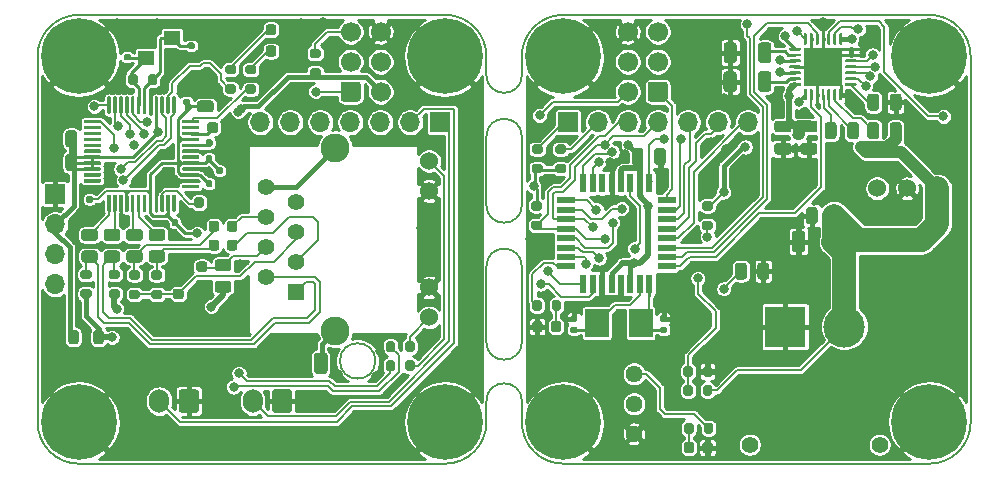
<source format=gbr>
%TF.GenerationSoftware,KiCad,Pcbnew,(5.1.8-0-10_14)*%
%TF.CreationDate,2021-08-30T17:25:51+02:00*%
%TF.ProjectId,ethersweep,65746865-7273-4776-9565-702e6b696361,2.0.1*%
%TF.SameCoordinates,Original*%
%TF.FileFunction,Copper,L1,Top*%
%TF.FilePolarity,Positive*%
%FSLAX46Y46*%
G04 Gerber Fmt 4.6, Leading zero omitted, Abs format (unit mm)*
G04 Created by KiCad (PCBNEW (5.1.8-0-10_14)) date 2021-08-30 17:25:51*
%MOMM*%
%LPD*%
G01*
G04 APERTURE LIST*
%TA.AperFunction,Profile*%
%ADD10C,0.150000*%
%TD*%
%TA.AperFunction,ComponentPad*%
%ADD11C,6.400000*%
%TD*%
%TA.AperFunction,ComponentPad*%
%ADD12C,0.800000*%
%TD*%
%TA.AperFunction,ComponentPad*%
%ADD13O,1.700000X2.000000*%
%TD*%
%TA.AperFunction,ComponentPad*%
%ADD14C,1.700000*%
%TD*%
%TA.AperFunction,ComponentPad*%
%ADD15R,1.700000X1.700000*%
%TD*%
%TA.AperFunction,ComponentPad*%
%ADD16O,1.700000X1.700000*%
%TD*%
%TA.AperFunction,SMDPad,CuDef*%
%ADD17R,0.550000X1.600000*%
%TD*%
%TA.AperFunction,SMDPad,CuDef*%
%ADD18R,1.600000X0.550000*%
%TD*%
%TA.AperFunction,SMDPad,CuDef*%
%ADD19R,2.000000X2.400000*%
%TD*%
%TA.AperFunction,ComponentPad*%
%ADD20R,1.398000X1.398000*%
%TD*%
%TA.AperFunction,ComponentPad*%
%ADD21C,1.398000*%
%TD*%
%TA.AperFunction,ComponentPad*%
%ADD22C,1.530000*%
%TD*%
%TA.AperFunction,ComponentPad*%
%ADD23C,2.445000*%
%TD*%
%TA.AperFunction,SMDPad,CuDef*%
%ADD24R,1.400000X1.200000*%
%TD*%
%TA.AperFunction,ComponentPad*%
%ADD25C,1.440000*%
%TD*%
%TA.AperFunction,ComponentPad*%
%ADD26C,0.500000*%
%TD*%
%TA.AperFunction,SMDPad,CuDef*%
%ADD27R,3.250000X3.250000*%
%TD*%
%TA.AperFunction,ComponentPad*%
%ADD28C,1.400000*%
%TD*%
%TA.AperFunction,ComponentPad*%
%ADD29R,3.500000X3.500000*%
%TD*%
%TA.AperFunction,ComponentPad*%
%ADD30C,3.500000*%
%TD*%
%TA.AperFunction,ComponentPad*%
%ADD31C,1.524000*%
%TD*%
%TA.AperFunction,ViaPad*%
%ADD32C,0.800000*%
%TD*%
%TA.AperFunction,Conductor*%
%ADD33C,0.200000*%
%TD*%
%TA.AperFunction,Conductor*%
%ADD34C,0.400000*%
%TD*%
%TA.AperFunction,Conductor*%
%ADD35C,0.500000*%
%TD*%
%TA.AperFunction,Conductor*%
%ADD36C,0.250000*%
%TD*%
%TA.AperFunction,Conductor*%
%ADD37C,1.000000*%
%TD*%
%TA.AperFunction,Conductor*%
%ADD38C,2.000000*%
%TD*%
%TA.AperFunction,Conductor*%
%ADD39C,0.220000*%
%TD*%
%TA.AperFunction,Conductor*%
%ADD40C,0.100000*%
%TD*%
G04 APERTURE END LIST*
D10*
X221600000Y-26700000D02*
G75*
G02*
X225100000Y-30200000I0J-3500000D01*
G01*
X184100000Y-60700000D02*
X184100000Y-59400000D01*
X187100000Y-31800000D02*
X187100000Y-30700000D01*
X187100000Y-31800000D02*
G75*
G02*
X184100000Y-31800000I-1500000J0D01*
G01*
X187100000Y-61200000D02*
X187100000Y-59400000D01*
X184100000Y-31800000D02*
X184100000Y-30200000D01*
X184100000Y-59400000D02*
G75*
G02*
X187100000Y-59400000I1500000J0D01*
G01*
X187100000Y-42800000D02*
G75*
G02*
X184100000Y-42800000I-1500000J0D01*
G01*
X184100000Y-37000000D02*
G75*
G02*
X187100000Y-37000000I1500000J0D01*
G01*
X187100000Y-42800000D02*
X187100000Y-37000000D01*
X184100000Y-54400000D02*
X184100000Y-48000000D01*
X184100000Y-48000000D02*
G75*
G02*
X187100000Y-48000000I1500000J0D01*
G01*
X184100000Y-42800000D02*
X184100000Y-37000000D01*
X187100000Y-54400000D02*
X187100000Y-48000000D01*
X187100000Y-54400000D02*
G75*
G02*
X184100000Y-54400000I-1500000J0D01*
G01*
X184100000Y-61200000D02*
X184100000Y-60700000D01*
X187100000Y-30200000D02*
X187100000Y-30700000D01*
X174700000Y-56000000D02*
G75*
G03*
X174700000Y-56000000I-1500000J0D01*
G01*
X149600000Y-64700000D02*
G75*
G02*
X146100000Y-61200000I0J3500000D01*
G01*
X149600000Y-64700000D02*
X180600000Y-64700000D01*
X190600000Y-26700000D02*
X221600000Y-26700000D01*
X187100000Y-30200000D02*
G75*
G02*
X190600000Y-26700000I3500000J0D01*
G01*
X225100000Y-61200000D02*
G75*
G02*
X221600000Y-64700000I-3500000J0D01*
G01*
X190600000Y-64700000D02*
G75*
G02*
X187100000Y-61200000I0J3500000D01*
G01*
X190600000Y-64700000D02*
X221600000Y-64700000D01*
X225100000Y-61200000D02*
X225100000Y-30200000D01*
X146100000Y-30200000D02*
X146100000Y-61200000D01*
X184100000Y-61200000D02*
G75*
G02*
X180600000Y-64700000I-3500000J0D01*
G01*
X180600000Y-26700000D02*
G75*
G02*
X184100000Y-30200000I0J-3500000D01*
G01*
X146100000Y-30200000D02*
G75*
G02*
X149600000Y-26700000I3500000J0D01*
G01*
X180600000Y-26700000D02*
X149600000Y-26700000D01*
D11*
X221600000Y-30200000D03*
D12*
X224000000Y-30200000D03*
X223297056Y-31897056D03*
X221600000Y-32600000D03*
X219902944Y-31897056D03*
X219200000Y-30200000D03*
X219902944Y-28502944D03*
X221600000Y-27800000D03*
X223297056Y-28502944D03*
D13*
X156400000Y-59400000D03*
%TA.AperFunction,ComponentPad*%
G36*
G01*
X159750000Y-58650000D02*
X159750000Y-60150000D01*
G75*
G02*
X159500000Y-60400000I-250000J0D01*
G01*
X158300000Y-60400000D01*
G75*
G02*
X158050000Y-60150000I0J250000D01*
G01*
X158050000Y-58650000D01*
G75*
G02*
X158300000Y-58400000I250000J0D01*
G01*
X159500000Y-58400000D01*
G75*
G02*
X159750000Y-58650000I0J-250000D01*
G01*
G37*
%TD.AperFunction*%
%TA.AperFunction,ComponentPad*%
G36*
G01*
X171750000Y-33800000D02*
X171750000Y-32600000D01*
G75*
G02*
X172000000Y-32350000I250000J0D01*
G01*
X173200000Y-32350000D01*
G75*
G02*
X173450000Y-32600000I0J-250000D01*
G01*
X173450000Y-33800000D01*
G75*
G02*
X173200000Y-34050000I-250000J0D01*
G01*
X172000000Y-34050000D01*
G75*
G02*
X171750000Y-33800000I0J250000D01*
G01*
G37*
%TD.AperFunction*%
D14*
X172600000Y-30660000D03*
X172600000Y-28120000D03*
X175140000Y-33200000D03*
X175140000Y-30660000D03*
X175140000Y-28120000D03*
%TA.AperFunction,ComponentPad*%
G36*
G01*
X199450000Y-32600000D02*
X199450000Y-33800000D01*
G75*
G02*
X199200000Y-34050000I-250000J0D01*
G01*
X198000000Y-34050000D01*
G75*
G02*
X197750000Y-33800000I0J250000D01*
G01*
X197750000Y-32600000D01*
G75*
G02*
X198000000Y-32350000I250000J0D01*
G01*
X199200000Y-32350000D01*
G75*
G02*
X199450000Y-32600000I0J-250000D01*
G01*
G37*
%TD.AperFunction*%
X198600000Y-30660000D03*
X198600000Y-28120000D03*
X196060000Y-33200000D03*
X196060000Y-30660000D03*
X196060000Y-28120000D03*
D11*
X190600000Y-61200000D03*
D12*
X193000000Y-61200000D03*
X192297056Y-62897056D03*
X190600000Y-63600000D03*
X188902944Y-62897056D03*
X188200000Y-61200000D03*
X188902944Y-59502944D03*
X190600000Y-58800000D03*
X192297056Y-59502944D03*
X223297056Y-59477945D03*
X221600000Y-58775001D03*
X219902944Y-59477945D03*
X219200000Y-61175001D03*
X219902944Y-62872057D03*
X221600000Y-63575001D03*
X223297056Y-62872057D03*
X224000000Y-61175001D03*
D11*
X221600000Y-61175001D03*
D12*
X192297056Y-28502944D03*
X190600000Y-27800000D03*
X188902944Y-28502944D03*
X188200000Y-30200000D03*
X188902944Y-31897056D03*
X190600000Y-32600000D03*
X192297056Y-31897056D03*
X193000000Y-30200000D03*
D11*
X190600000Y-30200000D03*
%TA.AperFunction,SMDPad,CuDef*%
G36*
G01*
X198300000Y-39175000D02*
X198300000Y-38225000D01*
G75*
G02*
X198550000Y-37975000I250000J0D01*
G01*
X199050000Y-37975000D01*
G75*
G02*
X199300000Y-38225000I0J-250000D01*
G01*
X199300000Y-39175000D01*
G75*
G02*
X199050000Y-39425000I-250000J0D01*
G01*
X198550000Y-39425000D01*
G75*
G02*
X198300000Y-39175000I0J250000D01*
G01*
G37*
%TD.AperFunction*%
%TA.AperFunction,SMDPad,CuDef*%
G36*
G01*
X196400000Y-39175000D02*
X196400000Y-38225000D01*
G75*
G02*
X196650000Y-37975000I250000J0D01*
G01*
X197150000Y-37975000D01*
G75*
G02*
X197400000Y-38225000I0J-250000D01*
G01*
X197400000Y-39175000D01*
G75*
G02*
X197150000Y-39425000I-250000J0D01*
G01*
X196650000Y-39425000D01*
G75*
G02*
X196400000Y-39175000I0J250000D01*
G01*
G37*
%TD.AperFunction*%
%TA.AperFunction,SMDPad,CuDef*%
G36*
G01*
X191670000Y-52700000D02*
X191330000Y-52700000D01*
G75*
G02*
X191190000Y-52560000I0J140000D01*
G01*
X191190000Y-52280000D01*
G75*
G02*
X191330000Y-52140000I140000J0D01*
G01*
X191670000Y-52140000D01*
G75*
G02*
X191810000Y-52280000I0J-140000D01*
G01*
X191810000Y-52560000D01*
G75*
G02*
X191670000Y-52700000I-140000J0D01*
G01*
G37*
%TD.AperFunction*%
%TA.AperFunction,SMDPad,CuDef*%
G36*
G01*
X191670000Y-53660000D02*
X191330000Y-53660000D01*
G75*
G02*
X191190000Y-53520000I0J140000D01*
G01*
X191190000Y-53240000D01*
G75*
G02*
X191330000Y-53100000I140000J0D01*
G01*
X191670000Y-53100000D01*
G75*
G02*
X191810000Y-53240000I0J-140000D01*
G01*
X191810000Y-53520000D01*
G75*
G02*
X191670000Y-53660000I-140000J0D01*
G01*
G37*
%TD.AperFunction*%
%TA.AperFunction,SMDPad,CuDef*%
G36*
G01*
X198930000Y-52140000D02*
X199270000Y-52140000D01*
G75*
G02*
X199410000Y-52280000I0J-140000D01*
G01*
X199410000Y-52560000D01*
G75*
G02*
X199270000Y-52700000I-140000J0D01*
G01*
X198930000Y-52700000D01*
G75*
G02*
X198790000Y-52560000I0J140000D01*
G01*
X198790000Y-52280000D01*
G75*
G02*
X198930000Y-52140000I140000J0D01*
G01*
G37*
%TD.AperFunction*%
%TA.AperFunction,SMDPad,CuDef*%
G36*
G01*
X198930000Y-53100000D02*
X199270000Y-53100000D01*
G75*
G02*
X199410000Y-53240000I0J-140000D01*
G01*
X199410000Y-53520000D01*
G75*
G02*
X199270000Y-53660000I-140000J0D01*
G01*
X198930000Y-53660000D01*
G75*
G02*
X198790000Y-53520000I0J140000D01*
G01*
X198790000Y-53240000D01*
G75*
G02*
X198930000Y-53100000I140000J0D01*
G01*
G37*
%TD.AperFunction*%
%TA.AperFunction,SMDPad,CuDef*%
G36*
G01*
X208050000Y-47925000D02*
X208050000Y-48875000D01*
G75*
G02*
X207800000Y-49125000I-250000J0D01*
G01*
X207300000Y-49125000D01*
G75*
G02*
X207050000Y-48875000I0J250000D01*
G01*
X207050000Y-47925000D01*
G75*
G02*
X207300000Y-47675000I250000J0D01*
G01*
X207800000Y-47675000D01*
G75*
G02*
X208050000Y-47925000I0J-250000D01*
G01*
G37*
%TD.AperFunction*%
%TA.AperFunction,SMDPad,CuDef*%
G36*
G01*
X206150000Y-47925000D02*
X206150000Y-48875000D01*
G75*
G02*
X205900000Y-49125000I-250000J0D01*
G01*
X205400000Y-49125000D01*
G75*
G02*
X205150000Y-48875000I0J250000D01*
G01*
X205150000Y-47925000D01*
G75*
G02*
X205400000Y-47675000I250000J0D01*
G01*
X205900000Y-47675000D01*
G75*
G02*
X206150000Y-47925000I0J-250000D01*
G01*
G37*
%TD.AperFunction*%
D15*
X147600000Y-41900000D03*
D16*
X147600000Y-44440000D03*
X147600000Y-46980000D03*
X147600000Y-49520000D03*
%TA.AperFunction,ComponentPad*%
G36*
G01*
X167650000Y-58650000D02*
X167650000Y-60150000D01*
G75*
G02*
X167400000Y-60400000I-250000J0D01*
G01*
X166200000Y-60400000D01*
G75*
G02*
X165950000Y-60150000I0J250000D01*
G01*
X165950000Y-58650000D01*
G75*
G02*
X166200000Y-58400000I250000J0D01*
G01*
X167400000Y-58400000D01*
G75*
G02*
X167650000Y-58650000I0J-250000D01*
G01*
G37*
%TD.AperFunction*%
D13*
X164300000Y-59400000D03*
D17*
X192300000Y-49450000D03*
X193100000Y-49450000D03*
X193900000Y-49450000D03*
X194700000Y-49450000D03*
X195500000Y-49450000D03*
X196300000Y-49450000D03*
X197100000Y-49450000D03*
X197900000Y-49450000D03*
D18*
X199350000Y-48000000D03*
X199350000Y-47200000D03*
X199350000Y-46400000D03*
X199350000Y-45600000D03*
X199350000Y-44800000D03*
X199350000Y-44000000D03*
X199350000Y-43200000D03*
X199350000Y-42400000D03*
D17*
X197900000Y-40950000D03*
X197100000Y-40950000D03*
X196300000Y-40950000D03*
X195500000Y-40950000D03*
X194700000Y-40950000D03*
X193900000Y-40950000D03*
X193100000Y-40950000D03*
X192300000Y-40950000D03*
D18*
X190850000Y-42400000D03*
X190850000Y-43200000D03*
X190850000Y-44000000D03*
X190850000Y-44800000D03*
X190850000Y-45600000D03*
X190850000Y-46400000D03*
X190850000Y-47200000D03*
X190850000Y-48000000D03*
D11*
X149600000Y-30200000D03*
D12*
X152000000Y-30200000D03*
X151297056Y-31897056D03*
X149600000Y-32600000D03*
X147902944Y-31897056D03*
X147200000Y-30200000D03*
X147902944Y-28502944D03*
X149600000Y-27800000D03*
X151297056Y-28502944D03*
X182297056Y-28502944D03*
X180600000Y-27800000D03*
X178902944Y-28502944D03*
X178200000Y-30200000D03*
X178902944Y-31897056D03*
X180600000Y-32600000D03*
X182297056Y-31897056D03*
X183000000Y-30200000D03*
D11*
X180600000Y-30200000D03*
X180600000Y-61200000D03*
D12*
X183000000Y-61200000D03*
X182297056Y-62897056D03*
X180600000Y-63600000D03*
X178902944Y-62897056D03*
X178200000Y-61200000D03*
X178902944Y-59502944D03*
X180600000Y-58800000D03*
X182297056Y-59502944D03*
X151297056Y-59502944D03*
X149600000Y-58800000D03*
X147902944Y-59502944D03*
X147200000Y-61200000D03*
X147902944Y-62897056D03*
X149600000Y-63600000D03*
X151297056Y-62897056D03*
X152000000Y-61200000D03*
D11*
X149600000Y-61200000D03*
%TA.AperFunction,SMDPad,CuDef*%
G36*
G01*
X188075000Y-42475000D02*
X188625000Y-42475000D01*
G75*
G02*
X188825000Y-42675000I0J-200000D01*
G01*
X188825000Y-43075000D01*
G75*
G02*
X188625000Y-43275000I-200000J0D01*
G01*
X188075000Y-43275000D01*
G75*
G02*
X187875000Y-43075000I0J200000D01*
G01*
X187875000Y-42675000D01*
G75*
G02*
X188075000Y-42475000I200000J0D01*
G01*
G37*
%TD.AperFunction*%
%TA.AperFunction,SMDPad,CuDef*%
G36*
G01*
X188075000Y-44125000D02*
X188625000Y-44125000D01*
G75*
G02*
X188825000Y-44325000I0J-200000D01*
G01*
X188825000Y-44725000D01*
G75*
G02*
X188625000Y-44925000I-200000J0D01*
G01*
X188075000Y-44925000D01*
G75*
G02*
X187875000Y-44725000I0J200000D01*
G01*
X187875000Y-44325000D01*
G75*
G02*
X188075000Y-44125000I200000J0D01*
G01*
G37*
%TD.AperFunction*%
%TA.AperFunction,SMDPad,CuDef*%
G36*
G01*
X202525000Y-44125000D02*
X203075000Y-44125000D01*
G75*
G02*
X203275000Y-44325000I0J-200000D01*
G01*
X203275000Y-44725000D01*
G75*
G02*
X203075000Y-44925000I-200000J0D01*
G01*
X202525000Y-44925000D01*
G75*
G02*
X202325000Y-44725000I0J200000D01*
G01*
X202325000Y-44325000D01*
G75*
G02*
X202525000Y-44125000I200000J0D01*
G01*
G37*
%TD.AperFunction*%
%TA.AperFunction,SMDPad,CuDef*%
G36*
G01*
X202525000Y-42475000D02*
X203075000Y-42475000D01*
G75*
G02*
X203275000Y-42675000I0J-200000D01*
G01*
X203275000Y-43075000D01*
G75*
G02*
X203075000Y-43275000I-200000J0D01*
G01*
X202525000Y-43275000D01*
G75*
G02*
X202325000Y-43075000I0J200000D01*
G01*
X202325000Y-42675000D01*
G75*
G02*
X202525000Y-42475000I200000J0D01*
G01*
G37*
%TD.AperFunction*%
%TA.AperFunction,SMDPad,CuDef*%
G36*
G01*
X188675000Y-38475000D02*
X188125000Y-38475000D01*
G75*
G02*
X187925000Y-38275000I0J200000D01*
G01*
X187925000Y-37875000D01*
G75*
G02*
X188125000Y-37675000I200000J0D01*
G01*
X188675000Y-37675000D01*
G75*
G02*
X188875000Y-37875000I0J-200000D01*
G01*
X188875000Y-38275000D01*
G75*
G02*
X188675000Y-38475000I-200000J0D01*
G01*
G37*
%TD.AperFunction*%
%TA.AperFunction,SMDPad,CuDef*%
G36*
G01*
X188675000Y-40125000D02*
X188125000Y-40125000D01*
G75*
G02*
X187925000Y-39925000I0J200000D01*
G01*
X187925000Y-39525000D01*
G75*
G02*
X188125000Y-39325000I200000J0D01*
G01*
X188675000Y-39325000D01*
G75*
G02*
X188875000Y-39525000I0J-200000D01*
G01*
X188875000Y-39925000D01*
G75*
G02*
X188675000Y-40125000I-200000J0D01*
G01*
G37*
%TD.AperFunction*%
%TA.AperFunction,SMDPad,CuDef*%
G36*
G01*
X190675000Y-40125000D02*
X190125000Y-40125000D01*
G75*
G02*
X189925000Y-39925000I0J200000D01*
G01*
X189925000Y-39525000D01*
G75*
G02*
X190125000Y-39325000I200000J0D01*
G01*
X190675000Y-39325000D01*
G75*
G02*
X190875000Y-39525000I0J-200000D01*
G01*
X190875000Y-39925000D01*
G75*
G02*
X190675000Y-40125000I-200000J0D01*
G01*
G37*
%TD.AperFunction*%
%TA.AperFunction,SMDPad,CuDef*%
G36*
G01*
X190675000Y-38475000D02*
X190125000Y-38475000D01*
G75*
G02*
X189925000Y-38275000I0J200000D01*
G01*
X189925000Y-37875000D01*
G75*
G02*
X190125000Y-37675000I200000J0D01*
G01*
X190675000Y-37675000D01*
G75*
G02*
X190875000Y-37875000I0J-200000D01*
G01*
X190875000Y-38275000D01*
G75*
G02*
X190675000Y-38475000I-200000J0D01*
G01*
G37*
%TD.AperFunction*%
%TA.AperFunction,SMDPad,CuDef*%
G36*
G01*
X169875000Y-32025000D02*
X169325000Y-32025000D01*
G75*
G02*
X169125000Y-31825000I0J200000D01*
G01*
X169125000Y-31425000D01*
G75*
G02*
X169325000Y-31225000I200000J0D01*
G01*
X169875000Y-31225000D01*
G75*
G02*
X170075000Y-31425000I0J-200000D01*
G01*
X170075000Y-31825000D01*
G75*
G02*
X169875000Y-32025000I-200000J0D01*
G01*
G37*
%TD.AperFunction*%
%TA.AperFunction,SMDPad,CuDef*%
G36*
G01*
X169875000Y-30375000D02*
X169325000Y-30375000D01*
G75*
G02*
X169125000Y-30175000I0J200000D01*
G01*
X169125000Y-29775000D01*
G75*
G02*
X169325000Y-29575000I200000J0D01*
G01*
X169875000Y-29575000D01*
G75*
G02*
X170075000Y-29775000I0J-200000D01*
G01*
X170075000Y-30175000D01*
G75*
G02*
X169875000Y-30375000I-200000J0D01*
G01*
G37*
%TD.AperFunction*%
D19*
X197150000Y-52800000D03*
X193450000Y-52800000D03*
%TA.AperFunction,SMDPad,CuDef*%
G36*
G01*
X157750000Y-49875000D02*
X158250000Y-49875000D01*
G75*
G02*
X158475000Y-50100000I0J-225000D01*
G01*
X158475000Y-50550000D01*
G75*
G02*
X158250000Y-50775000I-225000J0D01*
G01*
X157750000Y-50775000D01*
G75*
G02*
X157525000Y-50550000I0J225000D01*
G01*
X157525000Y-50100000D01*
G75*
G02*
X157750000Y-49875000I225000J0D01*
G01*
G37*
%TD.AperFunction*%
%TA.AperFunction,SMDPad,CuDef*%
G36*
G01*
X157750000Y-48325000D02*
X158250000Y-48325000D01*
G75*
G02*
X158475000Y-48550000I0J-225000D01*
G01*
X158475000Y-49000000D01*
G75*
G02*
X158250000Y-49225000I-225000J0D01*
G01*
X157750000Y-49225000D01*
G75*
G02*
X157525000Y-49000000I0J225000D01*
G01*
X157525000Y-48550000D01*
G75*
G02*
X157750000Y-48325000I225000J0D01*
G01*
G37*
%TD.AperFunction*%
%TA.AperFunction,SMDPad,CuDef*%
G36*
G01*
X160340000Y-39070000D02*
X160340000Y-38730000D01*
G75*
G02*
X160480000Y-38590000I140000J0D01*
G01*
X160760000Y-38590000D01*
G75*
G02*
X160900000Y-38730000I0J-140000D01*
G01*
X160900000Y-39070000D01*
G75*
G02*
X160760000Y-39210000I-140000J0D01*
G01*
X160480000Y-39210000D01*
G75*
G02*
X160340000Y-39070000I0J140000D01*
G01*
G37*
%TD.AperFunction*%
%TA.AperFunction,SMDPad,CuDef*%
G36*
G01*
X161300000Y-39070000D02*
X161300000Y-38730000D01*
G75*
G02*
X161440000Y-38590000I140000J0D01*
G01*
X161720000Y-38590000D01*
G75*
G02*
X161860000Y-38730000I0J-140000D01*
G01*
X161860000Y-39070000D01*
G75*
G02*
X161720000Y-39210000I-140000J0D01*
G01*
X161440000Y-39210000D01*
G75*
G02*
X161300000Y-39070000I0J140000D01*
G01*
G37*
%TD.AperFunction*%
%TA.AperFunction,SMDPad,CuDef*%
G36*
G01*
X162200000Y-40070000D02*
X162200000Y-39730000D01*
G75*
G02*
X162340000Y-39590000I140000J0D01*
G01*
X162620000Y-39590000D01*
G75*
G02*
X162760000Y-39730000I0J-140000D01*
G01*
X162760000Y-40070000D01*
G75*
G02*
X162620000Y-40210000I-140000J0D01*
G01*
X162340000Y-40210000D01*
G75*
G02*
X162200000Y-40070000I0J140000D01*
G01*
G37*
%TD.AperFunction*%
%TA.AperFunction,SMDPad,CuDef*%
G36*
G01*
X161240000Y-40070000D02*
X161240000Y-39730000D01*
G75*
G02*
X161380000Y-39590000I140000J0D01*
G01*
X161660000Y-39590000D01*
G75*
G02*
X161800000Y-39730000I0J-140000D01*
G01*
X161800000Y-40070000D01*
G75*
G02*
X161660000Y-40210000I-140000J0D01*
G01*
X161380000Y-40210000D01*
G75*
G02*
X161240000Y-40070000I0J140000D01*
G01*
G37*
%TD.AperFunction*%
%TA.AperFunction,SMDPad,CuDef*%
G36*
G01*
X158870000Y-34360000D02*
X158530000Y-34360000D01*
G75*
G02*
X158390000Y-34220000I0J140000D01*
G01*
X158390000Y-33940000D01*
G75*
G02*
X158530000Y-33800000I140000J0D01*
G01*
X158870000Y-33800000D01*
G75*
G02*
X159010000Y-33940000I0J-140000D01*
G01*
X159010000Y-34220000D01*
G75*
G02*
X158870000Y-34360000I-140000J0D01*
G01*
G37*
%TD.AperFunction*%
%TA.AperFunction,SMDPad,CuDef*%
G36*
G01*
X158870000Y-33400000D02*
X158530000Y-33400000D01*
G75*
G02*
X158390000Y-33260000I0J140000D01*
G01*
X158390000Y-32980000D01*
G75*
G02*
X158530000Y-32840000I140000J0D01*
G01*
X158870000Y-32840000D01*
G75*
G02*
X159010000Y-32980000I0J-140000D01*
G01*
X159010000Y-33260000D01*
G75*
G02*
X158870000Y-33400000I-140000J0D01*
G01*
G37*
%TD.AperFunction*%
%TA.AperFunction,SMDPad,CuDef*%
G36*
G01*
X158400000Y-44470000D02*
X158400000Y-44130000D01*
G75*
G02*
X158540000Y-43990000I140000J0D01*
G01*
X158820000Y-43990000D01*
G75*
G02*
X158960000Y-44130000I0J-140000D01*
G01*
X158960000Y-44470000D01*
G75*
G02*
X158820000Y-44610000I-140000J0D01*
G01*
X158540000Y-44610000D01*
G75*
G02*
X158400000Y-44470000I0J140000D01*
G01*
G37*
%TD.AperFunction*%
%TA.AperFunction,SMDPad,CuDef*%
G36*
G01*
X157440000Y-44470000D02*
X157440000Y-44130000D01*
G75*
G02*
X157580000Y-43990000I140000J0D01*
G01*
X157860000Y-43990000D01*
G75*
G02*
X158000000Y-44130000I0J-140000D01*
G01*
X158000000Y-44470000D01*
G75*
G02*
X157860000Y-44610000I-140000J0D01*
G01*
X157580000Y-44610000D01*
G75*
G02*
X157440000Y-44470000I0J140000D01*
G01*
G37*
%TD.AperFunction*%
%TA.AperFunction,SMDPad,CuDef*%
G36*
G01*
X150330000Y-43000000D02*
X150670000Y-43000000D01*
G75*
G02*
X150810000Y-43140000I0J-140000D01*
G01*
X150810000Y-43420000D01*
G75*
G02*
X150670000Y-43560000I-140000J0D01*
G01*
X150330000Y-43560000D01*
G75*
G02*
X150190000Y-43420000I0J140000D01*
G01*
X150190000Y-43140000D01*
G75*
G02*
X150330000Y-43000000I140000J0D01*
G01*
G37*
%TD.AperFunction*%
%TA.AperFunction,SMDPad,CuDef*%
G36*
G01*
X150330000Y-42040000D02*
X150670000Y-42040000D01*
G75*
G02*
X150810000Y-42180000I0J-140000D01*
G01*
X150810000Y-42460000D01*
G75*
G02*
X150670000Y-42600000I-140000J0D01*
G01*
X150330000Y-42600000D01*
G75*
G02*
X150190000Y-42460000I0J140000D01*
G01*
X150190000Y-42180000D01*
G75*
G02*
X150330000Y-42040000I140000J0D01*
G01*
G37*
%TD.AperFunction*%
%TA.AperFunction,SMDPad,CuDef*%
G36*
G01*
X161300000Y-41170000D02*
X161300000Y-40830000D01*
G75*
G02*
X161440000Y-40690000I140000J0D01*
G01*
X161720000Y-40690000D01*
G75*
G02*
X161860000Y-40830000I0J-140000D01*
G01*
X161860000Y-41170000D01*
G75*
G02*
X161720000Y-41310000I-140000J0D01*
G01*
X161440000Y-41310000D01*
G75*
G02*
X161300000Y-41170000I0J140000D01*
G01*
G37*
%TD.AperFunction*%
%TA.AperFunction,SMDPad,CuDef*%
G36*
G01*
X160340000Y-41170000D02*
X160340000Y-40830000D01*
G75*
G02*
X160480000Y-40690000I140000J0D01*
G01*
X160760000Y-40690000D01*
G75*
G02*
X160900000Y-40830000I0J-140000D01*
G01*
X160900000Y-41170000D01*
G75*
G02*
X160760000Y-41310000I-140000J0D01*
G01*
X160480000Y-41310000D01*
G75*
G02*
X160340000Y-41170000I0J140000D01*
G01*
G37*
%TD.AperFunction*%
%TA.AperFunction,SMDPad,CuDef*%
G36*
G01*
X160775000Y-34950000D02*
X159825000Y-34950000D01*
G75*
G02*
X159575000Y-34700000I0J250000D01*
G01*
X159575000Y-34200000D01*
G75*
G02*
X159825000Y-33950000I250000J0D01*
G01*
X160775000Y-33950000D01*
G75*
G02*
X161025000Y-34200000I0J-250000D01*
G01*
X161025000Y-34700000D01*
G75*
G02*
X160775000Y-34950000I-250000J0D01*
G01*
G37*
%TD.AperFunction*%
%TA.AperFunction,SMDPad,CuDef*%
G36*
G01*
X160775000Y-33050000D02*
X159825000Y-33050000D01*
G75*
G02*
X159575000Y-32800000I0J250000D01*
G01*
X159575000Y-32300000D01*
G75*
G02*
X159825000Y-32050000I250000J0D01*
G01*
X160775000Y-32050000D01*
G75*
G02*
X161025000Y-32300000I0J-250000D01*
G01*
X161025000Y-32800000D01*
G75*
G02*
X160775000Y-33050000I-250000J0D01*
G01*
G37*
%TD.AperFunction*%
%TA.AperFunction,SMDPad,CuDef*%
G36*
G01*
X147550000Y-36725000D02*
X147550000Y-37675000D01*
G75*
G02*
X147300000Y-37925000I-250000J0D01*
G01*
X146800000Y-37925000D01*
G75*
G02*
X146550000Y-37675000I0J250000D01*
G01*
X146550000Y-36725000D01*
G75*
G02*
X146800000Y-36475000I250000J0D01*
G01*
X147300000Y-36475000D01*
G75*
G02*
X147550000Y-36725000I0J-250000D01*
G01*
G37*
%TD.AperFunction*%
%TA.AperFunction,SMDPad,CuDef*%
G36*
G01*
X149450000Y-36725000D02*
X149450000Y-37675000D01*
G75*
G02*
X149200000Y-37925000I-250000J0D01*
G01*
X148700000Y-37925000D01*
G75*
G02*
X148450000Y-37675000I0J250000D01*
G01*
X148450000Y-36725000D01*
G75*
G02*
X148700000Y-36475000I250000J0D01*
G01*
X149200000Y-36475000D01*
G75*
G02*
X149450000Y-36725000I0J-250000D01*
G01*
G37*
%TD.AperFunction*%
%TA.AperFunction,SMDPad,CuDef*%
G36*
G01*
X159270000Y-30560000D02*
X158930000Y-30560000D01*
G75*
G02*
X158790000Y-30420000I0J140000D01*
G01*
X158790000Y-30140000D01*
G75*
G02*
X158930000Y-30000000I140000J0D01*
G01*
X159270000Y-30000000D01*
G75*
G02*
X159410000Y-30140000I0J-140000D01*
G01*
X159410000Y-30420000D01*
G75*
G02*
X159270000Y-30560000I-140000J0D01*
G01*
G37*
%TD.AperFunction*%
%TA.AperFunction,SMDPad,CuDef*%
G36*
G01*
X159270000Y-29600000D02*
X158930000Y-29600000D01*
G75*
G02*
X158790000Y-29460000I0J140000D01*
G01*
X158790000Y-29180000D01*
G75*
G02*
X158930000Y-29040000I140000J0D01*
G01*
X159270000Y-29040000D01*
G75*
G02*
X159410000Y-29180000I0J-140000D01*
G01*
X159410000Y-29460000D01*
G75*
G02*
X159270000Y-29600000I-140000J0D01*
G01*
G37*
%TD.AperFunction*%
%TA.AperFunction,SMDPad,CuDef*%
G36*
G01*
X153870000Y-30560000D02*
X153530000Y-30560000D01*
G75*
G02*
X153390000Y-30420000I0J140000D01*
G01*
X153390000Y-30140000D01*
G75*
G02*
X153530000Y-30000000I140000J0D01*
G01*
X153870000Y-30000000D01*
G75*
G02*
X154010000Y-30140000I0J-140000D01*
G01*
X154010000Y-30420000D01*
G75*
G02*
X153870000Y-30560000I-140000J0D01*
G01*
G37*
%TD.AperFunction*%
%TA.AperFunction,SMDPad,CuDef*%
G36*
G01*
X153870000Y-29600000D02*
X153530000Y-29600000D01*
G75*
G02*
X153390000Y-29460000I0J140000D01*
G01*
X153390000Y-29180000D01*
G75*
G02*
X153530000Y-29040000I140000J0D01*
G01*
X153870000Y-29040000D01*
G75*
G02*
X154010000Y-29180000I0J-140000D01*
G01*
X154010000Y-29460000D01*
G75*
G02*
X153870000Y-29600000I-140000J0D01*
G01*
G37*
%TD.AperFunction*%
%TA.AperFunction,SMDPad,CuDef*%
G36*
G01*
X162025000Y-36500000D02*
X162025000Y-36000000D01*
G75*
G02*
X162250000Y-35775000I225000J0D01*
G01*
X162700000Y-35775000D01*
G75*
G02*
X162925000Y-36000000I0J-225000D01*
G01*
X162925000Y-36500000D01*
G75*
G02*
X162700000Y-36725000I-225000J0D01*
G01*
X162250000Y-36725000D01*
G75*
G02*
X162025000Y-36500000I0J225000D01*
G01*
G37*
%TD.AperFunction*%
%TA.AperFunction,SMDPad,CuDef*%
G36*
G01*
X160475000Y-36500000D02*
X160475000Y-36000000D01*
G75*
G02*
X160700000Y-35775000I225000J0D01*
G01*
X161150000Y-35775000D01*
G75*
G02*
X161375000Y-36000000I0J-225000D01*
G01*
X161375000Y-36500000D01*
G75*
G02*
X161150000Y-36725000I-225000J0D01*
G01*
X160700000Y-36725000D01*
G75*
G02*
X160475000Y-36500000I0J225000D01*
G01*
G37*
%TD.AperFunction*%
%TA.AperFunction,SMDPad,CuDef*%
G36*
G01*
X161320000Y-37720000D02*
X161320000Y-37380000D01*
G75*
G02*
X161460000Y-37240000I140000J0D01*
G01*
X161740000Y-37240000D01*
G75*
G02*
X161880000Y-37380000I0J-140000D01*
G01*
X161880000Y-37720000D01*
G75*
G02*
X161740000Y-37860000I-140000J0D01*
G01*
X161460000Y-37860000D01*
G75*
G02*
X161320000Y-37720000I0J140000D01*
G01*
G37*
%TD.AperFunction*%
%TA.AperFunction,SMDPad,CuDef*%
G36*
G01*
X160360000Y-37720000D02*
X160360000Y-37380000D01*
G75*
G02*
X160500000Y-37240000I140000J0D01*
G01*
X160780000Y-37240000D01*
G75*
G02*
X160920000Y-37380000I0J-140000D01*
G01*
X160920000Y-37720000D01*
G75*
G02*
X160780000Y-37860000I-140000J0D01*
G01*
X160500000Y-37860000D01*
G75*
G02*
X160360000Y-37720000I0J140000D01*
G01*
G37*
%TD.AperFunction*%
D15*
X191000000Y-35800000D03*
D16*
X193540000Y-35800000D03*
X196080000Y-35800000D03*
X198620000Y-35800000D03*
X201160000Y-35800000D03*
X203700000Y-35800000D03*
X206240000Y-35800000D03*
X164960000Y-35800000D03*
X167500000Y-35800000D03*
X170040000Y-35800000D03*
X172580000Y-35800000D03*
X175120000Y-35800000D03*
X177660000Y-35800000D03*
D15*
X180200000Y-35800000D03*
D20*
X168000000Y-50150000D03*
D21*
X165460000Y-48880000D03*
X168000000Y-47610000D03*
X165460000Y-46340000D03*
X168000000Y-45070000D03*
X165460000Y-43800000D03*
X168000000Y-42530000D03*
X165460000Y-41260000D03*
D22*
X179250000Y-52325000D03*
X179250000Y-49785000D03*
X179250000Y-39075000D03*
X179250000Y-41615000D03*
D23*
X171300000Y-53445000D03*
X171300000Y-37955000D03*
%TA.AperFunction,SMDPad,CuDef*%
G36*
G01*
X148700000Y-54381250D02*
X148700000Y-53618750D01*
G75*
G02*
X148918750Y-53400000I218750J0D01*
G01*
X149356250Y-53400000D01*
G75*
G02*
X149575000Y-53618750I0J-218750D01*
G01*
X149575000Y-54381250D01*
G75*
G02*
X149356250Y-54600000I-218750J0D01*
G01*
X148918750Y-54600000D01*
G75*
G02*
X148700000Y-54381250I0J218750D01*
G01*
G37*
%TD.AperFunction*%
%TA.AperFunction,SMDPad,CuDef*%
G36*
G01*
X150825000Y-54381250D02*
X150825000Y-53618750D01*
G75*
G02*
X151043750Y-53400000I218750J0D01*
G01*
X151481250Y-53400000D01*
G75*
G02*
X151700000Y-53618750I0J-218750D01*
G01*
X151700000Y-54381250D01*
G75*
G02*
X151481250Y-54600000I-218750J0D01*
G01*
X151043750Y-54600000D01*
G75*
G02*
X150825000Y-54381250I0J218750D01*
G01*
G37*
%TD.AperFunction*%
%TA.AperFunction,SMDPad,CuDef*%
G36*
G01*
X150950002Y-45850000D02*
X150049998Y-45850000D01*
G75*
G02*
X149800000Y-45600002I0J249998D01*
G01*
X149800000Y-45074998D01*
G75*
G02*
X150049998Y-44825000I249998J0D01*
G01*
X150950002Y-44825000D01*
G75*
G02*
X151200000Y-45074998I0J-249998D01*
G01*
X151200000Y-45600002D01*
G75*
G02*
X150950002Y-45850000I-249998J0D01*
G01*
G37*
%TD.AperFunction*%
%TA.AperFunction,SMDPad,CuDef*%
G36*
G01*
X150950002Y-47675000D02*
X150049998Y-47675000D01*
G75*
G02*
X149800000Y-47425002I0J249998D01*
G01*
X149800000Y-46899998D01*
G75*
G02*
X150049998Y-46650000I249998J0D01*
G01*
X150950002Y-46650000D01*
G75*
G02*
X151200000Y-46899998I0J-249998D01*
G01*
X151200000Y-47425002D01*
G75*
G02*
X150950002Y-47675000I-249998J0D01*
G01*
G37*
%TD.AperFunction*%
%TA.AperFunction,SMDPad,CuDef*%
G36*
G01*
X152850002Y-47675000D02*
X151949998Y-47675000D01*
G75*
G02*
X151700000Y-47425002I0J249998D01*
G01*
X151700000Y-46899998D01*
G75*
G02*
X151949998Y-46650000I249998J0D01*
G01*
X152850002Y-46650000D01*
G75*
G02*
X153100000Y-46899998I0J-249998D01*
G01*
X153100000Y-47425002D01*
G75*
G02*
X152850002Y-47675000I-249998J0D01*
G01*
G37*
%TD.AperFunction*%
%TA.AperFunction,SMDPad,CuDef*%
G36*
G01*
X152850002Y-45850000D02*
X151949998Y-45850000D01*
G75*
G02*
X151700000Y-45600002I0J249998D01*
G01*
X151700000Y-45074998D01*
G75*
G02*
X151949998Y-44825000I249998J0D01*
G01*
X152850002Y-44825000D01*
G75*
G02*
X153100000Y-45074998I0J-249998D01*
G01*
X153100000Y-45600002D01*
G75*
G02*
X152850002Y-45850000I-249998J0D01*
G01*
G37*
%TD.AperFunction*%
%TA.AperFunction,SMDPad,CuDef*%
G36*
G01*
X154750002Y-45850000D02*
X153849998Y-45850000D01*
G75*
G02*
X153600000Y-45600002I0J249998D01*
G01*
X153600000Y-45074998D01*
G75*
G02*
X153849998Y-44825000I249998J0D01*
G01*
X154750002Y-44825000D01*
G75*
G02*
X155000000Y-45074998I0J-249998D01*
G01*
X155000000Y-45600002D01*
G75*
G02*
X154750002Y-45850000I-249998J0D01*
G01*
G37*
%TD.AperFunction*%
%TA.AperFunction,SMDPad,CuDef*%
G36*
G01*
X154750002Y-47675000D02*
X153849998Y-47675000D01*
G75*
G02*
X153600000Y-47425002I0J249998D01*
G01*
X153600000Y-46899998D01*
G75*
G02*
X153849998Y-46650000I249998J0D01*
G01*
X154750002Y-46650000D01*
G75*
G02*
X155000000Y-46899998I0J-249998D01*
G01*
X155000000Y-47425002D01*
G75*
G02*
X154750002Y-47675000I-249998J0D01*
G01*
G37*
%TD.AperFunction*%
%TA.AperFunction,SMDPad,CuDef*%
G36*
G01*
X156650002Y-47675000D02*
X155749998Y-47675000D01*
G75*
G02*
X155500000Y-47425002I0J249998D01*
G01*
X155500000Y-46899998D01*
G75*
G02*
X155749998Y-46650000I249998J0D01*
G01*
X156650002Y-46650000D01*
G75*
G02*
X156900000Y-46899998I0J-249998D01*
G01*
X156900000Y-47425002D01*
G75*
G02*
X156650002Y-47675000I-249998J0D01*
G01*
G37*
%TD.AperFunction*%
%TA.AperFunction,SMDPad,CuDef*%
G36*
G01*
X156650002Y-45850000D02*
X155749998Y-45850000D01*
G75*
G02*
X155500000Y-45600002I0J249998D01*
G01*
X155500000Y-45074998D01*
G75*
G02*
X155749998Y-44825000I249998J0D01*
G01*
X156650002Y-44825000D01*
G75*
G02*
X156900000Y-45074998I0J-249998D01*
G01*
X156900000Y-45600002D01*
G75*
G02*
X156650002Y-45850000I-249998J0D01*
G01*
G37*
%TD.AperFunction*%
%TA.AperFunction,SMDPad,CuDef*%
G36*
G01*
X150475000Y-50725000D02*
X149925000Y-50725000D01*
G75*
G02*
X149725000Y-50525000I0J200000D01*
G01*
X149725000Y-50125000D01*
G75*
G02*
X149925000Y-49925000I200000J0D01*
G01*
X150475000Y-49925000D01*
G75*
G02*
X150675000Y-50125000I0J-200000D01*
G01*
X150675000Y-50525000D01*
G75*
G02*
X150475000Y-50725000I-200000J0D01*
G01*
G37*
%TD.AperFunction*%
%TA.AperFunction,SMDPad,CuDef*%
G36*
G01*
X150475000Y-49075000D02*
X149925000Y-49075000D01*
G75*
G02*
X149725000Y-48875000I0J200000D01*
G01*
X149725000Y-48475000D01*
G75*
G02*
X149925000Y-48275000I200000J0D01*
G01*
X150475000Y-48275000D01*
G75*
G02*
X150675000Y-48475000I0J-200000D01*
G01*
X150675000Y-48875000D01*
G75*
G02*
X150475000Y-49075000I-200000J0D01*
G01*
G37*
%TD.AperFunction*%
%TA.AperFunction,SMDPad,CuDef*%
G36*
G01*
X152875000Y-50725000D02*
X152325000Y-50725000D01*
G75*
G02*
X152125000Y-50525000I0J200000D01*
G01*
X152125000Y-50125000D01*
G75*
G02*
X152325000Y-49925000I200000J0D01*
G01*
X152875000Y-49925000D01*
G75*
G02*
X153075000Y-50125000I0J-200000D01*
G01*
X153075000Y-50525000D01*
G75*
G02*
X152875000Y-50725000I-200000J0D01*
G01*
G37*
%TD.AperFunction*%
%TA.AperFunction,SMDPad,CuDef*%
G36*
G01*
X152875000Y-49075000D02*
X152325000Y-49075000D01*
G75*
G02*
X152125000Y-48875000I0J200000D01*
G01*
X152125000Y-48475000D01*
G75*
G02*
X152325000Y-48275000I200000J0D01*
G01*
X152875000Y-48275000D01*
G75*
G02*
X153075000Y-48475000I0J-200000D01*
G01*
X153075000Y-48875000D01*
G75*
G02*
X152875000Y-49075000I-200000J0D01*
G01*
G37*
%TD.AperFunction*%
%TA.AperFunction,SMDPad,CuDef*%
G36*
G01*
X154575000Y-49125000D02*
X154025000Y-49125000D01*
G75*
G02*
X153825000Y-48925000I0J200000D01*
G01*
X153825000Y-48525000D01*
G75*
G02*
X154025000Y-48325000I200000J0D01*
G01*
X154575000Y-48325000D01*
G75*
G02*
X154775000Y-48525000I0J-200000D01*
G01*
X154775000Y-48925000D01*
G75*
G02*
X154575000Y-49125000I-200000J0D01*
G01*
G37*
%TD.AperFunction*%
%TA.AperFunction,SMDPad,CuDef*%
G36*
G01*
X154575000Y-50775000D02*
X154025000Y-50775000D01*
G75*
G02*
X153825000Y-50575000I0J200000D01*
G01*
X153825000Y-50175000D01*
G75*
G02*
X154025000Y-49975000I200000J0D01*
G01*
X154575000Y-49975000D01*
G75*
G02*
X154775000Y-50175000I0J-200000D01*
G01*
X154775000Y-50575000D01*
G75*
G02*
X154575000Y-50775000I-200000J0D01*
G01*
G37*
%TD.AperFunction*%
%TA.AperFunction,SMDPad,CuDef*%
G36*
G01*
X178025000Y-56125000D02*
X178025000Y-56675000D01*
G75*
G02*
X177825000Y-56875000I-200000J0D01*
G01*
X177425000Y-56875000D01*
G75*
G02*
X177225000Y-56675000I0J200000D01*
G01*
X177225000Y-56125000D01*
G75*
G02*
X177425000Y-55925000I200000J0D01*
G01*
X177825000Y-55925000D01*
G75*
G02*
X178025000Y-56125000I0J-200000D01*
G01*
G37*
%TD.AperFunction*%
%TA.AperFunction,SMDPad,CuDef*%
G36*
G01*
X176375000Y-56125000D02*
X176375000Y-56675000D01*
G75*
G02*
X176175000Y-56875000I-200000J0D01*
G01*
X175775000Y-56875000D01*
G75*
G02*
X175575000Y-56675000I0J200000D01*
G01*
X175575000Y-56125000D01*
G75*
G02*
X175775000Y-55925000I200000J0D01*
G01*
X176175000Y-55925000D01*
G75*
G02*
X176375000Y-56125000I0J-200000D01*
G01*
G37*
%TD.AperFunction*%
%TA.AperFunction,SMDPad,CuDef*%
G36*
G01*
X176375000Y-54525000D02*
X176375000Y-55075000D01*
G75*
G02*
X176175000Y-55275000I-200000J0D01*
G01*
X175775000Y-55275000D01*
G75*
G02*
X175575000Y-55075000I0J200000D01*
G01*
X175575000Y-54525000D01*
G75*
G02*
X175775000Y-54325000I200000J0D01*
G01*
X176175000Y-54325000D01*
G75*
G02*
X176375000Y-54525000I0J-200000D01*
G01*
G37*
%TD.AperFunction*%
%TA.AperFunction,SMDPad,CuDef*%
G36*
G01*
X178025000Y-54525000D02*
X178025000Y-55075000D01*
G75*
G02*
X177825000Y-55275000I-200000J0D01*
G01*
X177425000Y-55275000D01*
G75*
G02*
X177225000Y-55075000I0J200000D01*
G01*
X177225000Y-54525000D01*
G75*
G02*
X177425000Y-54325000I200000J0D01*
G01*
X177825000Y-54325000D01*
G75*
G02*
X178025000Y-54525000I0J-200000D01*
G01*
G37*
%TD.AperFunction*%
%TA.AperFunction,SMDPad,CuDef*%
G36*
G01*
X156475000Y-49125000D02*
X155925000Y-49125000D01*
G75*
G02*
X155725000Y-48925000I0J200000D01*
G01*
X155725000Y-48525000D01*
G75*
G02*
X155925000Y-48325000I200000J0D01*
G01*
X156475000Y-48325000D01*
G75*
G02*
X156675000Y-48525000I0J-200000D01*
G01*
X156675000Y-48925000D01*
G75*
G02*
X156475000Y-49125000I-200000J0D01*
G01*
G37*
%TD.AperFunction*%
%TA.AperFunction,SMDPad,CuDef*%
G36*
G01*
X156475000Y-50775000D02*
X155925000Y-50775000D01*
G75*
G02*
X155725000Y-50575000I0J200000D01*
G01*
X155725000Y-50175000D01*
G75*
G02*
X155925000Y-49975000I200000J0D01*
G01*
X156475000Y-49975000D01*
G75*
G02*
X156675000Y-50175000I0J-200000D01*
G01*
X156675000Y-50575000D01*
G75*
G02*
X156475000Y-50775000I-200000J0D01*
G01*
G37*
%TD.AperFunction*%
%TA.AperFunction,SMDPad,CuDef*%
G36*
G01*
X151400000Y-41400000D02*
X150075000Y-41400000D01*
G75*
G02*
X150000000Y-41325000I0J75000D01*
G01*
X150000000Y-41175000D01*
G75*
G02*
X150075000Y-41100000I75000J0D01*
G01*
X151400000Y-41100000D01*
G75*
G02*
X151475000Y-41175000I0J-75000D01*
G01*
X151475000Y-41325000D01*
G75*
G02*
X151400000Y-41400000I-75000J0D01*
G01*
G37*
%TD.AperFunction*%
%TA.AperFunction,SMDPad,CuDef*%
G36*
G01*
X151400000Y-40900000D02*
X150075000Y-40900000D01*
G75*
G02*
X150000000Y-40825000I0J75000D01*
G01*
X150000000Y-40675000D01*
G75*
G02*
X150075000Y-40600000I75000J0D01*
G01*
X151400000Y-40600000D01*
G75*
G02*
X151475000Y-40675000I0J-75000D01*
G01*
X151475000Y-40825000D01*
G75*
G02*
X151400000Y-40900000I-75000J0D01*
G01*
G37*
%TD.AperFunction*%
%TA.AperFunction,SMDPad,CuDef*%
G36*
G01*
X151400000Y-40400000D02*
X150075000Y-40400000D01*
G75*
G02*
X150000000Y-40325000I0J75000D01*
G01*
X150000000Y-40175000D01*
G75*
G02*
X150075000Y-40100000I75000J0D01*
G01*
X151400000Y-40100000D01*
G75*
G02*
X151475000Y-40175000I0J-75000D01*
G01*
X151475000Y-40325000D01*
G75*
G02*
X151400000Y-40400000I-75000J0D01*
G01*
G37*
%TD.AperFunction*%
%TA.AperFunction,SMDPad,CuDef*%
G36*
G01*
X151400000Y-39900000D02*
X150075000Y-39900000D01*
G75*
G02*
X150000000Y-39825000I0J75000D01*
G01*
X150000000Y-39675000D01*
G75*
G02*
X150075000Y-39600000I75000J0D01*
G01*
X151400000Y-39600000D01*
G75*
G02*
X151475000Y-39675000I0J-75000D01*
G01*
X151475000Y-39825000D01*
G75*
G02*
X151400000Y-39900000I-75000J0D01*
G01*
G37*
%TD.AperFunction*%
%TA.AperFunction,SMDPad,CuDef*%
G36*
G01*
X151400000Y-39400000D02*
X150075000Y-39400000D01*
G75*
G02*
X150000000Y-39325000I0J75000D01*
G01*
X150000000Y-39175000D01*
G75*
G02*
X150075000Y-39100000I75000J0D01*
G01*
X151400000Y-39100000D01*
G75*
G02*
X151475000Y-39175000I0J-75000D01*
G01*
X151475000Y-39325000D01*
G75*
G02*
X151400000Y-39400000I-75000J0D01*
G01*
G37*
%TD.AperFunction*%
%TA.AperFunction,SMDPad,CuDef*%
G36*
G01*
X151400000Y-38900000D02*
X150075000Y-38900000D01*
G75*
G02*
X150000000Y-38825000I0J75000D01*
G01*
X150000000Y-38675000D01*
G75*
G02*
X150075000Y-38600000I75000J0D01*
G01*
X151400000Y-38600000D01*
G75*
G02*
X151475000Y-38675000I0J-75000D01*
G01*
X151475000Y-38825000D01*
G75*
G02*
X151400000Y-38900000I-75000J0D01*
G01*
G37*
%TD.AperFunction*%
%TA.AperFunction,SMDPad,CuDef*%
G36*
G01*
X151400000Y-38400000D02*
X150075000Y-38400000D01*
G75*
G02*
X150000000Y-38325000I0J75000D01*
G01*
X150000000Y-38175000D01*
G75*
G02*
X150075000Y-38100000I75000J0D01*
G01*
X151400000Y-38100000D01*
G75*
G02*
X151475000Y-38175000I0J-75000D01*
G01*
X151475000Y-38325000D01*
G75*
G02*
X151400000Y-38400000I-75000J0D01*
G01*
G37*
%TD.AperFunction*%
%TA.AperFunction,SMDPad,CuDef*%
G36*
G01*
X151400000Y-37900000D02*
X150075000Y-37900000D01*
G75*
G02*
X150000000Y-37825000I0J75000D01*
G01*
X150000000Y-37675000D01*
G75*
G02*
X150075000Y-37600000I75000J0D01*
G01*
X151400000Y-37600000D01*
G75*
G02*
X151475000Y-37675000I0J-75000D01*
G01*
X151475000Y-37825000D01*
G75*
G02*
X151400000Y-37900000I-75000J0D01*
G01*
G37*
%TD.AperFunction*%
%TA.AperFunction,SMDPad,CuDef*%
G36*
G01*
X151400000Y-37400000D02*
X150075000Y-37400000D01*
G75*
G02*
X150000000Y-37325000I0J75000D01*
G01*
X150000000Y-37175000D01*
G75*
G02*
X150075000Y-37100000I75000J0D01*
G01*
X151400000Y-37100000D01*
G75*
G02*
X151475000Y-37175000I0J-75000D01*
G01*
X151475000Y-37325000D01*
G75*
G02*
X151400000Y-37400000I-75000J0D01*
G01*
G37*
%TD.AperFunction*%
%TA.AperFunction,SMDPad,CuDef*%
G36*
G01*
X151400000Y-36900000D02*
X150075000Y-36900000D01*
G75*
G02*
X150000000Y-36825000I0J75000D01*
G01*
X150000000Y-36675000D01*
G75*
G02*
X150075000Y-36600000I75000J0D01*
G01*
X151400000Y-36600000D01*
G75*
G02*
X151475000Y-36675000I0J-75000D01*
G01*
X151475000Y-36825000D01*
G75*
G02*
X151400000Y-36900000I-75000J0D01*
G01*
G37*
%TD.AperFunction*%
%TA.AperFunction,SMDPad,CuDef*%
G36*
G01*
X151400000Y-36400000D02*
X150075000Y-36400000D01*
G75*
G02*
X150000000Y-36325000I0J75000D01*
G01*
X150000000Y-36175000D01*
G75*
G02*
X150075000Y-36100000I75000J0D01*
G01*
X151400000Y-36100000D01*
G75*
G02*
X151475000Y-36175000I0J-75000D01*
G01*
X151475000Y-36325000D01*
G75*
G02*
X151400000Y-36400000I-75000J0D01*
G01*
G37*
%TD.AperFunction*%
%TA.AperFunction,SMDPad,CuDef*%
G36*
G01*
X151400000Y-35900000D02*
X150075000Y-35900000D01*
G75*
G02*
X150000000Y-35825000I0J75000D01*
G01*
X150000000Y-35675000D01*
G75*
G02*
X150075000Y-35600000I75000J0D01*
G01*
X151400000Y-35600000D01*
G75*
G02*
X151475000Y-35675000I0J-75000D01*
G01*
X151475000Y-35825000D01*
G75*
G02*
X151400000Y-35900000I-75000J0D01*
G01*
G37*
%TD.AperFunction*%
%TA.AperFunction,SMDPad,CuDef*%
G36*
G01*
X152225000Y-35075000D02*
X152075000Y-35075000D01*
G75*
G02*
X152000000Y-35000000I0J75000D01*
G01*
X152000000Y-33675000D01*
G75*
G02*
X152075000Y-33600000I75000J0D01*
G01*
X152225000Y-33600000D01*
G75*
G02*
X152300000Y-33675000I0J-75000D01*
G01*
X152300000Y-35000000D01*
G75*
G02*
X152225000Y-35075000I-75000J0D01*
G01*
G37*
%TD.AperFunction*%
%TA.AperFunction,SMDPad,CuDef*%
G36*
G01*
X152725000Y-35075000D02*
X152575000Y-35075000D01*
G75*
G02*
X152500000Y-35000000I0J75000D01*
G01*
X152500000Y-33675000D01*
G75*
G02*
X152575000Y-33600000I75000J0D01*
G01*
X152725000Y-33600000D01*
G75*
G02*
X152800000Y-33675000I0J-75000D01*
G01*
X152800000Y-35000000D01*
G75*
G02*
X152725000Y-35075000I-75000J0D01*
G01*
G37*
%TD.AperFunction*%
%TA.AperFunction,SMDPad,CuDef*%
G36*
G01*
X153225000Y-35075000D02*
X153075000Y-35075000D01*
G75*
G02*
X153000000Y-35000000I0J75000D01*
G01*
X153000000Y-33675000D01*
G75*
G02*
X153075000Y-33600000I75000J0D01*
G01*
X153225000Y-33600000D01*
G75*
G02*
X153300000Y-33675000I0J-75000D01*
G01*
X153300000Y-35000000D01*
G75*
G02*
X153225000Y-35075000I-75000J0D01*
G01*
G37*
%TD.AperFunction*%
%TA.AperFunction,SMDPad,CuDef*%
G36*
G01*
X153725000Y-35075000D02*
X153575000Y-35075000D01*
G75*
G02*
X153500000Y-35000000I0J75000D01*
G01*
X153500000Y-33675000D01*
G75*
G02*
X153575000Y-33600000I75000J0D01*
G01*
X153725000Y-33600000D01*
G75*
G02*
X153800000Y-33675000I0J-75000D01*
G01*
X153800000Y-35000000D01*
G75*
G02*
X153725000Y-35075000I-75000J0D01*
G01*
G37*
%TD.AperFunction*%
%TA.AperFunction,SMDPad,CuDef*%
G36*
G01*
X154225000Y-35075000D02*
X154075000Y-35075000D01*
G75*
G02*
X154000000Y-35000000I0J75000D01*
G01*
X154000000Y-33675000D01*
G75*
G02*
X154075000Y-33600000I75000J0D01*
G01*
X154225000Y-33600000D01*
G75*
G02*
X154300000Y-33675000I0J-75000D01*
G01*
X154300000Y-35000000D01*
G75*
G02*
X154225000Y-35075000I-75000J0D01*
G01*
G37*
%TD.AperFunction*%
%TA.AperFunction,SMDPad,CuDef*%
G36*
G01*
X154725000Y-35075000D02*
X154575000Y-35075000D01*
G75*
G02*
X154500000Y-35000000I0J75000D01*
G01*
X154500000Y-33675000D01*
G75*
G02*
X154575000Y-33600000I75000J0D01*
G01*
X154725000Y-33600000D01*
G75*
G02*
X154800000Y-33675000I0J-75000D01*
G01*
X154800000Y-35000000D01*
G75*
G02*
X154725000Y-35075000I-75000J0D01*
G01*
G37*
%TD.AperFunction*%
%TA.AperFunction,SMDPad,CuDef*%
G36*
G01*
X155225000Y-35075000D02*
X155075000Y-35075000D01*
G75*
G02*
X155000000Y-35000000I0J75000D01*
G01*
X155000000Y-33675000D01*
G75*
G02*
X155075000Y-33600000I75000J0D01*
G01*
X155225000Y-33600000D01*
G75*
G02*
X155300000Y-33675000I0J-75000D01*
G01*
X155300000Y-35000000D01*
G75*
G02*
X155225000Y-35075000I-75000J0D01*
G01*
G37*
%TD.AperFunction*%
%TA.AperFunction,SMDPad,CuDef*%
G36*
G01*
X155725000Y-35075000D02*
X155575000Y-35075000D01*
G75*
G02*
X155500000Y-35000000I0J75000D01*
G01*
X155500000Y-33675000D01*
G75*
G02*
X155575000Y-33600000I75000J0D01*
G01*
X155725000Y-33600000D01*
G75*
G02*
X155800000Y-33675000I0J-75000D01*
G01*
X155800000Y-35000000D01*
G75*
G02*
X155725000Y-35075000I-75000J0D01*
G01*
G37*
%TD.AperFunction*%
%TA.AperFunction,SMDPad,CuDef*%
G36*
G01*
X156225000Y-35075000D02*
X156075000Y-35075000D01*
G75*
G02*
X156000000Y-35000000I0J75000D01*
G01*
X156000000Y-33675000D01*
G75*
G02*
X156075000Y-33600000I75000J0D01*
G01*
X156225000Y-33600000D01*
G75*
G02*
X156300000Y-33675000I0J-75000D01*
G01*
X156300000Y-35000000D01*
G75*
G02*
X156225000Y-35075000I-75000J0D01*
G01*
G37*
%TD.AperFunction*%
%TA.AperFunction,SMDPad,CuDef*%
G36*
G01*
X156725000Y-35075000D02*
X156575000Y-35075000D01*
G75*
G02*
X156500000Y-35000000I0J75000D01*
G01*
X156500000Y-33675000D01*
G75*
G02*
X156575000Y-33600000I75000J0D01*
G01*
X156725000Y-33600000D01*
G75*
G02*
X156800000Y-33675000I0J-75000D01*
G01*
X156800000Y-35000000D01*
G75*
G02*
X156725000Y-35075000I-75000J0D01*
G01*
G37*
%TD.AperFunction*%
%TA.AperFunction,SMDPad,CuDef*%
G36*
G01*
X157225000Y-35075000D02*
X157075000Y-35075000D01*
G75*
G02*
X157000000Y-35000000I0J75000D01*
G01*
X157000000Y-33675000D01*
G75*
G02*
X157075000Y-33600000I75000J0D01*
G01*
X157225000Y-33600000D01*
G75*
G02*
X157300000Y-33675000I0J-75000D01*
G01*
X157300000Y-35000000D01*
G75*
G02*
X157225000Y-35075000I-75000J0D01*
G01*
G37*
%TD.AperFunction*%
%TA.AperFunction,SMDPad,CuDef*%
G36*
G01*
X157725000Y-35075000D02*
X157575000Y-35075000D01*
G75*
G02*
X157500000Y-35000000I0J75000D01*
G01*
X157500000Y-33675000D01*
G75*
G02*
X157575000Y-33600000I75000J0D01*
G01*
X157725000Y-33600000D01*
G75*
G02*
X157800000Y-33675000I0J-75000D01*
G01*
X157800000Y-35000000D01*
G75*
G02*
X157725000Y-35075000I-75000J0D01*
G01*
G37*
%TD.AperFunction*%
%TA.AperFunction,SMDPad,CuDef*%
G36*
G01*
X159725000Y-35900000D02*
X158400000Y-35900000D01*
G75*
G02*
X158325000Y-35825000I0J75000D01*
G01*
X158325000Y-35675000D01*
G75*
G02*
X158400000Y-35600000I75000J0D01*
G01*
X159725000Y-35600000D01*
G75*
G02*
X159800000Y-35675000I0J-75000D01*
G01*
X159800000Y-35825000D01*
G75*
G02*
X159725000Y-35900000I-75000J0D01*
G01*
G37*
%TD.AperFunction*%
%TA.AperFunction,SMDPad,CuDef*%
G36*
G01*
X159725000Y-36400000D02*
X158400000Y-36400000D01*
G75*
G02*
X158325000Y-36325000I0J75000D01*
G01*
X158325000Y-36175000D01*
G75*
G02*
X158400000Y-36100000I75000J0D01*
G01*
X159725000Y-36100000D01*
G75*
G02*
X159800000Y-36175000I0J-75000D01*
G01*
X159800000Y-36325000D01*
G75*
G02*
X159725000Y-36400000I-75000J0D01*
G01*
G37*
%TD.AperFunction*%
%TA.AperFunction,SMDPad,CuDef*%
G36*
G01*
X159725000Y-36900000D02*
X158400000Y-36900000D01*
G75*
G02*
X158325000Y-36825000I0J75000D01*
G01*
X158325000Y-36675000D01*
G75*
G02*
X158400000Y-36600000I75000J0D01*
G01*
X159725000Y-36600000D01*
G75*
G02*
X159800000Y-36675000I0J-75000D01*
G01*
X159800000Y-36825000D01*
G75*
G02*
X159725000Y-36900000I-75000J0D01*
G01*
G37*
%TD.AperFunction*%
%TA.AperFunction,SMDPad,CuDef*%
G36*
G01*
X159725000Y-37400000D02*
X158400000Y-37400000D01*
G75*
G02*
X158325000Y-37325000I0J75000D01*
G01*
X158325000Y-37175000D01*
G75*
G02*
X158400000Y-37100000I75000J0D01*
G01*
X159725000Y-37100000D01*
G75*
G02*
X159800000Y-37175000I0J-75000D01*
G01*
X159800000Y-37325000D01*
G75*
G02*
X159725000Y-37400000I-75000J0D01*
G01*
G37*
%TD.AperFunction*%
%TA.AperFunction,SMDPad,CuDef*%
G36*
G01*
X159725000Y-37900000D02*
X158400000Y-37900000D01*
G75*
G02*
X158325000Y-37825000I0J75000D01*
G01*
X158325000Y-37675000D01*
G75*
G02*
X158400000Y-37600000I75000J0D01*
G01*
X159725000Y-37600000D01*
G75*
G02*
X159800000Y-37675000I0J-75000D01*
G01*
X159800000Y-37825000D01*
G75*
G02*
X159725000Y-37900000I-75000J0D01*
G01*
G37*
%TD.AperFunction*%
%TA.AperFunction,SMDPad,CuDef*%
G36*
G01*
X159725000Y-38400000D02*
X158400000Y-38400000D01*
G75*
G02*
X158325000Y-38325000I0J75000D01*
G01*
X158325000Y-38175000D01*
G75*
G02*
X158400000Y-38100000I75000J0D01*
G01*
X159725000Y-38100000D01*
G75*
G02*
X159800000Y-38175000I0J-75000D01*
G01*
X159800000Y-38325000D01*
G75*
G02*
X159725000Y-38400000I-75000J0D01*
G01*
G37*
%TD.AperFunction*%
%TA.AperFunction,SMDPad,CuDef*%
G36*
G01*
X159725000Y-38900000D02*
X158400000Y-38900000D01*
G75*
G02*
X158325000Y-38825000I0J75000D01*
G01*
X158325000Y-38675000D01*
G75*
G02*
X158400000Y-38600000I75000J0D01*
G01*
X159725000Y-38600000D01*
G75*
G02*
X159800000Y-38675000I0J-75000D01*
G01*
X159800000Y-38825000D01*
G75*
G02*
X159725000Y-38900000I-75000J0D01*
G01*
G37*
%TD.AperFunction*%
%TA.AperFunction,SMDPad,CuDef*%
G36*
G01*
X159725000Y-39400000D02*
X158400000Y-39400000D01*
G75*
G02*
X158325000Y-39325000I0J75000D01*
G01*
X158325000Y-39175000D01*
G75*
G02*
X158400000Y-39100000I75000J0D01*
G01*
X159725000Y-39100000D01*
G75*
G02*
X159800000Y-39175000I0J-75000D01*
G01*
X159800000Y-39325000D01*
G75*
G02*
X159725000Y-39400000I-75000J0D01*
G01*
G37*
%TD.AperFunction*%
%TA.AperFunction,SMDPad,CuDef*%
G36*
G01*
X159725000Y-39900000D02*
X158400000Y-39900000D01*
G75*
G02*
X158325000Y-39825000I0J75000D01*
G01*
X158325000Y-39675000D01*
G75*
G02*
X158400000Y-39600000I75000J0D01*
G01*
X159725000Y-39600000D01*
G75*
G02*
X159800000Y-39675000I0J-75000D01*
G01*
X159800000Y-39825000D01*
G75*
G02*
X159725000Y-39900000I-75000J0D01*
G01*
G37*
%TD.AperFunction*%
%TA.AperFunction,SMDPad,CuDef*%
G36*
G01*
X159725000Y-40400000D02*
X158400000Y-40400000D01*
G75*
G02*
X158325000Y-40325000I0J75000D01*
G01*
X158325000Y-40175000D01*
G75*
G02*
X158400000Y-40100000I75000J0D01*
G01*
X159725000Y-40100000D01*
G75*
G02*
X159800000Y-40175000I0J-75000D01*
G01*
X159800000Y-40325000D01*
G75*
G02*
X159725000Y-40400000I-75000J0D01*
G01*
G37*
%TD.AperFunction*%
%TA.AperFunction,SMDPad,CuDef*%
G36*
G01*
X159725000Y-40900000D02*
X158400000Y-40900000D01*
G75*
G02*
X158325000Y-40825000I0J75000D01*
G01*
X158325000Y-40675000D01*
G75*
G02*
X158400000Y-40600000I75000J0D01*
G01*
X159725000Y-40600000D01*
G75*
G02*
X159800000Y-40675000I0J-75000D01*
G01*
X159800000Y-40825000D01*
G75*
G02*
X159725000Y-40900000I-75000J0D01*
G01*
G37*
%TD.AperFunction*%
%TA.AperFunction,SMDPad,CuDef*%
G36*
G01*
X159725000Y-41400000D02*
X158400000Y-41400000D01*
G75*
G02*
X158325000Y-41325000I0J75000D01*
G01*
X158325000Y-41175000D01*
G75*
G02*
X158400000Y-41100000I75000J0D01*
G01*
X159725000Y-41100000D01*
G75*
G02*
X159800000Y-41175000I0J-75000D01*
G01*
X159800000Y-41325000D01*
G75*
G02*
X159725000Y-41400000I-75000J0D01*
G01*
G37*
%TD.AperFunction*%
%TA.AperFunction,SMDPad,CuDef*%
G36*
G01*
X157725000Y-43400000D02*
X157575000Y-43400000D01*
G75*
G02*
X157500000Y-43325000I0J75000D01*
G01*
X157500000Y-42000000D01*
G75*
G02*
X157575000Y-41925000I75000J0D01*
G01*
X157725000Y-41925000D01*
G75*
G02*
X157800000Y-42000000I0J-75000D01*
G01*
X157800000Y-43325000D01*
G75*
G02*
X157725000Y-43400000I-75000J0D01*
G01*
G37*
%TD.AperFunction*%
%TA.AperFunction,SMDPad,CuDef*%
G36*
G01*
X157225000Y-43400000D02*
X157075000Y-43400000D01*
G75*
G02*
X157000000Y-43325000I0J75000D01*
G01*
X157000000Y-42000000D01*
G75*
G02*
X157075000Y-41925000I75000J0D01*
G01*
X157225000Y-41925000D01*
G75*
G02*
X157300000Y-42000000I0J-75000D01*
G01*
X157300000Y-43325000D01*
G75*
G02*
X157225000Y-43400000I-75000J0D01*
G01*
G37*
%TD.AperFunction*%
%TA.AperFunction,SMDPad,CuDef*%
G36*
G01*
X156725000Y-43400000D02*
X156575000Y-43400000D01*
G75*
G02*
X156500000Y-43325000I0J75000D01*
G01*
X156500000Y-42000000D01*
G75*
G02*
X156575000Y-41925000I75000J0D01*
G01*
X156725000Y-41925000D01*
G75*
G02*
X156800000Y-42000000I0J-75000D01*
G01*
X156800000Y-43325000D01*
G75*
G02*
X156725000Y-43400000I-75000J0D01*
G01*
G37*
%TD.AperFunction*%
%TA.AperFunction,SMDPad,CuDef*%
G36*
G01*
X156225000Y-43400000D02*
X156075000Y-43400000D01*
G75*
G02*
X156000000Y-43325000I0J75000D01*
G01*
X156000000Y-42000000D01*
G75*
G02*
X156075000Y-41925000I75000J0D01*
G01*
X156225000Y-41925000D01*
G75*
G02*
X156300000Y-42000000I0J-75000D01*
G01*
X156300000Y-43325000D01*
G75*
G02*
X156225000Y-43400000I-75000J0D01*
G01*
G37*
%TD.AperFunction*%
%TA.AperFunction,SMDPad,CuDef*%
G36*
G01*
X155725000Y-43400000D02*
X155575000Y-43400000D01*
G75*
G02*
X155500000Y-43325000I0J75000D01*
G01*
X155500000Y-42000000D01*
G75*
G02*
X155575000Y-41925000I75000J0D01*
G01*
X155725000Y-41925000D01*
G75*
G02*
X155800000Y-42000000I0J-75000D01*
G01*
X155800000Y-43325000D01*
G75*
G02*
X155725000Y-43400000I-75000J0D01*
G01*
G37*
%TD.AperFunction*%
%TA.AperFunction,SMDPad,CuDef*%
G36*
G01*
X155225000Y-43400000D02*
X155075000Y-43400000D01*
G75*
G02*
X155000000Y-43325000I0J75000D01*
G01*
X155000000Y-42000000D01*
G75*
G02*
X155075000Y-41925000I75000J0D01*
G01*
X155225000Y-41925000D01*
G75*
G02*
X155300000Y-42000000I0J-75000D01*
G01*
X155300000Y-43325000D01*
G75*
G02*
X155225000Y-43400000I-75000J0D01*
G01*
G37*
%TD.AperFunction*%
%TA.AperFunction,SMDPad,CuDef*%
G36*
G01*
X154725000Y-43400000D02*
X154575000Y-43400000D01*
G75*
G02*
X154500000Y-43325000I0J75000D01*
G01*
X154500000Y-42000000D01*
G75*
G02*
X154575000Y-41925000I75000J0D01*
G01*
X154725000Y-41925000D01*
G75*
G02*
X154800000Y-42000000I0J-75000D01*
G01*
X154800000Y-43325000D01*
G75*
G02*
X154725000Y-43400000I-75000J0D01*
G01*
G37*
%TD.AperFunction*%
%TA.AperFunction,SMDPad,CuDef*%
G36*
G01*
X154225000Y-43400000D02*
X154075000Y-43400000D01*
G75*
G02*
X154000000Y-43325000I0J75000D01*
G01*
X154000000Y-42000000D01*
G75*
G02*
X154075000Y-41925000I75000J0D01*
G01*
X154225000Y-41925000D01*
G75*
G02*
X154300000Y-42000000I0J-75000D01*
G01*
X154300000Y-43325000D01*
G75*
G02*
X154225000Y-43400000I-75000J0D01*
G01*
G37*
%TD.AperFunction*%
%TA.AperFunction,SMDPad,CuDef*%
G36*
G01*
X153725000Y-43400000D02*
X153575000Y-43400000D01*
G75*
G02*
X153500000Y-43325000I0J75000D01*
G01*
X153500000Y-42000000D01*
G75*
G02*
X153575000Y-41925000I75000J0D01*
G01*
X153725000Y-41925000D01*
G75*
G02*
X153800000Y-42000000I0J-75000D01*
G01*
X153800000Y-43325000D01*
G75*
G02*
X153725000Y-43400000I-75000J0D01*
G01*
G37*
%TD.AperFunction*%
%TA.AperFunction,SMDPad,CuDef*%
G36*
G01*
X153225000Y-43400000D02*
X153075000Y-43400000D01*
G75*
G02*
X153000000Y-43325000I0J75000D01*
G01*
X153000000Y-42000000D01*
G75*
G02*
X153075000Y-41925000I75000J0D01*
G01*
X153225000Y-41925000D01*
G75*
G02*
X153300000Y-42000000I0J-75000D01*
G01*
X153300000Y-43325000D01*
G75*
G02*
X153225000Y-43400000I-75000J0D01*
G01*
G37*
%TD.AperFunction*%
%TA.AperFunction,SMDPad,CuDef*%
G36*
G01*
X152725000Y-43400000D02*
X152575000Y-43400000D01*
G75*
G02*
X152500000Y-43325000I0J75000D01*
G01*
X152500000Y-42000000D01*
G75*
G02*
X152575000Y-41925000I75000J0D01*
G01*
X152725000Y-41925000D01*
G75*
G02*
X152800000Y-42000000I0J-75000D01*
G01*
X152800000Y-43325000D01*
G75*
G02*
X152725000Y-43400000I-75000J0D01*
G01*
G37*
%TD.AperFunction*%
%TA.AperFunction,SMDPad,CuDef*%
G36*
G01*
X152225000Y-43400000D02*
X152075000Y-43400000D01*
G75*
G02*
X152000000Y-43325000I0J75000D01*
G01*
X152000000Y-42000000D01*
G75*
G02*
X152075000Y-41925000I75000J0D01*
G01*
X152225000Y-41925000D01*
G75*
G02*
X152300000Y-42000000I0J-75000D01*
G01*
X152300000Y-43325000D01*
G75*
G02*
X152225000Y-43400000I-75000J0D01*
G01*
G37*
%TD.AperFunction*%
D24*
X155300000Y-28650000D03*
X157500000Y-28650000D03*
X157500000Y-30350000D03*
X155300000Y-30350000D03*
%TA.AperFunction,SMDPad,CuDef*%
G36*
G01*
X187975000Y-51575000D02*
X187975000Y-51025000D01*
G75*
G02*
X188175000Y-50825000I200000J0D01*
G01*
X188575000Y-50825000D01*
G75*
G02*
X188775000Y-51025000I0J-200000D01*
G01*
X188775000Y-51575000D01*
G75*
G02*
X188575000Y-51775000I-200000J0D01*
G01*
X188175000Y-51775000D01*
G75*
G02*
X187975000Y-51575000I0J200000D01*
G01*
G37*
%TD.AperFunction*%
%TA.AperFunction,SMDPad,CuDef*%
G36*
G01*
X189625000Y-51575000D02*
X189625000Y-51025000D01*
G75*
G02*
X189825000Y-50825000I200000J0D01*
G01*
X190225000Y-50825000D01*
G75*
G02*
X190425000Y-51025000I0J-200000D01*
G01*
X190425000Y-51575000D01*
G75*
G02*
X190225000Y-51775000I-200000J0D01*
G01*
X189825000Y-51775000D01*
G75*
G02*
X189625000Y-51575000I0J200000D01*
G01*
G37*
%TD.AperFunction*%
%TA.AperFunction,SMDPad,CuDef*%
G36*
G01*
X218250000Y-36975000D02*
X218250000Y-36025000D01*
G75*
G02*
X218500000Y-35775000I250000J0D01*
G01*
X219000000Y-35775000D01*
G75*
G02*
X219250000Y-36025000I0J-250000D01*
G01*
X219250000Y-36975000D01*
G75*
G02*
X219000000Y-37225000I-250000J0D01*
G01*
X218500000Y-37225000D01*
G75*
G02*
X218250000Y-36975000I0J250000D01*
G01*
G37*
%TD.AperFunction*%
%TA.AperFunction,SMDPad,CuDef*%
G36*
G01*
X216350000Y-36975000D02*
X216350000Y-36025000D01*
G75*
G02*
X216600000Y-35775000I250000J0D01*
G01*
X217100000Y-35775000D01*
G75*
G02*
X217350000Y-36025000I0J-250000D01*
G01*
X217350000Y-36975000D01*
G75*
G02*
X217100000Y-37225000I-250000J0D01*
G01*
X216600000Y-37225000D01*
G75*
G02*
X216350000Y-36975000I0J250000D01*
G01*
G37*
%TD.AperFunction*%
%TA.AperFunction,SMDPad,CuDef*%
G36*
G01*
X216350000Y-34575000D02*
X216350000Y-33625000D01*
G75*
G02*
X216600000Y-33375000I250000J0D01*
G01*
X217100000Y-33375000D01*
G75*
G02*
X217350000Y-33625000I0J-250000D01*
G01*
X217350000Y-34575000D01*
G75*
G02*
X217100000Y-34825000I-250000J0D01*
G01*
X216600000Y-34825000D01*
G75*
G02*
X216350000Y-34575000I0J250000D01*
G01*
G37*
%TD.AperFunction*%
%TA.AperFunction,SMDPad,CuDef*%
G36*
G01*
X218250000Y-34575000D02*
X218250000Y-33625000D01*
G75*
G02*
X218500000Y-33375000I250000J0D01*
G01*
X219000000Y-33375000D01*
G75*
G02*
X219250000Y-33625000I0J-250000D01*
G01*
X219250000Y-34575000D01*
G75*
G02*
X219000000Y-34825000I-250000J0D01*
G01*
X218500000Y-34825000D01*
G75*
G02*
X218250000Y-34575000I0J250000D01*
G01*
G37*
%TD.AperFunction*%
%TA.AperFunction,SMDPad,CuDef*%
G36*
G01*
X214650000Y-36975000D02*
X214650000Y-36025000D01*
G75*
G02*
X214900000Y-35775000I250000J0D01*
G01*
X215400000Y-35775000D01*
G75*
G02*
X215650000Y-36025000I0J-250000D01*
G01*
X215650000Y-36975000D01*
G75*
G02*
X215400000Y-37225000I-250000J0D01*
G01*
X214900000Y-37225000D01*
G75*
G02*
X214650000Y-36975000I0J250000D01*
G01*
G37*
%TD.AperFunction*%
%TA.AperFunction,SMDPad,CuDef*%
G36*
G01*
X212750000Y-36975000D02*
X212750000Y-36025000D01*
G75*
G02*
X213000000Y-35775000I250000J0D01*
G01*
X213500000Y-35775000D01*
G75*
G02*
X213750000Y-36025000I0J-250000D01*
G01*
X213750000Y-36975000D01*
G75*
G02*
X213500000Y-37225000I-250000J0D01*
G01*
X213000000Y-37225000D01*
G75*
G02*
X212750000Y-36975000I0J250000D01*
G01*
G37*
%TD.AperFunction*%
%TA.AperFunction,SMDPad,CuDef*%
G36*
G01*
X210925000Y-37550000D02*
X211875000Y-37550000D01*
G75*
G02*
X212125000Y-37800000I0J-250000D01*
G01*
X212125000Y-38300000D01*
G75*
G02*
X211875000Y-38550000I-250000J0D01*
G01*
X210925000Y-38550000D01*
G75*
G02*
X210675000Y-38300000I0J250000D01*
G01*
X210675000Y-37800000D01*
G75*
G02*
X210925000Y-37550000I250000J0D01*
G01*
G37*
%TD.AperFunction*%
%TA.AperFunction,SMDPad,CuDef*%
G36*
G01*
X210925000Y-35650000D02*
X211875000Y-35650000D01*
G75*
G02*
X212125000Y-35900000I0J-250000D01*
G01*
X212125000Y-36400000D01*
G75*
G02*
X211875000Y-36650000I-250000J0D01*
G01*
X210925000Y-36650000D01*
G75*
G02*
X210675000Y-36400000I0J250000D01*
G01*
X210675000Y-35900000D01*
G75*
G02*
X210925000Y-35650000I250000J0D01*
G01*
G37*
%TD.AperFunction*%
%TA.AperFunction,SMDPad,CuDef*%
G36*
G01*
X205300000Y-29274997D02*
X205300000Y-30525003D01*
G75*
G02*
X205050003Y-30775000I-249997J0D01*
G01*
X204424997Y-30775000D01*
G75*
G02*
X204175000Y-30525003I0J249997D01*
G01*
X204175000Y-29274997D01*
G75*
G02*
X204424997Y-29025000I249997J0D01*
G01*
X205050003Y-29025000D01*
G75*
G02*
X205300000Y-29274997I0J-249997D01*
G01*
G37*
%TD.AperFunction*%
%TA.AperFunction,SMDPad,CuDef*%
G36*
G01*
X208225000Y-29274997D02*
X208225000Y-30525003D01*
G75*
G02*
X207975003Y-30775000I-249997J0D01*
G01*
X207349997Y-30775000D01*
G75*
G02*
X207100000Y-30525003I0J249997D01*
G01*
X207100000Y-29274997D01*
G75*
G02*
X207349997Y-29025000I249997J0D01*
G01*
X207975003Y-29025000D01*
G75*
G02*
X208225000Y-29274997I0J-249997D01*
G01*
G37*
%TD.AperFunction*%
%TA.AperFunction,SMDPad,CuDef*%
G36*
G01*
X208219999Y-31729996D02*
X208219999Y-32980002D01*
G75*
G02*
X207970002Y-33229999I-249997J0D01*
G01*
X207344996Y-33229999D01*
G75*
G02*
X207094999Y-32980002I0J249997D01*
G01*
X207094999Y-31729996D01*
G75*
G02*
X207344996Y-31479999I249997J0D01*
G01*
X207970002Y-31479999D01*
G75*
G02*
X208219999Y-31729996I0J-249997D01*
G01*
G37*
%TD.AperFunction*%
%TA.AperFunction,SMDPad,CuDef*%
G36*
G01*
X205294999Y-31729996D02*
X205294999Y-32980002D01*
G75*
G02*
X205045002Y-33229999I-249997J0D01*
G01*
X204419996Y-33229999D01*
G75*
G02*
X204169999Y-32980002I0J249997D01*
G01*
X204169999Y-31729996D01*
G75*
G02*
X204419996Y-31479999I249997J0D01*
G01*
X205045002Y-31479999D01*
G75*
G02*
X205294999Y-31729996I0J-249997D01*
G01*
G37*
%TD.AperFunction*%
D25*
X196600000Y-62180000D03*
X196600000Y-59640000D03*
X196600000Y-57100000D03*
D26*
X213975000Y-29725000D03*
X213975000Y-31100000D03*
X213975000Y-32475000D03*
X212600000Y-29725000D03*
X212600000Y-31100000D03*
X212600000Y-32475000D03*
X211225000Y-29725000D03*
X211225000Y-31100000D03*
X211225000Y-32475000D03*
D27*
X212600000Y-31100000D03*
%TA.AperFunction,SMDPad,CuDef*%
G36*
G01*
X210662500Y-32725000D02*
X209812500Y-32725000D01*
G75*
G02*
X209750000Y-32662500I0J62500D01*
G01*
X209750000Y-32537500D01*
G75*
G02*
X209812500Y-32475000I62500J0D01*
G01*
X210662500Y-32475000D01*
G75*
G02*
X210725000Y-32537500I0J-62500D01*
G01*
X210725000Y-32662500D01*
G75*
G02*
X210662500Y-32725000I-62500J0D01*
G01*
G37*
%TD.AperFunction*%
%TA.AperFunction,SMDPad,CuDef*%
G36*
G01*
X210662500Y-32225000D02*
X209812500Y-32225000D01*
G75*
G02*
X209750000Y-32162500I0J62500D01*
G01*
X209750000Y-32037500D01*
G75*
G02*
X209812500Y-31975000I62500J0D01*
G01*
X210662500Y-31975000D01*
G75*
G02*
X210725000Y-32037500I0J-62500D01*
G01*
X210725000Y-32162500D01*
G75*
G02*
X210662500Y-32225000I-62500J0D01*
G01*
G37*
%TD.AperFunction*%
%TA.AperFunction,SMDPad,CuDef*%
G36*
G01*
X210662500Y-31725000D02*
X209812500Y-31725000D01*
G75*
G02*
X209750000Y-31662500I0J62500D01*
G01*
X209750000Y-31537500D01*
G75*
G02*
X209812500Y-31475000I62500J0D01*
G01*
X210662500Y-31475000D01*
G75*
G02*
X210725000Y-31537500I0J-62500D01*
G01*
X210725000Y-31662500D01*
G75*
G02*
X210662500Y-31725000I-62500J0D01*
G01*
G37*
%TD.AperFunction*%
%TA.AperFunction,SMDPad,CuDef*%
G36*
G01*
X210662500Y-31225000D02*
X209812500Y-31225000D01*
G75*
G02*
X209750000Y-31162500I0J62500D01*
G01*
X209750000Y-31037500D01*
G75*
G02*
X209812500Y-30975000I62500J0D01*
G01*
X210662500Y-30975000D01*
G75*
G02*
X210725000Y-31037500I0J-62500D01*
G01*
X210725000Y-31162500D01*
G75*
G02*
X210662500Y-31225000I-62500J0D01*
G01*
G37*
%TD.AperFunction*%
%TA.AperFunction,SMDPad,CuDef*%
G36*
G01*
X210662500Y-30725000D02*
X209812500Y-30725000D01*
G75*
G02*
X209750000Y-30662500I0J62500D01*
G01*
X209750000Y-30537500D01*
G75*
G02*
X209812500Y-30475000I62500J0D01*
G01*
X210662500Y-30475000D01*
G75*
G02*
X210725000Y-30537500I0J-62500D01*
G01*
X210725000Y-30662500D01*
G75*
G02*
X210662500Y-30725000I-62500J0D01*
G01*
G37*
%TD.AperFunction*%
%TA.AperFunction,SMDPad,CuDef*%
G36*
G01*
X210662500Y-30225000D02*
X209812500Y-30225000D01*
G75*
G02*
X209750000Y-30162500I0J62500D01*
G01*
X209750000Y-30037500D01*
G75*
G02*
X209812500Y-29975000I62500J0D01*
G01*
X210662500Y-29975000D01*
G75*
G02*
X210725000Y-30037500I0J-62500D01*
G01*
X210725000Y-30162500D01*
G75*
G02*
X210662500Y-30225000I-62500J0D01*
G01*
G37*
%TD.AperFunction*%
%TA.AperFunction,SMDPad,CuDef*%
G36*
G01*
X210662500Y-29725000D02*
X209812500Y-29725000D01*
G75*
G02*
X209750000Y-29662500I0J62500D01*
G01*
X209750000Y-29537500D01*
G75*
G02*
X209812500Y-29475000I62500J0D01*
G01*
X210662500Y-29475000D01*
G75*
G02*
X210725000Y-29537500I0J-62500D01*
G01*
X210725000Y-29662500D01*
G75*
G02*
X210662500Y-29725000I-62500J0D01*
G01*
G37*
%TD.AperFunction*%
%TA.AperFunction,SMDPad,CuDef*%
G36*
G01*
X211162500Y-29225000D02*
X211037500Y-29225000D01*
G75*
G02*
X210975000Y-29162500I0J62500D01*
G01*
X210975000Y-28312500D01*
G75*
G02*
X211037500Y-28250000I62500J0D01*
G01*
X211162500Y-28250000D01*
G75*
G02*
X211225000Y-28312500I0J-62500D01*
G01*
X211225000Y-29162500D01*
G75*
G02*
X211162500Y-29225000I-62500J0D01*
G01*
G37*
%TD.AperFunction*%
%TA.AperFunction,SMDPad,CuDef*%
G36*
G01*
X211662500Y-29225000D02*
X211537500Y-29225000D01*
G75*
G02*
X211475000Y-29162500I0J62500D01*
G01*
X211475000Y-28312500D01*
G75*
G02*
X211537500Y-28250000I62500J0D01*
G01*
X211662500Y-28250000D01*
G75*
G02*
X211725000Y-28312500I0J-62500D01*
G01*
X211725000Y-29162500D01*
G75*
G02*
X211662500Y-29225000I-62500J0D01*
G01*
G37*
%TD.AperFunction*%
%TA.AperFunction,SMDPad,CuDef*%
G36*
G01*
X212162500Y-29225000D02*
X212037500Y-29225000D01*
G75*
G02*
X211975000Y-29162500I0J62500D01*
G01*
X211975000Y-28312500D01*
G75*
G02*
X212037500Y-28250000I62500J0D01*
G01*
X212162500Y-28250000D01*
G75*
G02*
X212225000Y-28312500I0J-62500D01*
G01*
X212225000Y-29162500D01*
G75*
G02*
X212162500Y-29225000I-62500J0D01*
G01*
G37*
%TD.AperFunction*%
%TA.AperFunction,SMDPad,CuDef*%
G36*
G01*
X212662500Y-29225000D02*
X212537500Y-29225000D01*
G75*
G02*
X212475000Y-29162500I0J62500D01*
G01*
X212475000Y-28312500D01*
G75*
G02*
X212537500Y-28250000I62500J0D01*
G01*
X212662500Y-28250000D01*
G75*
G02*
X212725000Y-28312500I0J-62500D01*
G01*
X212725000Y-29162500D01*
G75*
G02*
X212662500Y-29225000I-62500J0D01*
G01*
G37*
%TD.AperFunction*%
%TA.AperFunction,SMDPad,CuDef*%
G36*
G01*
X213162500Y-29225000D02*
X213037500Y-29225000D01*
G75*
G02*
X212975000Y-29162500I0J62500D01*
G01*
X212975000Y-28312500D01*
G75*
G02*
X213037500Y-28250000I62500J0D01*
G01*
X213162500Y-28250000D01*
G75*
G02*
X213225000Y-28312500I0J-62500D01*
G01*
X213225000Y-29162500D01*
G75*
G02*
X213162500Y-29225000I-62500J0D01*
G01*
G37*
%TD.AperFunction*%
%TA.AperFunction,SMDPad,CuDef*%
G36*
G01*
X213662500Y-29225000D02*
X213537500Y-29225000D01*
G75*
G02*
X213475000Y-29162500I0J62500D01*
G01*
X213475000Y-28312500D01*
G75*
G02*
X213537500Y-28250000I62500J0D01*
G01*
X213662500Y-28250000D01*
G75*
G02*
X213725000Y-28312500I0J-62500D01*
G01*
X213725000Y-29162500D01*
G75*
G02*
X213662500Y-29225000I-62500J0D01*
G01*
G37*
%TD.AperFunction*%
%TA.AperFunction,SMDPad,CuDef*%
G36*
G01*
X214162500Y-29225000D02*
X214037500Y-29225000D01*
G75*
G02*
X213975000Y-29162500I0J62500D01*
G01*
X213975000Y-28312500D01*
G75*
G02*
X214037500Y-28250000I62500J0D01*
G01*
X214162500Y-28250000D01*
G75*
G02*
X214225000Y-28312500I0J-62500D01*
G01*
X214225000Y-29162500D01*
G75*
G02*
X214162500Y-29225000I-62500J0D01*
G01*
G37*
%TD.AperFunction*%
%TA.AperFunction,SMDPad,CuDef*%
G36*
G01*
X215387500Y-29725000D02*
X214537500Y-29725000D01*
G75*
G02*
X214475000Y-29662500I0J62500D01*
G01*
X214475000Y-29537500D01*
G75*
G02*
X214537500Y-29475000I62500J0D01*
G01*
X215387500Y-29475000D01*
G75*
G02*
X215450000Y-29537500I0J-62500D01*
G01*
X215450000Y-29662500D01*
G75*
G02*
X215387500Y-29725000I-62500J0D01*
G01*
G37*
%TD.AperFunction*%
%TA.AperFunction,SMDPad,CuDef*%
G36*
G01*
X215387500Y-30225000D02*
X214537500Y-30225000D01*
G75*
G02*
X214475000Y-30162500I0J62500D01*
G01*
X214475000Y-30037500D01*
G75*
G02*
X214537500Y-29975000I62500J0D01*
G01*
X215387500Y-29975000D01*
G75*
G02*
X215450000Y-30037500I0J-62500D01*
G01*
X215450000Y-30162500D01*
G75*
G02*
X215387500Y-30225000I-62500J0D01*
G01*
G37*
%TD.AperFunction*%
%TA.AperFunction,SMDPad,CuDef*%
G36*
G01*
X215387500Y-30725000D02*
X214537500Y-30725000D01*
G75*
G02*
X214475000Y-30662500I0J62500D01*
G01*
X214475000Y-30537500D01*
G75*
G02*
X214537500Y-30475000I62500J0D01*
G01*
X215387500Y-30475000D01*
G75*
G02*
X215450000Y-30537500I0J-62500D01*
G01*
X215450000Y-30662500D01*
G75*
G02*
X215387500Y-30725000I-62500J0D01*
G01*
G37*
%TD.AperFunction*%
%TA.AperFunction,SMDPad,CuDef*%
G36*
G01*
X215387500Y-31225000D02*
X214537500Y-31225000D01*
G75*
G02*
X214475000Y-31162500I0J62500D01*
G01*
X214475000Y-31037500D01*
G75*
G02*
X214537500Y-30975000I62500J0D01*
G01*
X215387500Y-30975000D01*
G75*
G02*
X215450000Y-31037500I0J-62500D01*
G01*
X215450000Y-31162500D01*
G75*
G02*
X215387500Y-31225000I-62500J0D01*
G01*
G37*
%TD.AperFunction*%
%TA.AperFunction,SMDPad,CuDef*%
G36*
G01*
X215387500Y-31725000D02*
X214537500Y-31725000D01*
G75*
G02*
X214475000Y-31662500I0J62500D01*
G01*
X214475000Y-31537500D01*
G75*
G02*
X214537500Y-31475000I62500J0D01*
G01*
X215387500Y-31475000D01*
G75*
G02*
X215450000Y-31537500I0J-62500D01*
G01*
X215450000Y-31662500D01*
G75*
G02*
X215387500Y-31725000I-62500J0D01*
G01*
G37*
%TD.AperFunction*%
%TA.AperFunction,SMDPad,CuDef*%
G36*
G01*
X215387500Y-32225000D02*
X214537500Y-32225000D01*
G75*
G02*
X214475000Y-32162500I0J62500D01*
G01*
X214475000Y-32037500D01*
G75*
G02*
X214537500Y-31975000I62500J0D01*
G01*
X215387500Y-31975000D01*
G75*
G02*
X215450000Y-32037500I0J-62500D01*
G01*
X215450000Y-32162500D01*
G75*
G02*
X215387500Y-32225000I-62500J0D01*
G01*
G37*
%TD.AperFunction*%
%TA.AperFunction,SMDPad,CuDef*%
G36*
G01*
X215387500Y-32725000D02*
X214537500Y-32725000D01*
G75*
G02*
X214475000Y-32662500I0J62500D01*
G01*
X214475000Y-32537500D01*
G75*
G02*
X214537500Y-32475000I62500J0D01*
G01*
X215387500Y-32475000D01*
G75*
G02*
X215450000Y-32537500I0J-62500D01*
G01*
X215450000Y-32662500D01*
G75*
G02*
X215387500Y-32725000I-62500J0D01*
G01*
G37*
%TD.AperFunction*%
%TA.AperFunction,SMDPad,CuDef*%
G36*
G01*
X214162500Y-33950000D02*
X214037500Y-33950000D01*
G75*
G02*
X213975000Y-33887500I0J62500D01*
G01*
X213975000Y-33037500D01*
G75*
G02*
X214037500Y-32975000I62500J0D01*
G01*
X214162500Y-32975000D01*
G75*
G02*
X214225000Y-33037500I0J-62500D01*
G01*
X214225000Y-33887500D01*
G75*
G02*
X214162500Y-33950000I-62500J0D01*
G01*
G37*
%TD.AperFunction*%
%TA.AperFunction,SMDPad,CuDef*%
G36*
G01*
X213662500Y-33950000D02*
X213537500Y-33950000D01*
G75*
G02*
X213475000Y-33887500I0J62500D01*
G01*
X213475000Y-33037500D01*
G75*
G02*
X213537500Y-32975000I62500J0D01*
G01*
X213662500Y-32975000D01*
G75*
G02*
X213725000Y-33037500I0J-62500D01*
G01*
X213725000Y-33887500D01*
G75*
G02*
X213662500Y-33950000I-62500J0D01*
G01*
G37*
%TD.AperFunction*%
%TA.AperFunction,SMDPad,CuDef*%
G36*
G01*
X213162500Y-33950000D02*
X213037500Y-33950000D01*
G75*
G02*
X212975000Y-33887500I0J62500D01*
G01*
X212975000Y-33037500D01*
G75*
G02*
X213037500Y-32975000I62500J0D01*
G01*
X213162500Y-32975000D01*
G75*
G02*
X213225000Y-33037500I0J-62500D01*
G01*
X213225000Y-33887500D01*
G75*
G02*
X213162500Y-33950000I-62500J0D01*
G01*
G37*
%TD.AperFunction*%
%TA.AperFunction,SMDPad,CuDef*%
G36*
G01*
X212662500Y-33950000D02*
X212537500Y-33950000D01*
G75*
G02*
X212475000Y-33887500I0J62500D01*
G01*
X212475000Y-33037500D01*
G75*
G02*
X212537500Y-32975000I62500J0D01*
G01*
X212662500Y-32975000D01*
G75*
G02*
X212725000Y-33037500I0J-62500D01*
G01*
X212725000Y-33887500D01*
G75*
G02*
X212662500Y-33950000I-62500J0D01*
G01*
G37*
%TD.AperFunction*%
%TA.AperFunction,SMDPad,CuDef*%
G36*
G01*
X212162500Y-33950000D02*
X212037500Y-33950000D01*
G75*
G02*
X211975000Y-33887500I0J62500D01*
G01*
X211975000Y-33037500D01*
G75*
G02*
X212037500Y-32975000I62500J0D01*
G01*
X212162500Y-32975000D01*
G75*
G02*
X212225000Y-33037500I0J-62500D01*
G01*
X212225000Y-33887500D01*
G75*
G02*
X212162500Y-33950000I-62500J0D01*
G01*
G37*
%TD.AperFunction*%
%TA.AperFunction,SMDPad,CuDef*%
G36*
G01*
X211662500Y-33950000D02*
X211537500Y-33950000D01*
G75*
G02*
X211475000Y-33887500I0J62500D01*
G01*
X211475000Y-33037500D01*
G75*
G02*
X211537500Y-32975000I62500J0D01*
G01*
X211662500Y-32975000D01*
G75*
G02*
X211725000Y-33037500I0J-62500D01*
G01*
X211725000Y-33887500D01*
G75*
G02*
X211662500Y-33950000I-62500J0D01*
G01*
G37*
%TD.AperFunction*%
%TA.AperFunction,SMDPad,CuDef*%
G36*
G01*
X211162500Y-33950000D02*
X211037500Y-33950000D01*
G75*
G02*
X210975000Y-33887500I0J62500D01*
G01*
X210975000Y-33037500D01*
G75*
G02*
X211037500Y-32975000I62500J0D01*
G01*
X211162500Y-32975000D01*
G75*
G02*
X211225000Y-33037500I0J-62500D01*
G01*
X211225000Y-33887500D01*
G75*
G02*
X211162500Y-33950000I-62500J0D01*
G01*
G37*
%TD.AperFunction*%
%TA.AperFunction,SMDPad,CuDef*%
G36*
G01*
X162250002Y-50225000D02*
X161349998Y-50225000D01*
G75*
G02*
X161100000Y-49975002I0J249998D01*
G01*
X161100000Y-49449998D01*
G75*
G02*
X161349998Y-49200000I249998J0D01*
G01*
X162250002Y-49200000D01*
G75*
G02*
X162500000Y-49449998I0J-249998D01*
G01*
X162500000Y-49975002D01*
G75*
G02*
X162250002Y-50225000I-249998J0D01*
G01*
G37*
%TD.AperFunction*%
%TA.AperFunction,SMDPad,CuDef*%
G36*
G01*
X162250002Y-48400000D02*
X161349998Y-48400000D01*
G75*
G02*
X161100000Y-48150002I0J249998D01*
G01*
X161100000Y-47624998D01*
G75*
G02*
X161349998Y-47375000I249998J0D01*
G01*
X162250002Y-47375000D01*
G75*
G02*
X162500000Y-47624998I0J-249998D01*
G01*
X162500000Y-48150002D01*
G75*
G02*
X162250002Y-48400000I-249998J0D01*
G01*
G37*
%TD.AperFunction*%
%TA.AperFunction,SMDPad,CuDef*%
G36*
G01*
X156225000Y-31925000D02*
X156225000Y-32475000D01*
G75*
G02*
X156025000Y-32675000I-200000J0D01*
G01*
X155625000Y-32675000D01*
G75*
G02*
X155425000Y-32475000I0J200000D01*
G01*
X155425000Y-31925000D01*
G75*
G02*
X155625000Y-31725000I200000J0D01*
G01*
X156025000Y-31725000D01*
G75*
G02*
X156225000Y-31925000I0J-200000D01*
G01*
G37*
%TD.AperFunction*%
%TA.AperFunction,SMDPad,CuDef*%
G36*
G01*
X154575000Y-31925000D02*
X154575000Y-32475000D01*
G75*
G02*
X154375000Y-32675000I-200000J0D01*
G01*
X153975000Y-32675000D01*
G75*
G02*
X153775000Y-32475000I0J200000D01*
G01*
X153775000Y-31925000D01*
G75*
G02*
X153975000Y-31725000I200000J0D01*
G01*
X154375000Y-31725000D01*
G75*
G02*
X154575000Y-31925000I0J-200000D01*
G01*
G37*
%TD.AperFunction*%
%TA.AperFunction,SMDPad,CuDef*%
G36*
G01*
X160175000Y-42325000D02*
X160175000Y-42875000D01*
G75*
G02*
X159975000Y-43075000I-200000J0D01*
G01*
X159575000Y-43075000D01*
G75*
G02*
X159375000Y-42875000I0J200000D01*
G01*
X159375000Y-42325000D01*
G75*
G02*
X159575000Y-42125000I200000J0D01*
G01*
X159975000Y-42125000D01*
G75*
G02*
X160175000Y-42325000I0J-200000D01*
G01*
G37*
%TD.AperFunction*%
%TA.AperFunction,SMDPad,CuDef*%
G36*
G01*
X161825000Y-42325000D02*
X161825000Y-42875000D01*
G75*
G02*
X161625000Y-43075000I-200000J0D01*
G01*
X161225000Y-43075000D01*
G75*
G02*
X161025000Y-42875000I0J200000D01*
G01*
X161025000Y-42325000D01*
G75*
G02*
X161225000Y-42125000I200000J0D01*
G01*
X161625000Y-42125000D01*
G75*
G02*
X161825000Y-42325000I0J-200000D01*
G01*
G37*
%TD.AperFunction*%
%TA.AperFunction,SMDPad,CuDef*%
G36*
G01*
X187975000Y-53356250D02*
X187975000Y-52843750D01*
G75*
G02*
X188193750Y-52625000I218750J0D01*
G01*
X188631250Y-52625000D01*
G75*
G02*
X188850000Y-52843750I0J-218750D01*
G01*
X188850000Y-53356250D01*
G75*
G02*
X188631250Y-53575000I-218750J0D01*
G01*
X188193750Y-53575000D01*
G75*
G02*
X187975000Y-53356250I0J218750D01*
G01*
G37*
%TD.AperFunction*%
%TA.AperFunction,SMDPad,CuDef*%
G36*
G01*
X189550000Y-53356250D02*
X189550000Y-52843750D01*
G75*
G02*
X189768750Y-52625000I218750J0D01*
G01*
X190206250Y-52625000D01*
G75*
G02*
X190425000Y-52843750I0J-218750D01*
G01*
X190425000Y-53356250D01*
G75*
G02*
X190206250Y-53575000I-218750J0D01*
G01*
X189768750Y-53575000D01*
G75*
G02*
X189550000Y-53356250I0J218750D01*
G01*
G37*
%TD.AperFunction*%
%TA.AperFunction,SMDPad,CuDef*%
G36*
G01*
X161475000Y-44350000D02*
X161475000Y-44850000D01*
G75*
G02*
X161250000Y-45075000I-225000J0D01*
G01*
X160800000Y-45075000D01*
G75*
G02*
X160575000Y-44850000I0J225000D01*
G01*
X160575000Y-44350000D01*
G75*
G02*
X160800000Y-44125000I225000J0D01*
G01*
X161250000Y-44125000D01*
G75*
G02*
X161475000Y-44350000I0J-225000D01*
G01*
G37*
%TD.AperFunction*%
%TA.AperFunction,SMDPad,CuDef*%
G36*
G01*
X163025000Y-44350000D02*
X163025000Y-44850000D01*
G75*
G02*
X162800000Y-45075000I-225000J0D01*
G01*
X162350000Y-45075000D01*
G75*
G02*
X162125000Y-44850000I0J225000D01*
G01*
X162125000Y-44350000D01*
G75*
G02*
X162350000Y-44125000I225000J0D01*
G01*
X162800000Y-44125000D01*
G75*
G02*
X163025000Y-44350000I0J-225000D01*
G01*
G37*
%TD.AperFunction*%
%TA.AperFunction,SMDPad,CuDef*%
G36*
G01*
X163025000Y-45950000D02*
X163025000Y-46450000D01*
G75*
G02*
X162800000Y-46675000I-225000J0D01*
G01*
X162350000Y-46675000D01*
G75*
G02*
X162125000Y-46450000I0J225000D01*
G01*
X162125000Y-45950000D01*
G75*
G02*
X162350000Y-45725000I225000J0D01*
G01*
X162800000Y-45725000D01*
G75*
G02*
X163025000Y-45950000I0J-225000D01*
G01*
G37*
%TD.AperFunction*%
%TA.AperFunction,SMDPad,CuDef*%
G36*
G01*
X161475000Y-45950000D02*
X161475000Y-46450000D01*
G75*
G02*
X161250000Y-46675000I-225000J0D01*
G01*
X160800000Y-46675000D01*
G75*
G02*
X160575000Y-46450000I0J225000D01*
G01*
X160575000Y-45950000D01*
G75*
G02*
X160800000Y-45725000I225000J0D01*
G01*
X161250000Y-45725000D01*
G75*
G02*
X161475000Y-45950000I0J-225000D01*
G01*
G37*
%TD.AperFunction*%
%TA.AperFunction,SMDPad,CuDef*%
G36*
G01*
X149450000Y-38725000D02*
X149450000Y-39675000D01*
G75*
G02*
X149200000Y-39925000I-250000J0D01*
G01*
X148700000Y-39925000D01*
G75*
G02*
X148450000Y-39675000I0J250000D01*
G01*
X148450000Y-38725000D01*
G75*
G02*
X148700000Y-38475000I250000J0D01*
G01*
X149200000Y-38475000D01*
G75*
G02*
X149450000Y-38725000I0J-250000D01*
G01*
G37*
%TD.AperFunction*%
%TA.AperFunction,SMDPad,CuDef*%
G36*
G01*
X147550000Y-38725000D02*
X147550000Y-39675000D01*
G75*
G02*
X147300000Y-39925000I-250000J0D01*
G01*
X146800000Y-39925000D01*
G75*
G02*
X146550000Y-39675000I0J250000D01*
G01*
X146550000Y-38725000D01*
G75*
G02*
X146800000Y-38475000I250000J0D01*
G01*
X147300000Y-38475000D01*
G75*
G02*
X147550000Y-38725000I0J-250000D01*
G01*
G37*
%TD.AperFunction*%
%TA.AperFunction,SMDPad,CuDef*%
G36*
G01*
X170650000Y-55549999D02*
X170650000Y-56850001D01*
G75*
G02*
X170400001Y-57100000I-249999J0D01*
G01*
X169749999Y-57100000D01*
G75*
G02*
X169500000Y-56850001I0J249999D01*
G01*
X169500000Y-55549999D01*
G75*
G02*
X169749999Y-55300000I249999J0D01*
G01*
X170400001Y-55300000D01*
G75*
G02*
X170650000Y-55549999I0J-249999D01*
G01*
G37*
%TD.AperFunction*%
%TA.AperFunction,SMDPad,CuDef*%
G36*
G01*
X167700000Y-55549999D02*
X167700000Y-56850001D01*
G75*
G02*
X167450001Y-57100000I-249999J0D01*
G01*
X166799999Y-57100000D01*
G75*
G02*
X166550000Y-56850001I0J249999D01*
G01*
X166550000Y-55549999D01*
G75*
G02*
X166799999Y-55300000I249999J0D01*
G01*
X167450001Y-55300000D01*
G75*
G02*
X167700000Y-55549999I0J-249999D01*
G01*
G37*
%TD.AperFunction*%
%TA.AperFunction,SMDPad,CuDef*%
G36*
G01*
X160250000Y-50025000D02*
X159750000Y-50025000D01*
G75*
G02*
X159525000Y-49800000I0J225000D01*
G01*
X159525000Y-49350000D01*
G75*
G02*
X159750000Y-49125000I225000J0D01*
G01*
X160250000Y-49125000D01*
G75*
G02*
X160475000Y-49350000I0J-225000D01*
G01*
X160475000Y-49800000D01*
G75*
G02*
X160250000Y-50025000I-225000J0D01*
G01*
G37*
%TD.AperFunction*%
%TA.AperFunction,SMDPad,CuDef*%
G36*
G01*
X160250000Y-48475000D02*
X159750000Y-48475000D01*
G75*
G02*
X159525000Y-48250000I0J225000D01*
G01*
X159525000Y-47800000D01*
G75*
G02*
X159750000Y-47575000I225000J0D01*
G01*
X160250000Y-47575000D01*
G75*
G02*
X160475000Y-47800000I0J-225000D01*
G01*
X160475000Y-48250000D01*
G75*
G02*
X160250000Y-48475000I-225000J0D01*
G01*
G37*
%TD.AperFunction*%
%TA.AperFunction,SMDPad,CuDef*%
G36*
G01*
X214050000Y-45249999D02*
X214050000Y-46550001D01*
G75*
G02*
X213800001Y-46800000I-249999J0D01*
G01*
X213149999Y-46800000D01*
G75*
G02*
X212900000Y-46550001I0J249999D01*
G01*
X212900000Y-45249999D01*
G75*
G02*
X213149999Y-45000000I249999J0D01*
G01*
X213800001Y-45000000D01*
G75*
G02*
X214050000Y-45249999I0J-249999D01*
G01*
G37*
%TD.AperFunction*%
%TA.AperFunction,SMDPad,CuDef*%
G36*
G01*
X211100000Y-45249999D02*
X211100000Y-46550001D01*
G75*
G02*
X210850001Y-46800000I-249999J0D01*
G01*
X210199999Y-46800000D01*
G75*
G02*
X209950000Y-46550001I0J249999D01*
G01*
X209950000Y-45249999D01*
G75*
G02*
X210199999Y-45000000I249999J0D01*
G01*
X210850001Y-45000000D01*
G75*
G02*
X211100000Y-45249999I0J-249999D01*
G01*
G37*
%TD.AperFunction*%
%TA.AperFunction,SMDPad,CuDef*%
G36*
G01*
X214050000Y-43225000D02*
X214050000Y-44175000D01*
G75*
G02*
X213800000Y-44425000I-250000J0D01*
G01*
X213300000Y-44425000D01*
G75*
G02*
X213050000Y-44175000I0J250000D01*
G01*
X213050000Y-43225000D01*
G75*
G02*
X213300000Y-42975000I250000J0D01*
G01*
X213800000Y-42975000D01*
G75*
G02*
X214050000Y-43225000I0J-250000D01*
G01*
G37*
%TD.AperFunction*%
%TA.AperFunction,SMDPad,CuDef*%
G36*
G01*
X212150000Y-43225000D02*
X212150000Y-44175000D01*
G75*
G02*
X211900000Y-44425000I-250000J0D01*
G01*
X211400000Y-44425000D01*
G75*
G02*
X211150000Y-44175000I0J250000D01*
G01*
X211150000Y-43225000D01*
G75*
G02*
X211400000Y-42975000I250000J0D01*
G01*
X211900000Y-42975000D01*
G75*
G02*
X212150000Y-43225000I0J-250000D01*
G01*
G37*
%TD.AperFunction*%
%TA.AperFunction,SMDPad,CuDef*%
G36*
G01*
X203259999Y-63088749D02*
X203259999Y-63601249D01*
G75*
G02*
X203041249Y-63819999I-218750J0D01*
G01*
X202603749Y-63819999D01*
G75*
G02*
X202384999Y-63601249I0J218750D01*
G01*
X202384999Y-63088749D01*
G75*
G02*
X202603749Y-62869999I218750J0D01*
G01*
X203041249Y-62869999D01*
G75*
G02*
X203259999Y-63088749I0J-218750D01*
G01*
G37*
%TD.AperFunction*%
%TA.AperFunction,SMDPad,CuDef*%
G36*
G01*
X201684999Y-63088749D02*
X201684999Y-63601249D01*
G75*
G02*
X201466249Y-63819999I-218750J0D01*
G01*
X201028749Y-63819999D01*
G75*
G02*
X200809999Y-63601249I0J218750D01*
G01*
X200809999Y-63088749D01*
G75*
G02*
X201028749Y-62869999I218750J0D01*
G01*
X201466249Y-62869999D01*
G75*
G02*
X201684999Y-63088749I0J-218750D01*
G01*
G37*
%TD.AperFunction*%
D28*
X206400000Y-63100000D03*
X217400000Y-63100000D03*
D29*
X209400000Y-53100000D03*
D30*
X214400000Y-53100000D03*
%TA.AperFunction,SMDPad,CuDef*%
G36*
G01*
X203299999Y-61425000D02*
X203299999Y-61975000D01*
G75*
G02*
X203099999Y-62175000I-200000J0D01*
G01*
X202699999Y-62175000D01*
G75*
G02*
X202499999Y-61975000I0J200000D01*
G01*
X202499999Y-61425000D01*
G75*
G02*
X202699999Y-61225000I200000J0D01*
G01*
X203099999Y-61225000D01*
G75*
G02*
X203299999Y-61425000I0J-200000D01*
G01*
G37*
%TD.AperFunction*%
%TA.AperFunction,SMDPad,CuDef*%
G36*
G01*
X201649999Y-61425000D02*
X201649999Y-61975000D01*
G75*
G02*
X201449999Y-62175000I-200000J0D01*
G01*
X201049999Y-62175000D01*
G75*
G02*
X200849999Y-61975000I0J200000D01*
G01*
X200849999Y-61425000D01*
G75*
G02*
X201049999Y-61225000I200000J0D01*
G01*
X201449999Y-61225000D01*
G75*
G02*
X201649999Y-61425000I0J-200000D01*
G01*
G37*
%TD.AperFunction*%
%TA.AperFunction,SMDPad,CuDef*%
G36*
G01*
X203225000Y-58225000D02*
X203225000Y-58775000D01*
G75*
G02*
X203025000Y-58975000I-200000J0D01*
G01*
X202625000Y-58975000D01*
G75*
G02*
X202425000Y-58775000I0J200000D01*
G01*
X202425000Y-58225000D01*
G75*
G02*
X202625000Y-58025000I200000J0D01*
G01*
X203025000Y-58025000D01*
G75*
G02*
X203225000Y-58225000I0J-200000D01*
G01*
G37*
%TD.AperFunction*%
%TA.AperFunction,SMDPad,CuDef*%
G36*
G01*
X201575000Y-58225000D02*
X201575000Y-58775000D01*
G75*
G02*
X201375000Y-58975000I-200000J0D01*
G01*
X200975000Y-58975000D01*
G75*
G02*
X200775000Y-58775000I0J200000D01*
G01*
X200775000Y-58225000D01*
G75*
G02*
X200975000Y-58025000I200000J0D01*
G01*
X201375000Y-58025000D01*
G75*
G02*
X201575000Y-58225000I0J-200000D01*
G01*
G37*
%TD.AperFunction*%
%TA.AperFunction,SMDPad,CuDef*%
G36*
G01*
X202425000Y-57175000D02*
X202425000Y-56625000D01*
G75*
G02*
X202625000Y-56425000I200000J0D01*
G01*
X203025000Y-56425000D01*
G75*
G02*
X203225000Y-56625000I0J-200000D01*
G01*
X203225000Y-57175000D01*
G75*
G02*
X203025000Y-57375000I-200000J0D01*
G01*
X202625000Y-57375000D01*
G75*
G02*
X202425000Y-57175000I0J200000D01*
G01*
G37*
%TD.AperFunction*%
%TA.AperFunction,SMDPad,CuDef*%
G36*
G01*
X200775000Y-57175000D02*
X200775000Y-56625000D01*
G75*
G02*
X200975000Y-56425000I200000J0D01*
G01*
X201375000Y-56425000D01*
G75*
G02*
X201575000Y-56625000I0J-200000D01*
G01*
X201575000Y-57175000D01*
G75*
G02*
X201375000Y-57375000I-200000J0D01*
G01*
X200975000Y-57375000D01*
G75*
G02*
X200775000Y-57175000I0J200000D01*
G01*
G37*
%TD.AperFunction*%
D31*
X222260000Y-41390000D03*
X219720000Y-41390000D03*
X217180000Y-41390000D03*
%TA.AperFunction,SMDPad,CuDef*%
G36*
G01*
X208725000Y-35650000D02*
X209675000Y-35650000D01*
G75*
G02*
X209925000Y-35900000I0J-250000D01*
G01*
X209925000Y-36400000D01*
G75*
G02*
X209675000Y-36650000I-250000J0D01*
G01*
X208725000Y-36650000D01*
G75*
G02*
X208475000Y-36400000I0J250000D01*
G01*
X208475000Y-35900000D01*
G75*
G02*
X208725000Y-35650000I250000J0D01*
G01*
G37*
%TD.AperFunction*%
%TA.AperFunction,SMDPad,CuDef*%
G36*
G01*
X208725000Y-37550000D02*
X209675000Y-37550000D01*
G75*
G02*
X209925000Y-37800000I0J-250000D01*
G01*
X209925000Y-38300000D01*
G75*
G02*
X209675000Y-38550000I-250000J0D01*
G01*
X208725000Y-38550000D01*
G75*
G02*
X208475000Y-38300000I0J250000D01*
G01*
X208475000Y-37800000D01*
G75*
G02*
X208725000Y-37550000I250000J0D01*
G01*
G37*
%TD.AperFunction*%
%TA.AperFunction,SMDPad,CuDef*%
G36*
G01*
X166300000Y-29513750D02*
X166300000Y-30026250D01*
G75*
G02*
X166081250Y-30245000I-218750J0D01*
G01*
X165643750Y-30245000D01*
G75*
G02*
X165425000Y-30026250I0J218750D01*
G01*
X165425000Y-29513750D01*
G75*
G02*
X165643750Y-29295000I218750J0D01*
G01*
X166081250Y-29295000D01*
G75*
G02*
X166300000Y-29513750I0J-218750D01*
G01*
G37*
%TD.AperFunction*%
%TA.AperFunction,SMDPad,CuDef*%
G36*
G01*
X167875000Y-29513750D02*
X167875000Y-30026250D01*
G75*
G02*
X167656250Y-30245000I-218750J0D01*
G01*
X167218750Y-30245000D01*
G75*
G02*
X167000000Y-30026250I0J218750D01*
G01*
X167000000Y-29513750D01*
G75*
G02*
X167218750Y-29295000I218750J0D01*
G01*
X167656250Y-29295000D01*
G75*
G02*
X167875000Y-29513750I0J-218750D01*
G01*
G37*
%TD.AperFunction*%
%TA.AperFunction,SMDPad,CuDef*%
G36*
G01*
X167875000Y-27713750D02*
X167875000Y-28226250D01*
G75*
G02*
X167656250Y-28445000I-218750J0D01*
G01*
X167218750Y-28445000D01*
G75*
G02*
X167000000Y-28226250I0J218750D01*
G01*
X167000000Y-27713750D01*
G75*
G02*
X167218750Y-27495000I218750J0D01*
G01*
X167656250Y-27495000D01*
G75*
G02*
X167875000Y-27713750I0J-218750D01*
G01*
G37*
%TD.AperFunction*%
%TA.AperFunction,SMDPad,CuDef*%
G36*
G01*
X166300000Y-27713750D02*
X166300000Y-28226250D01*
G75*
G02*
X166081250Y-28445000I-218750J0D01*
G01*
X165643750Y-28445000D01*
G75*
G02*
X165425000Y-28226250I0J218750D01*
G01*
X165425000Y-27713750D01*
G75*
G02*
X165643750Y-27495000I218750J0D01*
G01*
X166081250Y-27495000D01*
G75*
G02*
X166300000Y-27713750I0J-218750D01*
G01*
G37*
%TD.AperFunction*%
%TA.AperFunction,SMDPad,CuDef*%
G36*
G01*
X164425000Y-31745000D02*
X163875000Y-31745000D01*
G75*
G02*
X163675000Y-31545000I0J200000D01*
G01*
X163675000Y-31145000D01*
G75*
G02*
X163875000Y-30945000I200000J0D01*
G01*
X164425000Y-30945000D01*
G75*
G02*
X164625000Y-31145000I0J-200000D01*
G01*
X164625000Y-31545000D01*
G75*
G02*
X164425000Y-31745000I-200000J0D01*
G01*
G37*
%TD.AperFunction*%
%TA.AperFunction,SMDPad,CuDef*%
G36*
G01*
X164425000Y-33395000D02*
X163875000Y-33395000D01*
G75*
G02*
X163675000Y-33195000I0J200000D01*
G01*
X163675000Y-32795000D01*
G75*
G02*
X163875000Y-32595000I200000J0D01*
G01*
X164425000Y-32595000D01*
G75*
G02*
X164625000Y-32795000I0J-200000D01*
G01*
X164625000Y-33195000D01*
G75*
G02*
X164425000Y-33395000I-200000J0D01*
G01*
G37*
%TD.AperFunction*%
%TA.AperFunction,SMDPad,CuDef*%
G36*
G01*
X162725000Y-33370000D02*
X162175000Y-33370000D01*
G75*
G02*
X161975000Y-33170000I0J200000D01*
G01*
X161975000Y-32770000D01*
G75*
G02*
X162175000Y-32570000I200000J0D01*
G01*
X162725000Y-32570000D01*
G75*
G02*
X162925000Y-32770000I0J-200000D01*
G01*
X162925000Y-33170000D01*
G75*
G02*
X162725000Y-33370000I-200000J0D01*
G01*
G37*
%TD.AperFunction*%
%TA.AperFunction,SMDPad,CuDef*%
G36*
G01*
X162725000Y-31720000D02*
X162175000Y-31720000D01*
G75*
G02*
X161975000Y-31520000I0J200000D01*
G01*
X161975000Y-31120000D01*
G75*
G02*
X162175000Y-30920000I200000J0D01*
G01*
X162725000Y-30920000D01*
G75*
G02*
X162925000Y-31120000I0J-200000D01*
G01*
X162925000Y-31520000D01*
G75*
G02*
X162725000Y-31720000I-200000J0D01*
G01*
G37*
%TD.AperFunction*%
D32*
X154250000Y-37700000D03*
X191600000Y-51700000D03*
X194600000Y-39200000D03*
X203100000Y-27700000D03*
X201100000Y-27700000D03*
X191100000Y-57200000D03*
X189100000Y-57200000D03*
X198850000Y-39950000D03*
X194100000Y-27450000D03*
X194600000Y-28700000D03*
X189100000Y-40900000D03*
X187800000Y-45700000D03*
X189000000Y-45900000D03*
X199000000Y-51400000D03*
X195200000Y-52900000D03*
X194800000Y-42400000D03*
X195800000Y-38500000D03*
X203100000Y-37500000D03*
X202900000Y-34200000D03*
X203100000Y-48900000D03*
X194900000Y-62000000D03*
X198100000Y-63500000D03*
X194800000Y-60300000D03*
X153700000Y-28400000D03*
X159300000Y-50600000D03*
X158000000Y-47750000D03*
X166000000Y-56300000D03*
X160400000Y-31500000D03*
X157600000Y-40900000D03*
X153400000Y-44100000D03*
X151100000Y-43550000D03*
X160550000Y-40000000D03*
X162450000Y-41050000D03*
X163500000Y-39900000D03*
X162450000Y-38800000D03*
X162500000Y-37700000D03*
X163250000Y-37200000D03*
X166600000Y-34450000D03*
X170250000Y-27300000D03*
X170650000Y-29150000D03*
X177150000Y-27500000D03*
X176500000Y-29400000D03*
X176900000Y-32350000D03*
X178150000Y-33450000D03*
X171150000Y-34450000D03*
X154650000Y-40850000D03*
X148850000Y-34900000D03*
X147050000Y-33850000D03*
X150050000Y-55700000D03*
X147400000Y-52500000D03*
X147550000Y-57100000D03*
X147450000Y-54250000D03*
X154500000Y-58700000D03*
X169150000Y-59550000D03*
X171000000Y-59450000D03*
X175900000Y-61000000D03*
X176300000Y-63450000D03*
X173450000Y-63400000D03*
X169650000Y-63750000D03*
X166550000Y-63750000D03*
X163500000Y-63700000D03*
X160550000Y-59300000D03*
X160700000Y-61900000D03*
X157400000Y-61800000D03*
X158000000Y-63750000D03*
X155050000Y-63450000D03*
X154050000Y-61750000D03*
X153000000Y-63950000D03*
X168700000Y-56200000D03*
X171550000Y-57150000D03*
X182000000Y-57100000D03*
X183000000Y-56000000D03*
X183000000Y-50850000D03*
X178750000Y-47800000D03*
X179500000Y-43750000D03*
X179450000Y-46350000D03*
X178550000Y-44750000D03*
X183200000Y-44850000D03*
X183050000Y-35250000D03*
X183150000Y-39450000D03*
X183150000Y-47750000D03*
X178750000Y-37400000D03*
X180050000Y-37750000D03*
X183000000Y-33850000D03*
X162750000Y-42600000D03*
X163300000Y-49800000D03*
X179100000Y-54050000D03*
X157150000Y-31850000D03*
X152800000Y-27400000D03*
X174750000Y-57300000D03*
X175050000Y-55200000D03*
X157300000Y-38250000D03*
X194700000Y-47100000D03*
X159600000Y-44050000D03*
X194750000Y-58800000D03*
X193850000Y-54900000D03*
X198950000Y-61500000D03*
X170750000Y-31100000D03*
X201000000Y-32400000D03*
X200850000Y-29600000D03*
X197150000Y-31900000D03*
X204800000Y-27500000D03*
X204200000Y-33700000D03*
X202800000Y-31100000D03*
X207000000Y-45700000D03*
X214000000Y-38100000D03*
X196200000Y-44300000D03*
X195600000Y-46500000D03*
X222000000Y-34300000D03*
X216200000Y-29100000D03*
X202800000Y-40900000D03*
X201600000Y-45500000D03*
X204200000Y-44500000D03*
X218600000Y-27500000D03*
X216800000Y-28100000D03*
X212600000Y-27300000D03*
X208800000Y-34900000D03*
X205800000Y-34300000D03*
X193800000Y-32900000D03*
X188000000Y-33900000D03*
X188000000Y-47100000D03*
X208200000Y-28500000D03*
X221600000Y-36100000D03*
X222400000Y-37700000D03*
X211000000Y-34900000D03*
X204400000Y-38100000D03*
X215400000Y-34300000D03*
X196400000Y-55500000D03*
X147000000Y-35600000D03*
X163200000Y-47800000D03*
X157600000Y-45400000D03*
X158800000Y-32200000D03*
X153600000Y-54000000D03*
X155200000Y-52400000D03*
X156800000Y-53400000D03*
X159200000Y-53400000D03*
X161400000Y-53400000D03*
X163200000Y-53400000D03*
X163200000Y-51200000D03*
X163200000Y-52400000D03*
X162000000Y-51800000D03*
X160400000Y-52400000D03*
X158000000Y-52400000D03*
X165800000Y-54600000D03*
X164800000Y-55400000D03*
X163200000Y-55400000D03*
X161400000Y-55400000D03*
X159200000Y-55400000D03*
X156800000Y-55400000D03*
X155000000Y-55400000D03*
X152600000Y-55200000D03*
X153600000Y-56200000D03*
X155800000Y-56600000D03*
X158000000Y-56600000D03*
X160400000Y-56600000D03*
X162000000Y-56600000D03*
X164400000Y-56600000D03*
X161600000Y-58400000D03*
X162400000Y-59600000D03*
X158600000Y-43200000D03*
X147600000Y-40400000D03*
X160600000Y-29800000D03*
X162000000Y-29400000D03*
X163600000Y-27800000D03*
X160200000Y-27800000D03*
X156200000Y-27400000D03*
X152800000Y-32600000D03*
X165800000Y-31400000D03*
X168400000Y-27400000D03*
X168800000Y-37000000D03*
X218400000Y-43300000D03*
X220600000Y-43300000D03*
X219600000Y-43300000D03*
X219000000Y-44100000D03*
X220200000Y-44100000D03*
X209400000Y-46100000D03*
X210250000Y-38050000D03*
X215600000Y-42900000D03*
X209400000Y-42700000D03*
X209200000Y-44700000D03*
X217400000Y-48700000D03*
X222600000Y-48300000D03*
X220400000Y-51300000D03*
X219400000Y-53100000D03*
X221800000Y-53500000D03*
X214400000Y-57500000D03*
X210800000Y-60500000D03*
X213400000Y-61900000D03*
X205800000Y-55900000D03*
X201800000Y-51700000D03*
X206000000Y-51700000D03*
X210200000Y-48900000D03*
X211800000Y-50300000D03*
X216600000Y-49900000D03*
X217800000Y-56100000D03*
X224200000Y-57300000D03*
X209000000Y-63100000D03*
X204000000Y-60700000D03*
X204400000Y-63300000D03*
X204200000Y-56900000D03*
X202800000Y-55300000D03*
X198000000Y-58700000D03*
X195800000Y-63700000D03*
X199800000Y-58500000D03*
X198200000Y-55700000D03*
X202000000Y-53300000D03*
X204600000Y-53900000D03*
X204800000Y-51900000D03*
X210800000Y-58700000D03*
X207200000Y-57800000D03*
X207800000Y-61500000D03*
X212800000Y-57500000D03*
X199800000Y-63300000D03*
X223000000Y-39300000D03*
X216800000Y-43700000D03*
X205800000Y-58600000D03*
X209200000Y-58100000D03*
X194100000Y-45700000D03*
X193100000Y-44700000D03*
X194100000Y-37700000D03*
X193100000Y-44700000D03*
X202800000Y-45500000D03*
X194736002Y-38300000D03*
X216200000Y-32700000D03*
X193600000Y-39200000D03*
X216600000Y-31900000D03*
X193400000Y-43200000D03*
X217000000Y-31100000D03*
X206200000Y-27500000D03*
X215600000Y-27900000D03*
X209749999Y-33550001D03*
X209400000Y-28500000D03*
X215800000Y-37900000D03*
X210400000Y-36900000D03*
X196600000Y-47700000D03*
X196100000Y-37700000D03*
X188100000Y-41200000D03*
X188600000Y-35200000D03*
X156300000Y-36650000D03*
X163100000Y-34900000D03*
X163350000Y-34650000D03*
X204195000Y-41705000D03*
X197800001Y-42899999D03*
X215037500Y-28737500D03*
X206000000Y-37900000D03*
X204200000Y-49900000D03*
X153900000Y-36750000D03*
X169650000Y-33200000D03*
X199100000Y-37200000D03*
X155100000Y-36750000D03*
X194800000Y-44300000D03*
X200600000Y-37200000D03*
X152950000Y-36100000D03*
X188700000Y-49500000D03*
X189300000Y-48400000D03*
X192500000Y-47800000D03*
X193650000Y-47300000D03*
X155350000Y-35750000D03*
X152600000Y-37950000D03*
X209000000Y-30500000D03*
X210400000Y-28100000D03*
X209000000Y-31500000D03*
X210600000Y-34100000D03*
X222800000Y-35300000D03*
X196650000Y-46500000D03*
X202000000Y-49000000D03*
X153350000Y-40700000D03*
X163150000Y-57050000D03*
X153150000Y-39750000D03*
X162700000Y-58200000D03*
X195550000Y-43100000D03*
X216800000Y-30100000D03*
X150900000Y-34450000D03*
X160800000Y-51400000D03*
X152800000Y-51600000D03*
X152400000Y-54000000D03*
X159600000Y-45200000D03*
D33*
X194700000Y-40950000D02*
X194700000Y-39300000D01*
X194700000Y-39300000D02*
X194600000Y-39200000D01*
X194600000Y-39200000D02*
X194600000Y-39200000D01*
X194000000Y-49550000D02*
X193900000Y-49450000D01*
D34*
X195295001Y-50650001D02*
X195500000Y-50445002D01*
X194104999Y-50650001D02*
X195295001Y-50650001D01*
X195500000Y-50445002D02*
X195500000Y-49450000D01*
X198850000Y-38750000D02*
X198800000Y-38700000D01*
X198850000Y-39950000D02*
X198850000Y-38750000D01*
D33*
X194700000Y-42300000D02*
X194800000Y-42400000D01*
X194700000Y-40950000D02*
X194700000Y-42300000D01*
D35*
X195500000Y-50500000D02*
X195500000Y-49450000D01*
X195299999Y-50700001D02*
X195500000Y-50500000D01*
X193900000Y-50535002D02*
X194064999Y-50700001D01*
X193900000Y-49450000D02*
X193900000Y-50535002D01*
D33*
X191500000Y-51800000D02*
X191600000Y-51700000D01*
X191500000Y-52420000D02*
X191500000Y-51800000D01*
D34*
X193145003Y-51199999D02*
X193900000Y-50445002D01*
X192100001Y-51199999D02*
X193145003Y-51199999D01*
X193900000Y-50445002D02*
X193900000Y-49450000D01*
X191600000Y-51700000D02*
X192100001Y-51199999D01*
X193645001Y-50700001D02*
X193145003Y-51199999D01*
X194499999Y-50700001D02*
X193645001Y-50700001D01*
D35*
X194064999Y-50700001D02*
X194499999Y-50700001D01*
X194499999Y-50700001D02*
X195299999Y-50700001D01*
D34*
X199100000Y-51500000D02*
X199000000Y-51400000D01*
X199100000Y-52420000D02*
X199100000Y-51500000D01*
D36*
X153700000Y-28400000D02*
X153700000Y-29320000D01*
X153950000Y-28650000D02*
X153700000Y-28400000D01*
X155300000Y-28650000D02*
X153950000Y-28650000D01*
X159030000Y-30350000D02*
X159100000Y-30280000D01*
X157500000Y-30350000D02*
X159030000Y-30350000D01*
D33*
X158000000Y-48775000D02*
X158175000Y-48775000D01*
X158000000Y-48775000D02*
X158000000Y-47750000D01*
D36*
X160300000Y-31600000D02*
X160400000Y-31500000D01*
X160300000Y-32550000D02*
X160300000Y-31600000D01*
X160300000Y-32550000D02*
X160650000Y-32550000D01*
X157750000Y-40750000D02*
X157600000Y-40900000D01*
X159062500Y-40750000D02*
X157750000Y-40750000D01*
D33*
X156150000Y-41784315D02*
X156150000Y-42662500D01*
X157034315Y-40900000D02*
X156150000Y-41784315D01*
X157600000Y-40900000D02*
X157034315Y-40900000D01*
X153199990Y-43249990D02*
X153199990Y-43899990D01*
X153150000Y-43200000D02*
X153199990Y-43249990D01*
X153150000Y-42662500D02*
X153150000Y-43200000D01*
X153199990Y-43899990D02*
X153400000Y-44100000D01*
X153400000Y-44100000D02*
X153400000Y-44100000D01*
X150770000Y-43550000D02*
X150500000Y-43280000D01*
X151100000Y-43550000D02*
X150770000Y-43550000D01*
D36*
X160300000Y-39750000D02*
X159062500Y-39750000D01*
X160550000Y-40000000D02*
X160300000Y-39750000D01*
X161950000Y-38250000D02*
X162500000Y-37700000D01*
X159062500Y-38250000D02*
X161950000Y-38250000D01*
D34*
X166100000Y-56200000D02*
X166000000Y-56300000D01*
X167237500Y-56200000D02*
X166100000Y-56200000D01*
D35*
X162350000Y-38900000D02*
X162450000Y-38800000D01*
X161580000Y-38900000D02*
X162350000Y-38900000D01*
X162350000Y-37550000D02*
X162500000Y-37700000D01*
X161600000Y-37550000D02*
X162350000Y-37550000D01*
X162475000Y-36425000D02*
X163250000Y-37200000D01*
X162475000Y-36250000D02*
X162475000Y-36425000D01*
X162480000Y-39900000D02*
X163500000Y-39900000D01*
X162450000Y-40950000D02*
X163500000Y-39900000D01*
X162450000Y-41050000D02*
X162450000Y-40950000D01*
X162650000Y-42700000D02*
X162750000Y-42600000D01*
X161512500Y-42700000D02*
X162650000Y-42700000D01*
X159350000Y-44300000D02*
X159600000Y-44050000D01*
X158680000Y-44300000D02*
X159350000Y-44300000D01*
X159300000Y-50425000D02*
X159900000Y-49825000D01*
X159300000Y-50600000D02*
X159300000Y-50425000D01*
D36*
X212600000Y-32121447D02*
X212600000Y-31100000D01*
X212100000Y-32621447D02*
X212600000Y-32121447D01*
X212100000Y-33462500D02*
X212100000Y-32621447D01*
X214100000Y-32600000D02*
X212600000Y-31100000D01*
X214100000Y-33462500D02*
X214100000Y-32600000D01*
X212600000Y-28737500D02*
X212600000Y-31100000D01*
X211600000Y-30100000D02*
X212600000Y-31100000D01*
X211600000Y-28737500D02*
X211600000Y-30100000D01*
X213600000Y-30100000D02*
X212600000Y-31100000D01*
X214962500Y-30100000D02*
X213600000Y-30100000D01*
X214100000Y-29600000D02*
X212600000Y-31100000D01*
X214962500Y-29600000D02*
X214100000Y-29600000D01*
X210237500Y-31100000D02*
X212600000Y-31100000D01*
D33*
X159300000Y-50275000D02*
X160000000Y-49575000D01*
X159300000Y-50600000D02*
X159300000Y-50275000D01*
D35*
X209200000Y-38050000D02*
X210250000Y-38050000D01*
X210250000Y-38050000D02*
X211400000Y-38050000D01*
D33*
X201249999Y-63342499D02*
X201247499Y-63344999D01*
X201249999Y-61700000D02*
X201249999Y-63342499D01*
X192565002Y-45700000D02*
X194100000Y-45700000D01*
X191665002Y-44800000D02*
X192565002Y-45700000D01*
X190850000Y-44800000D02*
X191665002Y-44800000D01*
X189769309Y-41299990D02*
X189349989Y-41719310D01*
X191199990Y-40534312D02*
X190434312Y-41299990D01*
X190434312Y-41299990D02*
X189769309Y-41299990D01*
X191199990Y-39432611D02*
X191199990Y-40534312D01*
X189349989Y-43525011D02*
X188350000Y-44525000D01*
X189349989Y-41719310D02*
X189349989Y-43525011D01*
X188625000Y-44800000D02*
X190850000Y-44800000D01*
X188350000Y-44525000D02*
X188625000Y-44800000D01*
X193632602Y-36999999D02*
X191199990Y-39432611D01*
X195300000Y-35800000D02*
X194100001Y-36999999D01*
X194100001Y-36999999D02*
X193632602Y-36999999D01*
X196080000Y-35800000D02*
X195300000Y-35800000D01*
X192400000Y-44000000D02*
X193100000Y-44700000D01*
X190850000Y-44000000D02*
X192400000Y-44000000D01*
X194100000Y-37700000D02*
X194100000Y-37700000D01*
X191600000Y-39598300D02*
X193498299Y-37700000D01*
X191600000Y-40700000D02*
X191600000Y-39598300D01*
X190600000Y-41700000D02*
X191600000Y-40700000D01*
X193498299Y-37700000D02*
X194100000Y-37700000D01*
X189749999Y-41884999D02*
X189934998Y-41700000D01*
X189749999Y-43899999D02*
X189749999Y-41884999D01*
X190850000Y-44000000D02*
X189850000Y-44000000D01*
X189850000Y-44000000D02*
X189749999Y-43899999D01*
X189934998Y-41700000D02*
X190600000Y-41700000D01*
X194800001Y-36999999D02*
X194100000Y-37700000D01*
X197420001Y-36999999D02*
X194800001Y-36999999D01*
X198620000Y-35800000D02*
X197420001Y-36999999D01*
X202800000Y-44525000D02*
X202800000Y-45500000D01*
X202800000Y-45500000D02*
X202800000Y-45500000D01*
X211600000Y-34534314D02*
X211982843Y-34917157D01*
X211982843Y-34917157D02*
X211965685Y-34900000D01*
X211600000Y-33462500D02*
X211600000Y-34534314D01*
X210190724Y-43509276D02*
X212425010Y-41274990D01*
X207209276Y-43509276D02*
X210190724Y-43509276D01*
X212425010Y-35359325D02*
X211982843Y-34917157D01*
X212425010Y-41274990D02*
X212425010Y-35359325D01*
X200482869Y-48000000D02*
X201200000Y-47282869D01*
X201299980Y-47200020D02*
X203518534Y-47200020D01*
X203518534Y-47200020D02*
X207209276Y-43509276D01*
X201217131Y-47282869D02*
X201299980Y-47200020D01*
X201200000Y-47282869D02*
X201217131Y-47282869D01*
X199350000Y-48000000D02*
X200482869Y-48000000D01*
X192300000Y-39463998D02*
X192300000Y-40950000D01*
X193263999Y-38499999D02*
X192300000Y-39463998D01*
X194536003Y-38499999D02*
X194736002Y-38300000D01*
X193263999Y-38499999D02*
X194536003Y-38499999D01*
X215600000Y-32100000D02*
X216200000Y-32700000D01*
X214962500Y-32100000D02*
X215600000Y-32100000D01*
X193100000Y-40950000D02*
X193100000Y-39700000D01*
X193100000Y-39700000D02*
X193600000Y-39200000D01*
X193600000Y-39200000D02*
X193600000Y-39200000D01*
X214962500Y-31600000D02*
X215100000Y-31600000D01*
X215300000Y-31600000D02*
X215350020Y-31549980D01*
X214962500Y-31600000D02*
X215300000Y-31600000D01*
X214962500Y-31600000D02*
X216300000Y-31600000D01*
X216600000Y-31900000D02*
X216300000Y-31600000D01*
X192600000Y-42400000D02*
X193400000Y-43200000D01*
X190850000Y-42400000D02*
X192600000Y-42400000D01*
X214962500Y-31100000D02*
X216600000Y-31100000D01*
X216600000Y-31100000D02*
X217000000Y-31100000D01*
X217000000Y-31100000D02*
X217000000Y-31100000D01*
X206200000Y-28505021D02*
X206200000Y-27500000D01*
X199350000Y-46400000D02*
X203187156Y-46400000D01*
X207487156Y-34465688D02*
X206394979Y-33373512D01*
X207487156Y-42100000D02*
X207487156Y-34465688D01*
X206394979Y-28700000D02*
X206200000Y-28505021D01*
X206394979Y-33373512D02*
X206394979Y-28700000D01*
X203187156Y-46400000D02*
X207487156Y-42100000D01*
X215200000Y-27900000D02*
X215200000Y-27900000D01*
X213600000Y-28237332D02*
X213600000Y-28737500D01*
X214137332Y-27700000D02*
X213600000Y-28237332D01*
X215000000Y-27700000D02*
X214137332Y-27700000D01*
X215200000Y-27900000D02*
X215000000Y-27700000D01*
X215600000Y-27900000D02*
X215200000Y-27900000D01*
D35*
X209749999Y-33087501D02*
X210162490Y-32675010D01*
X210162490Y-32675010D02*
X210237500Y-32675010D01*
X209749999Y-33550001D02*
X209749999Y-33087501D01*
D36*
X209400000Y-28762500D02*
X210237500Y-29600000D01*
X209400000Y-28500000D02*
X209400000Y-28762500D01*
D35*
X209749999Y-33550001D02*
X209749999Y-35600001D01*
D37*
X210550000Y-36150000D02*
X211400000Y-36150000D01*
X211150000Y-36150000D02*
X211400000Y-36150000D01*
X215825010Y-37925010D02*
X215800000Y-37900000D01*
X218049990Y-37925010D02*
X215825010Y-37925010D01*
X218750000Y-37225000D02*
X218049990Y-37925010D01*
X218750000Y-36500000D02*
X218750000Y-37225000D01*
X216199999Y-38299999D02*
X219169999Y-38299999D01*
X219169999Y-38299999D02*
X222260000Y-41390000D01*
X215800000Y-37900000D02*
X216199999Y-38299999D01*
D38*
X213550000Y-45825000D02*
X213475000Y-45900000D01*
X213550000Y-43700000D02*
X213550000Y-45825000D01*
X214400000Y-46825000D02*
X213475000Y-45900000D01*
X214400000Y-53100000D02*
X214400000Y-46825000D01*
X213550000Y-43700000D02*
X215600000Y-45750000D01*
X215600000Y-45750000D02*
X220950000Y-45750000D01*
X222260000Y-44440000D02*
X222260000Y-41390000D01*
X220950000Y-45750000D02*
X222260000Y-44440000D01*
D37*
X210550000Y-36150000D02*
X210550000Y-36750000D01*
D35*
X210299998Y-36150000D02*
X209749999Y-35600001D01*
X210550000Y-36150000D02*
X210299998Y-36150000D01*
X209200000Y-36150000D02*
X211400000Y-36150000D01*
D33*
X203636002Y-58500000D02*
X202825000Y-58500000D01*
X205336003Y-56799999D02*
X203636002Y-58500000D01*
X210700001Y-56799999D02*
X205336003Y-56799999D01*
X214400000Y-53100000D02*
X210700001Y-56799999D01*
X212100000Y-28737500D02*
X212100000Y-28237332D01*
X200700000Y-47200000D02*
X199350000Y-47200000D01*
X203352845Y-46800010D02*
X201099990Y-46800010D01*
X207887166Y-34300000D02*
X207887166Y-42265688D01*
X207887166Y-42265688D02*
X203352845Y-46800010D01*
X206794989Y-33207823D02*
X207887166Y-34300000D01*
X201099990Y-46800010D02*
X200700000Y-47200000D01*
X206794989Y-28494989D02*
X207889979Y-27399999D01*
X212100000Y-28737500D02*
X212100000Y-28200000D01*
X211299999Y-27399999D02*
X212100000Y-28200000D01*
X207889979Y-27399999D02*
X211299999Y-27399999D01*
X206794989Y-28494989D02*
X206794989Y-33207823D01*
X196300000Y-49450000D02*
X196300000Y-48500000D01*
X195600000Y-47700000D02*
X195600000Y-47700000D01*
X197100000Y-47700000D02*
X197100000Y-47700000D01*
X195600000Y-47700000D02*
X196100000Y-47700000D01*
X196600000Y-47700000D02*
X197100000Y-47700000D01*
X196100000Y-47700000D02*
X196600000Y-47700000D01*
X197100000Y-41950000D02*
X197100000Y-40950000D01*
D34*
X196060000Y-33200000D02*
X196060000Y-33367120D01*
X197100000Y-42015998D02*
X197100000Y-40950000D01*
X197100000Y-38400000D02*
X197100000Y-40950000D01*
X196900000Y-38200000D02*
X197100000Y-38400000D01*
X196600000Y-38200000D02*
X196100000Y-37700000D01*
X196900000Y-38200000D02*
X196600000Y-38200000D01*
X194700000Y-48600000D02*
X195600000Y-47700000D01*
X194700000Y-49450000D02*
X194700000Y-48600000D01*
X196300000Y-47900000D02*
X196100000Y-47700000D01*
X196300000Y-49450000D02*
X196300000Y-47900000D01*
D33*
X195832300Y-37700000D02*
X196100000Y-37700000D01*
X189750001Y-34049999D02*
X188600000Y-35200000D01*
X195210001Y-34049999D02*
X189750001Y-34049999D01*
X196060000Y-33200000D02*
X195210001Y-34049999D01*
X188100000Y-42625000D02*
X188350000Y-42875000D01*
D36*
X188200000Y-41100000D02*
X188100000Y-41200000D01*
X188200000Y-39812500D02*
X188200000Y-41100000D01*
X188350000Y-41450000D02*
X188100000Y-41200000D01*
X188350000Y-42875000D02*
X188350000Y-41450000D01*
X188200000Y-39812500D02*
X190200000Y-39812500D01*
D35*
X196664998Y-38700000D02*
X196900000Y-38700000D01*
X197100000Y-38900000D02*
X196900000Y-38700000D01*
X197100000Y-40950000D02*
X197100000Y-38900000D01*
X197100000Y-39864998D02*
X197100000Y-40950000D01*
X196935001Y-39699999D02*
X197100000Y-39864998D01*
X195500000Y-39864998D02*
X195664999Y-39699999D01*
X195664999Y-39699999D02*
X196935001Y-39699999D01*
X195500000Y-40950000D02*
X195500000Y-39864998D01*
D36*
X150737500Y-39250000D02*
X150737500Y-39750000D01*
D34*
X163100000Y-34900000D02*
X163549990Y-34450010D01*
D33*
X164425000Y-34375020D02*
X164499990Y-34450010D01*
D36*
X154200000Y-38750000D02*
X150737500Y-38750000D01*
X156300000Y-36650000D02*
X154200000Y-38750000D01*
X156150000Y-36500000D02*
X156150000Y-34337500D01*
X156300000Y-36650000D02*
X156150000Y-36500000D01*
D34*
X164300010Y-34450010D02*
X164499990Y-34450010D01*
D33*
X164275000Y-34425000D02*
X164300010Y-34450010D01*
D34*
X163549990Y-34450010D02*
X164300010Y-34450010D01*
X173889990Y-31949990D02*
X175140000Y-33200000D01*
X164800010Y-34450010D02*
X167300030Y-31949990D01*
X164499990Y-34450010D02*
X164800010Y-34450010D01*
D35*
X197100000Y-47700000D02*
X195600000Y-47700000D01*
X197800001Y-42772171D02*
X197800001Y-42899999D01*
X197100000Y-42072170D02*
X197800001Y-42772171D01*
X197800001Y-46999999D02*
X197100000Y-47700000D01*
X197100000Y-40950000D02*
X197100000Y-42072170D01*
X197800001Y-42899999D02*
X197800001Y-46999999D01*
D33*
X215037500Y-28737500D02*
X215200000Y-28900000D01*
X215037500Y-28737500D02*
X215037500Y-28737500D01*
D34*
X215037500Y-28737500D02*
X214437500Y-28737500D01*
X214437500Y-28737500D02*
X214125010Y-28737500D01*
D33*
X203025000Y-42875000D02*
X204195000Y-41705000D01*
X202800000Y-42875000D02*
X203025000Y-42875000D01*
D34*
X204195000Y-39489002D02*
X205784002Y-37900000D01*
X204195000Y-41705000D02*
X204195000Y-39489002D01*
X205784002Y-37900000D02*
X206000000Y-37900000D01*
X206000000Y-37900000D02*
X206000000Y-37900000D01*
X167300030Y-31949990D02*
X168450010Y-31949990D01*
D33*
X169600000Y-31625000D02*
X169600000Y-31899980D01*
X169600000Y-31899980D02*
X169549990Y-31949990D01*
D34*
X169549990Y-31949990D02*
X173889990Y-31949990D01*
X168450010Y-31949990D02*
X169549990Y-31949990D01*
X147600000Y-44440000D02*
X149150001Y-42889999D01*
D36*
X150737500Y-39137500D02*
X150737500Y-39250000D01*
X150737500Y-38750000D02*
X150737500Y-39137500D01*
X150737500Y-39750000D02*
X150250000Y-39750000D01*
X150250000Y-39750000D02*
X150225000Y-39725000D01*
X150737500Y-39750000D02*
X150737500Y-38800010D01*
D34*
X147600000Y-44440000D02*
X149180000Y-42860000D01*
X149180000Y-37530000D02*
X149180000Y-38700000D01*
X148850000Y-37200000D02*
X149180000Y-37530000D01*
D36*
X149230000Y-38750000D02*
X149180000Y-38700000D01*
X150737500Y-38750000D02*
X149230000Y-38750000D01*
X150737500Y-39250000D02*
X149310000Y-39250000D01*
X149310000Y-39250000D02*
X149180000Y-39380000D01*
D34*
X149180000Y-39380000D02*
X149180000Y-38700000D01*
D36*
X149250000Y-39750000D02*
X149180000Y-39820000D01*
X150737500Y-39750000D02*
X149250000Y-39750000D01*
D34*
X149180000Y-39820000D02*
X149180000Y-39380000D01*
X149180000Y-42860000D02*
X149180000Y-39820000D01*
D36*
X150737500Y-39750000D02*
X150737500Y-38750000D01*
D34*
X147600000Y-45129998D02*
X147600000Y-44440000D01*
X148850001Y-46379999D02*
X147600000Y-45129998D01*
X148850001Y-53712501D02*
X148850001Y-46379999D01*
X149137500Y-54000000D02*
X148850001Y-53712501D01*
X148950000Y-37200000D02*
X148950000Y-39400000D01*
D33*
X205650000Y-48400000D02*
X204200000Y-49850000D01*
X204200000Y-49900000D02*
X204200000Y-49900000D01*
X204200000Y-49900000D02*
X204200000Y-49850000D01*
X202899999Y-61700000D02*
X201699999Y-60500000D01*
X201699999Y-60500000D02*
X199200000Y-60500000D01*
X199200000Y-60500000D02*
X198800000Y-60100000D01*
X198800000Y-60100000D02*
X198800000Y-58300000D01*
X197600000Y-57100000D02*
X196600000Y-57100000D01*
X198800000Y-58300000D02*
X197600000Y-57100000D01*
X199800001Y-34400001D02*
X198600000Y-33200000D01*
X199800001Y-41474999D02*
X199800001Y-34400001D01*
X199350000Y-41925000D02*
X199800001Y-41474999D01*
X199350000Y-42400000D02*
X199350000Y-41925000D01*
D36*
X153900000Y-36750000D02*
X153900000Y-36800000D01*
D33*
X153900000Y-36013998D02*
X153900000Y-36750000D01*
X153150000Y-35263998D02*
X153900000Y-36013998D01*
X153150000Y-34337500D02*
X153150000Y-35263998D01*
X169650000Y-33200000D02*
X169650000Y-33200000D01*
X170500000Y-33200000D02*
X169650000Y-33200000D01*
X172600000Y-33200000D02*
X170500000Y-33200000D01*
X198100000Y-40750000D02*
X197900000Y-40950000D01*
X172439999Y-30499999D02*
X172600000Y-30660000D01*
X197900000Y-37697166D02*
X197900000Y-40950000D01*
X172600000Y-30736002D02*
X172600000Y-30660000D01*
X198397166Y-37200000D02*
X199100000Y-37200000D01*
X197900000Y-37697166D02*
X198397166Y-37200000D01*
X153650000Y-35198299D02*
X155100000Y-36648299D01*
X153650000Y-34337500D02*
X153650000Y-35198299D01*
X155100000Y-36648299D02*
X155100000Y-36750000D01*
X155100000Y-36750000D02*
X155100000Y-36750000D01*
X191665002Y-45600000D02*
X190850000Y-45600000D01*
X192465003Y-46400001D02*
X191665002Y-45600000D01*
X194436001Y-46400001D02*
X192465003Y-46400001D01*
X194800000Y-44300000D02*
X194800000Y-46036002D01*
X194800000Y-46036002D02*
X194768001Y-46068001D01*
X194768001Y-46068001D02*
X194436001Y-46400001D01*
X170643998Y-28120000D02*
X172600000Y-28120000D01*
X169600000Y-29163998D02*
X170643998Y-28120000D01*
X169600000Y-29975000D02*
X169600000Y-29163998D01*
X200165002Y-43200000D02*
X200450001Y-42915001D01*
X199350000Y-43200000D02*
X200165002Y-43200000D01*
X174574301Y-30660000D02*
X175140000Y-30660000D01*
X200450001Y-42915001D02*
X200450001Y-37800001D01*
X200450001Y-37349999D02*
X200600000Y-37200000D01*
X200450001Y-37800001D02*
X200450001Y-37349999D01*
X200450001Y-37800001D02*
X200450001Y-37550001D01*
D36*
X152950000Y-36100000D02*
X152950000Y-36100000D01*
D33*
X152650000Y-35800000D02*
X152950000Y-36100000D01*
X152650000Y-34337500D02*
X152650000Y-35800000D01*
X193100000Y-50265002D02*
X193100000Y-49450000D01*
X192815001Y-50550001D02*
X193100000Y-50265002D01*
X190884316Y-50550001D02*
X190550001Y-50550001D01*
X191000000Y-35700000D02*
X190775000Y-35700000D01*
X190675000Y-35800000D02*
X188400000Y-38075000D01*
X191000000Y-35800000D02*
X190675000Y-35800000D01*
X191950001Y-50550001D02*
X190450001Y-50550001D01*
X190884316Y-50550001D02*
X191950001Y-50550001D01*
X191950001Y-50550001D02*
X192815001Y-50550001D01*
X190450001Y-50550001D02*
X189400000Y-49500000D01*
X189400000Y-49500000D02*
X188700000Y-49500000D01*
X188700000Y-49500000D02*
X188700000Y-49500000D01*
D36*
X180790010Y-36390010D02*
X180200000Y-35800000D01*
D33*
X164300000Y-59400000D02*
X165600010Y-60700010D01*
X165600010Y-60700010D02*
X169850010Y-60700010D01*
X169850010Y-60700010D02*
X170785992Y-60700010D01*
X180949991Y-54327843D02*
X180949991Y-36549991D01*
X175827844Y-59449990D02*
X180949991Y-54327843D01*
X180949991Y-36549991D02*
X180200000Y-35800000D01*
X172584311Y-59449990D02*
X175827844Y-59449990D01*
X171334292Y-60700010D02*
X172584311Y-59449990D01*
X169850010Y-60700010D02*
X171334292Y-60700010D01*
X192300000Y-49450000D02*
X190684998Y-49450000D01*
X190400000Y-38075000D02*
X191165000Y-38075000D01*
X191265000Y-38075000D02*
X193540000Y-35800000D01*
X190400000Y-38075000D02*
X191265000Y-38075000D01*
X190684998Y-49450000D02*
X190350000Y-49450000D01*
X190350000Y-49450000D02*
X189600000Y-48700000D01*
X189600000Y-48700000D02*
X189500000Y-48600000D01*
X189500000Y-48600000D02*
X189300000Y-48400000D01*
X189300000Y-48400000D02*
X189300000Y-48400000D01*
X158175020Y-61175020D02*
X156400000Y-59400000D01*
X178810001Y-34649999D02*
X177660000Y-35800000D01*
X181290001Y-34649999D02*
X178810001Y-34649999D01*
X181350001Y-34709999D02*
X181290001Y-34649999D01*
X175993532Y-59850000D02*
X181350001Y-54493531D01*
X181350001Y-54493531D02*
X181350001Y-34709999D01*
X164324980Y-61175020D02*
X158175020Y-61175020D01*
X171424980Y-61175020D02*
X172750000Y-59850000D01*
X164324980Y-61175020D02*
X171424980Y-61175020D01*
X165274980Y-61175020D02*
X164324980Y-61175020D01*
X172750000Y-59850000D02*
X175993532Y-59850000D01*
X190850000Y-47200000D02*
X192084302Y-47200000D01*
X192084323Y-47200021D02*
X192400021Y-47200021D01*
X192084302Y-47200000D02*
X192084323Y-47200021D01*
X192400021Y-47200021D02*
X192500000Y-47300000D01*
X192500000Y-47300000D02*
X192500000Y-47800000D01*
X192500000Y-47800000D02*
X192500000Y-47800000D01*
X191850000Y-46400000D02*
X192125000Y-46675000D01*
X191850000Y-46400000D02*
X190850000Y-46400000D01*
X192250012Y-46800011D02*
X191850000Y-46400000D01*
X192250012Y-46800011D02*
X193150011Y-46800011D01*
X193150011Y-46800011D02*
X193650000Y-47300000D01*
X193650000Y-47300000D02*
X193650000Y-47300000D01*
X200350000Y-44000000D02*
X199350000Y-44000000D01*
X200850011Y-43499989D02*
X200350000Y-44000000D01*
X200850011Y-39449989D02*
X200850011Y-43499989D01*
X201300001Y-38999999D02*
X200850011Y-39449989D01*
X201300001Y-35840001D02*
X201160000Y-35700000D01*
X201300001Y-35940001D02*
X201300001Y-38999999D01*
X201160000Y-35800000D02*
X201300001Y-35940001D01*
X154150000Y-35105346D02*
X154794654Y-35750000D01*
X154150000Y-34337500D02*
X154150000Y-35105346D01*
X154794654Y-35750000D02*
X155350000Y-35750000D01*
X155350000Y-35750000D02*
X155450000Y-35750000D01*
X200263998Y-44800000D02*
X199350000Y-44800000D01*
X201250021Y-43813977D02*
X200263998Y-44800000D01*
X201250021Y-39649979D02*
X201250021Y-43813977D01*
X201824990Y-37555010D02*
X201824990Y-39075010D01*
X201824990Y-39075010D02*
X201250021Y-39649979D01*
X201824990Y-37555010D02*
X201844990Y-37555010D01*
X203700000Y-36200000D02*
X203100001Y-36799999D01*
X202580001Y-36799999D02*
X201824990Y-37555010D01*
X203100001Y-36799999D02*
X202580001Y-36799999D01*
X203700000Y-35800000D02*
X203700000Y-36200000D01*
D36*
X152600000Y-37950000D02*
X152600000Y-37950000D01*
D33*
X151505346Y-35750000D02*
X150737500Y-35750000D01*
X152600000Y-36844654D02*
X151505346Y-35750000D01*
X152600000Y-37950000D02*
X152600000Y-36844654D01*
D36*
X193170000Y-53380000D02*
X193450000Y-53100000D01*
X192870000Y-53380000D02*
X191500000Y-53380000D01*
X193450000Y-52800000D02*
X192870000Y-53380000D01*
D33*
X194999989Y-51250011D02*
X193450000Y-52800000D01*
X196299989Y-51250011D02*
X194999989Y-51250011D01*
X197100000Y-50450000D02*
X196299989Y-51250011D01*
X197100000Y-49450000D02*
X197100000Y-50450000D01*
D36*
X197900000Y-49450000D02*
X197900000Y-50500000D01*
X197730000Y-53380000D02*
X199100000Y-53380000D01*
X197150000Y-52800000D02*
X197730000Y-53380000D01*
D33*
X197900000Y-52050000D02*
X197900000Y-49450000D01*
X197150000Y-52800000D02*
X197900000Y-52050000D01*
X212674990Y-33574990D02*
X212674990Y-34590688D01*
X212600000Y-33500000D02*
X212674990Y-33574990D01*
X212600000Y-33462500D02*
X212600000Y-33500000D01*
X213250000Y-35165698D02*
X213250000Y-36500000D01*
X212674990Y-34590688D02*
X213250000Y-35165698D01*
X213100000Y-34450000D02*
X213100000Y-33462500D01*
X215150000Y-36500000D02*
X213100000Y-34450000D01*
X177625000Y-53950000D02*
X179250000Y-52325000D01*
X177625000Y-54800000D02*
X177625000Y-53950000D01*
X178312136Y-56400000D02*
X177625000Y-56400000D01*
X180549981Y-54162155D02*
X178312136Y-56400000D01*
X180549981Y-40374981D02*
X180549981Y-54162155D01*
X179250000Y-39075000D02*
X180549981Y-40374981D01*
X210237500Y-30600000D02*
X209700000Y-30600000D01*
X209000000Y-30500000D02*
X209000000Y-30500000D01*
D36*
X209100000Y-30600000D02*
X209000000Y-30500000D01*
X210237500Y-30600000D02*
X209100000Y-30600000D01*
X211100000Y-28737500D02*
X211100000Y-28600000D01*
D33*
X211100000Y-28737500D02*
X210462500Y-28100000D01*
X210462500Y-28100000D02*
X210400000Y-28100000D01*
X210400000Y-28100000D02*
X210400000Y-28100000D01*
X209000000Y-31500000D02*
X209000000Y-31500000D01*
D36*
X209100000Y-31600000D02*
X209000000Y-31500000D01*
X210237500Y-31600000D02*
X209100000Y-31600000D01*
D33*
X210600000Y-34100000D02*
X210600000Y-34100000D01*
D36*
X210600000Y-33962500D02*
X211100000Y-33462500D01*
X210600000Y-34100000D02*
X210600000Y-33962500D01*
D33*
X152150000Y-43687500D02*
X150500000Y-45337500D01*
X152150000Y-42662500D02*
X152150000Y-43687500D01*
X152650000Y-45087500D02*
X152650000Y-42662500D01*
X152400000Y-45337500D02*
X152650000Y-45087500D01*
X154150000Y-45187500D02*
X154150000Y-42662500D01*
X154300000Y-45337500D02*
X154150000Y-45187500D01*
D36*
X207787501Y-29774999D02*
X207662500Y-29900000D01*
X209348001Y-29774999D02*
X207787501Y-29774999D01*
X209673002Y-30100000D02*
X209348001Y-29774999D01*
X210237500Y-30100000D02*
X209673002Y-30100000D01*
X209446979Y-32354999D02*
X209701978Y-32100000D01*
X209701978Y-32100000D02*
X210237500Y-32100000D01*
X207657499Y-32354999D02*
X209446979Y-32354999D01*
D33*
X214071635Y-27199999D02*
X217299999Y-27199999D01*
X213100000Y-28171634D02*
X214071635Y-27199999D01*
X213100000Y-28737500D02*
X213100000Y-28171634D01*
X217299999Y-27199999D02*
X217800000Y-27700000D01*
X217800000Y-31580002D02*
X221519998Y-35300000D01*
X217800000Y-27700000D02*
X217800000Y-31580002D01*
X221519998Y-35300000D02*
X222800000Y-35300000D01*
X196300000Y-40950000D02*
X196300000Y-41500000D01*
X196300000Y-40950000D02*
X196300000Y-42050000D01*
X196300000Y-42050000D02*
X197100000Y-42850000D01*
X197100000Y-42850000D02*
X197100000Y-45950000D01*
X197100000Y-45950000D02*
X197100000Y-46050000D01*
X197100000Y-46050000D02*
X196650000Y-46500000D01*
X196650000Y-46500000D02*
X196650000Y-46500000D01*
X201175000Y-58500000D02*
X201175000Y-56900000D01*
X201175000Y-55525000D02*
X201175000Y-56900000D01*
X203500001Y-53199999D02*
X201175000Y-55525000D01*
X202000000Y-49000000D02*
X202000000Y-49000000D01*
X202000000Y-50300000D02*
X203500001Y-51800001D01*
X202000000Y-49000000D02*
X202000000Y-50300000D01*
X203500001Y-51800001D02*
X203500001Y-53199999D01*
D36*
X175975000Y-56400000D02*
X175975000Y-56575000D01*
D33*
X175975000Y-57045304D02*
X175975000Y-56400000D01*
X170815679Y-57699980D02*
X171265689Y-58149990D01*
X174870314Y-58149990D02*
X175975000Y-57045304D01*
X171265689Y-58149990D02*
X174870314Y-58149990D01*
X153350000Y-40700000D02*
X153350000Y-40700000D01*
X164249980Y-57699980D02*
X163799980Y-57699980D01*
X164249980Y-57699980D02*
X170815679Y-57699980D01*
X163799980Y-57699980D02*
X163150000Y-57050000D01*
X163150000Y-57050000D02*
X163150000Y-57050000D01*
X157650000Y-35105346D02*
X157400011Y-35355335D01*
X157650000Y-34337500D02*
X157650000Y-35105346D01*
X157400011Y-37151690D02*
X156801690Y-37750011D01*
X157400011Y-35355335D02*
X157400011Y-37151690D01*
X153465699Y-40700000D02*
X153350000Y-40700000D01*
X156801690Y-37750011D02*
X156366741Y-37750011D01*
X153416752Y-40700000D02*
X153350000Y-40700000D01*
X156366741Y-37750011D02*
X153416752Y-40700000D01*
X176675010Y-55500010D02*
X176675010Y-56910992D01*
X176675010Y-56910992D02*
X175036002Y-58550000D01*
X175975000Y-54800000D02*
X176675010Y-55500010D01*
X171100000Y-58550000D02*
X170649990Y-58099990D01*
X175036002Y-58550000D02*
X171100000Y-58550000D01*
X153150000Y-39750000D02*
X153150000Y-39750000D01*
X170649990Y-58099990D02*
X162800010Y-58099990D01*
X162800010Y-58099990D02*
X162700000Y-58200000D01*
X162700000Y-58200000D02*
X162700000Y-58200000D01*
X156650000Y-35105346D02*
X156650000Y-34337500D01*
X157000001Y-36986001D02*
X157000001Y-35455347D01*
X156201053Y-37350001D02*
X156636001Y-37350001D01*
X157000001Y-35455347D02*
X156650000Y-35105346D01*
X156636001Y-37350001D02*
X157000001Y-36986001D01*
X154376046Y-39175008D02*
X153724992Y-39175008D01*
X153724992Y-39175008D02*
X153150000Y-39750000D01*
X156201053Y-37350001D02*
X154376046Y-39175008D01*
D36*
X158170000Y-29320000D02*
X157500000Y-28650000D01*
X159100000Y-29320000D02*
X158170000Y-29320000D01*
D33*
X156600000Y-28650000D02*
X156499999Y-28750001D01*
X157500000Y-28650000D02*
X156600000Y-28650000D01*
D36*
X156550000Y-28650000D02*
X157500000Y-28650000D01*
X156474999Y-28725001D02*
X156550000Y-28650000D01*
X156474999Y-31537501D02*
X156474999Y-28725001D01*
X155812500Y-32200000D02*
X156474999Y-31537501D01*
X155150000Y-32862500D02*
X155812500Y-32200000D01*
X155150000Y-34337500D02*
X155150000Y-32862500D01*
X155300000Y-30350000D02*
X155625010Y-30675010D01*
X154625010Y-34312510D02*
X154650000Y-34337500D01*
X153770000Y-30350000D02*
X153700000Y-30280000D01*
X155300000Y-30350000D02*
X153770000Y-30350000D01*
D33*
X155487500Y-30537500D02*
X155300000Y-30350000D01*
D36*
X153987500Y-31662500D02*
X155300000Y-30350000D01*
X153987500Y-32200000D02*
X153987500Y-31662500D01*
X154650000Y-32862500D02*
X153987500Y-32200000D01*
X154650000Y-34337500D02*
X154650000Y-32862500D01*
X160425000Y-36750000D02*
X160925000Y-36250000D01*
X159062500Y-36750000D02*
X160425000Y-36750000D01*
X160590000Y-37750000D02*
X160640000Y-37700000D01*
X160440000Y-37750000D02*
X160640000Y-37550000D01*
X159062500Y-37750000D02*
X160440000Y-37750000D01*
D34*
X171300000Y-53445000D02*
X170517500Y-53445000D01*
X167995000Y-41260000D02*
X171300000Y-37955000D01*
X165460000Y-41260000D02*
X167995000Y-41260000D01*
X170162500Y-54582500D02*
X171300000Y-53445000D01*
X170162500Y-56200000D02*
X170162500Y-54582500D01*
D33*
X156650000Y-41894654D02*
X156650000Y-42662500D01*
X156919664Y-41624990D02*
X156650000Y-41894654D01*
X157880336Y-41624990D02*
X156919664Y-41624990D01*
X158955346Y-42700000D02*
X157880336Y-41624990D01*
X159687500Y-42700000D02*
X158955346Y-42700000D01*
X193900000Y-43963998D02*
X192929696Y-43963998D01*
X194763998Y-43100000D02*
X193900000Y-43963998D01*
X192165698Y-43200000D02*
X190850000Y-43200000D01*
X192929696Y-43963998D02*
X192165698Y-43200000D01*
X195550000Y-43100000D02*
X194763998Y-43100000D01*
X214962500Y-30600000D02*
X216300000Y-30600000D01*
X216300000Y-30600000D02*
X216800000Y-30100000D01*
X216800000Y-30100000D02*
X216800000Y-30100000D01*
D36*
X150900000Y-34450000D02*
X150900000Y-34450000D01*
D33*
X151012500Y-34337500D02*
X150900000Y-34450000D01*
X152150000Y-34337500D02*
X151012500Y-34337500D01*
X201650031Y-39985971D02*
X205836002Y-35800000D01*
X200350000Y-45600000D02*
X201650031Y-44299969D01*
X201650031Y-44299969D02*
X201650031Y-39985971D01*
X199350000Y-45600000D02*
X200350000Y-45600000D01*
X161612500Y-48175000D02*
X161900000Y-47887500D01*
X159900000Y-48175000D02*
X161612500Y-48175000D01*
X164700001Y-47099999D02*
X165460000Y-46340000D01*
X162687501Y-47099999D02*
X164700001Y-47099999D01*
X161900000Y-47887500D02*
X162687501Y-47099999D01*
X156250000Y-50325000D02*
X156200000Y-50375000D01*
X158000000Y-50325000D02*
X156250000Y-50325000D01*
X156200000Y-50375000D02*
X154300000Y-50375000D01*
X158000000Y-50325000D02*
X158125000Y-50325000D01*
X163274990Y-48824990D02*
X159500010Y-48824990D01*
X159500010Y-48824990D02*
X158000000Y-50325000D01*
X164499980Y-47600000D02*
X163274990Y-48824990D01*
X166100000Y-47600000D02*
X164499980Y-47600000D01*
X168000000Y-45700000D02*
X166100000Y-47600000D01*
X168000000Y-45070000D02*
X168000000Y-45700000D01*
X165500000Y-43840000D02*
X165460000Y-43800000D01*
X163375000Y-43800000D02*
X162575000Y-44600000D01*
X165460000Y-43800000D02*
X163375000Y-43800000D01*
X167890000Y-47500000D02*
X168000000Y-47610000D01*
X168855000Y-46755000D02*
X168855000Y-46745000D01*
X169800000Y-44200000D02*
X169400000Y-43800000D01*
X169800000Y-45800000D02*
X169800000Y-44200000D01*
X168855000Y-46745000D02*
X169800000Y-45800000D01*
X168000000Y-47610000D02*
X168855000Y-46755000D01*
X162575000Y-46200000D02*
X162800000Y-46200000D01*
X162800000Y-46200000D02*
X163800000Y-45200000D01*
X166000000Y-45200000D02*
X167400000Y-43800000D01*
X163800000Y-45200000D02*
X166000000Y-45200000D01*
X169400000Y-43800000D02*
X167400000Y-43800000D01*
X160800000Y-51400000D02*
X160800000Y-51400000D01*
X155650000Y-43430346D02*
X155650000Y-42662500D01*
X155919664Y-43700010D02*
X155650000Y-43430346D01*
X156880336Y-43700010D02*
X155919664Y-43700010D01*
X157100010Y-42699990D02*
X157100010Y-43480336D01*
X157137500Y-42662500D02*
X157100010Y-42699990D01*
X157100010Y-43480336D02*
X156880336Y-43700010D01*
X157150000Y-42662500D02*
X157137500Y-42662500D01*
X153380336Y-41624990D02*
X153650000Y-41894654D01*
X151224654Y-42320000D02*
X151919664Y-41624990D01*
X150500000Y-42320000D02*
X151224654Y-42320000D01*
X155650000Y-41894654D02*
X155650000Y-42662500D01*
X155380336Y-41624990D02*
X155650000Y-41894654D01*
X153650000Y-41894654D02*
X153919664Y-41624990D01*
X153650000Y-42662500D02*
X153650000Y-41894654D01*
D36*
X158250000Y-37250000D02*
X159062500Y-37250000D01*
X157999990Y-36999990D02*
X158250000Y-37250000D01*
X158259298Y-37250000D02*
X159062500Y-37250000D01*
D33*
X155699990Y-42612510D02*
X155650000Y-42662500D01*
D36*
X157999990Y-35509308D02*
X157999990Y-36099990D01*
X160300000Y-34450000D02*
X159059298Y-34450000D01*
X158700000Y-34080000D02*
X158700000Y-34750000D01*
X158700000Y-34750000D02*
X158729649Y-34779649D01*
X158729649Y-34779649D02*
X157999990Y-35509308D01*
X159070000Y-34450000D02*
X158700000Y-34080000D01*
X160300000Y-34450000D02*
X159070000Y-34450000D01*
D33*
X158024990Y-39419684D02*
X158194674Y-39250000D01*
X158194674Y-39250000D02*
X159062500Y-39250000D01*
D36*
X157999990Y-37509308D02*
X158259298Y-37250000D01*
X158259298Y-39250000D02*
X157999990Y-38990692D01*
X158259298Y-40250000D02*
X159062500Y-40250000D01*
X159062500Y-39250000D02*
X158259298Y-39250000D01*
X155650000Y-41683261D02*
X155650000Y-42662500D01*
X158234308Y-39274990D02*
X159037510Y-39274990D01*
X159037510Y-39274990D02*
X159062500Y-39250000D01*
X157999990Y-39509308D02*
X158234308Y-39274990D01*
X158259298Y-40250000D02*
X157999990Y-39990692D01*
X160620000Y-38800000D02*
X160620000Y-39000000D01*
X159870000Y-40250000D02*
X160620000Y-41000000D01*
X159062500Y-40250000D02*
X159870000Y-40250000D01*
X160270000Y-39250000D02*
X159062500Y-39250000D01*
X160620000Y-38900000D02*
X160270000Y-39250000D01*
X160620000Y-39000000D02*
X161520000Y-39900000D01*
X160620000Y-38900000D02*
X160620000Y-39000000D01*
X158700000Y-34300000D02*
X158954649Y-34554649D01*
X158700000Y-34080000D02*
X158700000Y-34300000D01*
X158954649Y-34554649D02*
X158729649Y-34779649D01*
X159059298Y-34450000D02*
X158954649Y-34554649D01*
X156600000Y-39250000D02*
X155650000Y-40200000D01*
X159062500Y-39250000D02*
X156600000Y-39250000D01*
X157999990Y-39799990D02*
X157999990Y-39509308D01*
X157999990Y-38800010D02*
X157999990Y-39799990D01*
X157999990Y-39990692D02*
X157999990Y-39799990D01*
X157999990Y-38990692D02*
X157999990Y-38800010D01*
X157999990Y-38800010D02*
X157999990Y-37509308D01*
X157999990Y-36600010D02*
X157999990Y-37509308D01*
X157999990Y-36099990D02*
X157999990Y-36600010D01*
X157999990Y-36600010D02*
X157999990Y-36999990D01*
D33*
X155175010Y-41624990D02*
X155380336Y-41624990D01*
X153919664Y-41624990D02*
X155175010Y-41624990D01*
X151919664Y-41624990D02*
X152824990Y-41624990D01*
X152824990Y-41624990D02*
X153380336Y-41624990D01*
X155175010Y-41624990D02*
X155624990Y-41624990D01*
X155624990Y-41624990D02*
X155650000Y-41650000D01*
D36*
X155650000Y-41650000D02*
X155650000Y-42662500D01*
X155650000Y-40200000D02*
X155650000Y-41650000D01*
D33*
X153624990Y-41869644D02*
X153650000Y-41894654D01*
X153624990Y-41624990D02*
X153624990Y-41869644D01*
X152824990Y-41624990D02*
X153624990Y-41624990D01*
X153624990Y-41624990D02*
X155175010Y-41624990D01*
X152800000Y-51600000D02*
X152800000Y-51600000D01*
X150200000Y-50325000D02*
X150200000Y-51400000D01*
D35*
X151262500Y-54000000D02*
X152400000Y-54000000D01*
X152600000Y-51400000D02*
X152800000Y-51600000D01*
X152600000Y-50325000D02*
X152600000Y-51400000D01*
X161800000Y-50400000D02*
X160800000Y-51400000D01*
X161800000Y-49712500D02*
X161800000Y-50400000D01*
D33*
X159450000Y-45050000D02*
X159600000Y-45200000D01*
X159600000Y-45200000D02*
X159600000Y-45200000D01*
D36*
X157720000Y-44307626D02*
X157720000Y-44300000D01*
X158612374Y-45200000D02*
X157720000Y-44307626D01*
X159600000Y-45200000D02*
X158612374Y-45200000D01*
X157150000Y-43730000D02*
X157150000Y-42662500D01*
X157720000Y-44300000D02*
X157150000Y-43730000D01*
X155650000Y-43465702D02*
X155650000Y-42662500D01*
X155914298Y-43730000D02*
X155650000Y-43465702D01*
X157150000Y-43730000D02*
X155914298Y-43730000D01*
D34*
X150200000Y-50325000D02*
X150200000Y-52200000D01*
X151262500Y-53262500D02*
X151262500Y-54000000D01*
X150200000Y-52200000D02*
X151262500Y-53262500D01*
D33*
X168000000Y-49941478D02*
X168000000Y-50150000D01*
X168000000Y-49900000D02*
X168000000Y-50150000D01*
X152012500Y-47550000D02*
X152400000Y-47162500D01*
X152600000Y-47362500D02*
X152400000Y-47162500D01*
X152600000Y-48675000D02*
X152600000Y-47362500D01*
X151675000Y-51875000D02*
X151675000Y-47887500D01*
X152175000Y-52375000D02*
X151675000Y-51875000D01*
X168820000Y-49330000D02*
X169411800Y-49330000D01*
X153940698Y-52375000D02*
X152175000Y-52375000D01*
X155765698Y-54200000D02*
X153940698Y-52375000D01*
X166025000Y-52375000D02*
X164200000Y-54200000D01*
X169575000Y-49493200D02*
X169575000Y-51706800D01*
X168906800Y-52375000D02*
X166025000Y-52375000D01*
X168000000Y-50150000D02*
X168820000Y-49330000D01*
X164200000Y-54200000D02*
X155765698Y-54200000D01*
X151675000Y-47887500D02*
X152400000Y-47162500D01*
X169575000Y-51706800D02*
X168906800Y-52375000D01*
X169411800Y-49330000D02*
X169575000Y-49493200D01*
X150200000Y-47462500D02*
X150500000Y-47162500D01*
X150200000Y-48675000D02*
X150200000Y-47462500D01*
X169598200Y-48880000D02*
X165460000Y-48880000D01*
X169093200Y-52825000D02*
X170025000Y-51893200D01*
X166175000Y-52825000D02*
X169093200Y-52825000D01*
X170025000Y-49306800D02*
X169598200Y-48880000D01*
X164400000Y-54600000D02*
X166175000Y-52825000D01*
X153825000Y-52825000D02*
X155600000Y-54600000D01*
X150500000Y-47162500D02*
X151225000Y-47887500D01*
X151761002Y-52825000D02*
X153825000Y-52825000D01*
X170025000Y-51893200D02*
X170025000Y-49306800D01*
X155600000Y-54600000D02*
X164400000Y-54600000D01*
X151225000Y-52288998D02*
X151761002Y-52825000D01*
X151225000Y-47887500D02*
X151225000Y-52288998D01*
D36*
X156200000Y-45337500D02*
X155971798Y-45337500D01*
D33*
X154650000Y-43787500D02*
X154650000Y-42662500D01*
X156200000Y-45337500D02*
X154650000Y-43787500D01*
X190025000Y-53062500D02*
X189987500Y-53100000D01*
X190025000Y-51300000D02*
X190025000Y-53062500D01*
X189749999Y-47699999D02*
X190050000Y-48000000D01*
X188963999Y-47699999D02*
X189749999Y-47699999D01*
X187999999Y-48663999D02*
X188963999Y-47699999D01*
X190050000Y-48000000D02*
X190850000Y-48000000D01*
X187999999Y-50924999D02*
X187999999Y-48663999D01*
X188375000Y-51300000D02*
X187999999Y-50924999D01*
X215824990Y-35474990D02*
X216850000Y-36500000D01*
X215112322Y-35474990D02*
X215824990Y-35474990D01*
X213600000Y-33962668D02*
X215112322Y-35474990D01*
X213600000Y-33462500D02*
X213600000Y-33962668D01*
X215350000Y-32600000D02*
X214962500Y-32600000D01*
X216662500Y-34300000D02*
X214962500Y-32600000D01*
X216850000Y-34300000D02*
X216662500Y-34300000D01*
X164200000Y-31212500D02*
X165612500Y-29800000D01*
X164200000Y-31375000D02*
X164200000Y-31212500D01*
X162400000Y-31212500D02*
X165612500Y-28000000D01*
X162400000Y-31375000D02*
X162400000Y-31212500D01*
X159337510Y-35474990D02*
X159062500Y-35750000D01*
X161275010Y-35474990D02*
X159337510Y-35474990D01*
X163725000Y-33025000D02*
X161275010Y-35474990D01*
X164200000Y-33025000D02*
X163725000Y-33025000D01*
X157150000Y-33569654D02*
X157519654Y-33200000D01*
X157150000Y-34337500D02*
X157150000Y-33569654D01*
X157519654Y-33200000D02*
X157519654Y-32480346D01*
X161624990Y-32249990D02*
X162400000Y-33025000D01*
X160063999Y-30799999D02*
X160736001Y-30799999D01*
X161624990Y-31688988D02*
X161624990Y-32249990D01*
X159863998Y-31000000D02*
X160063999Y-30799999D01*
X160736001Y-30799999D02*
X161624990Y-31688988D01*
X159000000Y-31000000D02*
X159863998Y-31000000D01*
X157519654Y-32480346D02*
X159000000Y-31000000D01*
X154300000Y-48725000D02*
X154300000Y-47162500D01*
X155312490Y-46150010D02*
X154300000Y-47162500D01*
X159857512Y-46150010D02*
X161025000Y-44982522D01*
X161025000Y-44982522D02*
X161025000Y-44600000D01*
X155312490Y-46150010D02*
X159857512Y-46150010D01*
X156212500Y-47150000D02*
X156200000Y-47162500D01*
X156200000Y-48725000D02*
X156200000Y-47162500D01*
X156200000Y-47162500D02*
X156453198Y-47162500D01*
X156580501Y-46781999D02*
X156200000Y-47162500D01*
X156812480Y-46550020D02*
X160739980Y-46550020D01*
X156200000Y-47162500D02*
X156812480Y-46550020D01*
D39*
X171847794Y-27203434D02*
X171683434Y-27367794D01*
X171554297Y-27561060D01*
X171500888Y-27690000D01*
X170665114Y-27690000D01*
X170643997Y-27687920D01*
X170622880Y-27690000D01*
X170622879Y-27690000D01*
X170559703Y-27696222D01*
X170478648Y-27720810D01*
X170403947Y-27760739D01*
X170338471Y-27814473D01*
X170325008Y-27830878D01*
X169310879Y-28845008D01*
X169294474Y-28858471D01*
X169281011Y-28874876D01*
X169240739Y-28923948D01*
X169200810Y-28998649D01*
X169185752Y-29048290D01*
X169178021Y-29073778D01*
X169176223Y-29079704D01*
X169167920Y-29163998D01*
X169170001Y-29185124D01*
X169170001Y-29269177D01*
X169121567Y-29283869D01*
X169029661Y-29332994D01*
X168949105Y-29399105D01*
X168882994Y-29479661D01*
X168833869Y-29571567D01*
X168803618Y-29671291D01*
X168793404Y-29775000D01*
X168793404Y-30175000D01*
X168803618Y-30278709D01*
X168833869Y-30378433D01*
X168882994Y-30470339D01*
X168949105Y-30550895D01*
X169029661Y-30617006D01*
X169121567Y-30666131D01*
X169221291Y-30696382D01*
X169325000Y-30706596D01*
X169875000Y-30706596D01*
X169978709Y-30696382D01*
X170078433Y-30666131D01*
X170170339Y-30617006D01*
X170250895Y-30550895D01*
X170317006Y-30470339D01*
X170366131Y-30378433D01*
X170396382Y-30278709D01*
X170406596Y-30175000D01*
X170406596Y-29775000D01*
X170396382Y-29671291D01*
X170366131Y-29571567D01*
X170317006Y-29479661D01*
X170250895Y-29399105D01*
X170170339Y-29332994D01*
X170084824Y-29287285D01*
X170822110Y-28550000D01*
X171500888Y-28550000D01*
X171554297Y-28678940D01*
X171683434Y-28872206D01*
X171847794Y-29036566D01*
X172041060Y-29165703D01*
X172255807Y-29254654D01*
X172483780Y-29300000D01*
X172716220Y-29300000D01*
X172944193Y-29254654D01*
X173158940Y-29165703D01*
X173352206Y-29036566D01*
X173427645Y-28961127D01*
X174426152Y-28961127D01*
X174517880Y-29129393D01*
X174726756Y-29231368D01*
X174951514Y-29290632D01*
X175183515Y-29304911D01*
X175413843Y-29273654D01*
X175633648Y-29198062D01*
X175762120Y-29129393D01*
X175853848Y-28961127D01*
X175140000Y-28247279D01*
X174426152Y-28961127D01*
X173427645Y-28961127D01*
X173516566Y-28872206D01*
X173645703Y-28678940D01*
X173734654Y-28464193D01*
X173780000Y-28236220D01*
X173780000Y-28163515D01*
X173955089Y-28163515D01*
X173986346Y-28393843D01*
X174061938Y-28613648D01*
X174130607Y-28742120D01*
X174298873Y-28833848D01*
X175012721Y-28120000D01*
X175267279Y-28120000D01*
X175981127Y-28833848D01*
X176149393Y-28742120D01*
X176251368Y-28533244D01*
X176310632Y-28308486D01*
X176324911Y-28076485D01*
X176293654Y-27846157D01*
X176218062Y-27626352D01*
X176149393Y-27497880D01*
X175981127Y-27406152D01*
X175267279Y-28120000D01*
X175012721Y-28120000D01*
X174298873Y-27406152D01*
X174130607Y-27497880D01*
X174028632Y-27706756D01*
X173969368Y-27931514D01*
X173955089Y-28163515D01*
X173780000Y-28163515D01*
X173780000Y-28003780D01*
X173734654Y-27775807D01*
X173645703Y-27561060D01*
X173516566Y-27367794D01*
X173352206Y-27203434D01*
X173204890Y-27105000D01*
X174528370Y-27105000D01*
X174517880Y-27110607D01*
X174426152Y-27278873D01*
X175140000Y-27992721D01*
X175853848Y-27278873D01*
X175762120Y-27110607D01*
X175750635Y-27105000D01*
X178900045Y-27105000D01*
X178670516Y-27223616D01*
X178588561Y-27278375D01*
X178214638Y-27687359D01*
X180600000Y-30072721D01*
X180614143Y-30058579D01*
X180741422Y-30185858D01*
X180727279Y-30200000D01*
X183112641Y-32585362D01*
X183521625Y-32211439D01*
X183690000Y-31906694D01*
X183690000Y-59490370D01*
X183576384Y-59270516D01*
X183521625Y-59188561D01*
X183112641Y-58814638D01*
X180727279Y-61200000D01*
X180741422Y-61214143D01*
X180614143Y-61341422D01*
X180600000Y-61327279D01*
X178214638Y-63712641D01*
X178588561Y-64121625D01*
X178902356Y-64295000D01*
X151299955Y-64295000D01*
X151529484Y-64176384D01*
X151611439Y-64121625D01*
X151985362Y-63712641D01*
X149600000Y-61327279D01*
X149585858Y-61341422D01*
X149458579Y-61214143D01*
X149472721Y-61200000D01*
X149727279Y-61200000D01*
X152112641Y-63585362D01*
X152521625Y-63211439D01*
X152857899Y-62602809D01*
X153068973Y-61940269D01*
X153146737Y-61249283D01*
X153088202Y-60556402D01*
X152895618Y-59888254D01*
X152576384Y-59270516D01*
X152521625Y-59188561D01*
X152112641Y-58814638D01*
X149727279Y-61200000D01*
X149472721Y-61200000D01*
X147087359Y-58814638D01*
X146678375Y-59188561D01*
X146505000Y-59502356D01*
X146505000Y-58687359D01*
X147214638Y-58687359D01*
X149600000Y-61072721D01*
X151985362Y-58687359D01*
X151611439Y-58278375D01*
X151002809Y-57942101D01*
X150340269Y-57731027D01*
X149649283Y-57653263D01*
X148956402Y-57711798D01*
X148288254Y-57904382D01*
X147670516Y-58223616D01*
X147588561Y-58278375D01*
X147214638Y-58687359D01*
X146505000Y-58687359D01*
X146505000Y-49959926D01*
X146554297Y-50078940D01*
X146683434Y-50272206D01*
X146847794Y-50436566D01*
X147041060Y-50565703D01*
X147255807Y-50654654D01*
X147483780Y-50700000D01*
X147716220Y-50700000D01*
X147944193Y-50654654D01*
X148158940Y-50565703D01*
X148320001Y-50458085D01*
X148320001Y-53686468D01*
X148317437Y-53712501D01*
X148320001Y-53738533D01*
X148327670Y-53816398D01*
X148357976Y-53916303D01*
X148368404Y-53935813D01*
X148368404Y-54381250D01*
X148378979Y-54488617D01*
X148410297Y-54591858D01*
X148461154Y-54687006D01*
X148529597Y-54770403D01*
X148612994Y-54838846D01*
X148708142Y-54889703D01*
X148811383Y-54921021D01*
X148918750Y-54931596D01*
X149356250Y-54931596D01*
X149463617Y-54921021D01*
X149566858Y-54889703D01*
X149662006Y-54838846D01*
X149745403Y-54770403D01*
X149813846Y-54687006D01*
X149864703Y-54591858D01*
X149896021Y-54488617D01*
X149906596Y-54381250D01*
X149906596Y-53618750D01*
X149896021Y-53511383D01*
X149864703Y-53408142D01*
X149813846Y-53312994D01*
X149745403Y-53229597D01*
X149662006Y-53161154D01*
X149566858Y-53110297D01*
X149463617Y-53078979D01*
X149380001Y-53070743D01*
X149380001Y-46406031D01*
X149382565Y-46379998D01*
X149372332Y-46276100D01*
X149358660Y-46231031D01*
X149342026Y-46176196D01*
X149292812Y-46084122D01*
X149226581Y-46003419D01*
X149206355Y-45986820D01*
X148464153Y-45244619D01*
X148516566Y-45192206D01*
X148645703Y-44998940D01*
X148734654Y-44784193D01*
X148780000Y-44556220D01*
X148780000Y-44323780D01*
X148734654Y-44095807D01*
X148722666Y-44066866D01*
X148749482Y-44040050D01*
X149536354Y-43253179D01*
X149556580Y-43236580D01*
X149622811Y-43155877D01*
X149672025Y-43063803D01*
X149702331Y-42963898D01*
X149710000Y-42886033D01*
X149710000Y-42886031D01*
X149712564Y-42860001D01*
X149710000Y-42833971D01*
X149710000Y-41000515D01*
X149736928Y-41050893D01*
X149787493Y-41112507D01*
X149849107Y-41163072D01*
X149919402Y-41200646D01*
X149995677Y-41223783D01*
X150075000Y-41231596D01*
X151400000Y-41231596D01*
X151479323Y-41223783D01*
X151555598Y-41200646D01*
X151625893Y-41163072D01*
X151687507Y-41112507D01*
X151738072Y-41050893D01*
X151775646Y-40980598D01*
X151798783Y-40904323D01*
X151806596Y-40825000D01*
X151806596Y-40675000D01*
X151798783Y-40595677D01*
X151775646Y-40519402D01*
X151765275Y-40500000D01*
X151775646Y-40480598D01*
X151798783Y-40404323D01*
X151806596Y-40325000D01*
X151806596Y-40175000D01*
X151798783Y-40095677D01*
X151775646Y-40019402D01*
X151765275Y-40000000D01*
X151775646Y-39980598D01*
X151798783Y-39904323D01*
X151806596Y-39825000D01*
X151806596Y-39675000D01*
X151798783Y-39595677D01*
X151775646Y-39519402D01*
X151765275Y-39500000D01*
X151775646Y-39480598D01*
X151798783Y-39404323D01*
X151806596Y-39325000D01*
X151806596Y-39205000D01*
X152662624Y-39205000D01*
X152582972Y-39284652D01*
X152503083Y-39404215D01*
X152448054Y-39537067D01*
X152420000Y-39678101D01*
X152420000Y-39821899D01*
X152448054Y-39962933D01*
X152503083Y-40095785D01*
X152582972Y-40215348D01*
X152684652Y-40317028D01*
X152714572Y-40337020D01*
X152703083Y-40354215D01*
X152648054Y-40487067D01*
X152620000Y-40628101D01*
X152620000Y-40771899D01*
X152648054Y-40912933D01*
X152703083Y-41045785D01*
X152782972Y-41165348D01*
X152812614Y-41194990D01*
X151940781Y-41194990D01*
X151919664Y-41192910D01*
X151898547Y-41194990D01*
X151898545Y-41194990D01*
X151835369Y-41201212D01*
X151760963Y-41223783D01*
X151754314Y-41225800D01*
X151679613Y-41265728D01*
X151639500Y-41298648D01*
X151614137Y-41319463D01*
X151600674Y-41335868D01*
X151046543Y-41890000D01*
X151039143Y-41890000D01*
X151003469Y-41846531D01*
X150932005Y-41787882D01*
X150850472Y-41744302D01*
X150762004Y-41717466D01*
X150670000Y-41708404D01*
X150330000Y-41708404D01*
X150237996Y-41717466D01*
X150149528Y-41744302D01*
X150067995Y-41787882D01*
X149996531Y-41846531D01*
X149937882Y-41917995D01*
X149894302Y-41999528D01*
X149867466Y-42087996D01*
X149858404Y-42180000D01*
X149858404Y-42460000D01*
X149867466Y-42552004D01*
X149894302Y-42640472D01*
X149937882Y-42722005D01*
X149996531Y-42793469D01*
X150067995Y-42852118D01*
X150149528Y-42895698D01*
X150237996Y-42922534D01*
X150330000Y-42931596D01*
X150670000Y-42931596D01*
X150762004Y-42922534D01*
X150850472Y-42895698D01*
X150932005Y-42852118D01*
X151003469Y-42793469D01*
X151039143Y-42750000D01*
X151203537Y-42750000D01*
X151224654Y-42752080D01*
X151245771Y-42750000D01*
X151245773Y-42750000D01*
X151308949Y-42743778D01*
X151390004Y-42719190D01*
X151464705Y-42679261D01*
X151530181Y-42625527D01*
X151543649Y-42609116D01*
X151668404Y-42484361D01*
X151668404Y-43325000D01*
X151676217Y-43404323D01*
X151699354Y-43480598D01*
X151716574Y-43512814D01*
X150735985Y-44493404D01*
X150049998Y-44493404D01*
X149936535Y-44504579D01*
X149827432Y-44537675D01*
X149726882Y-44591420D01*
X149638749Y-44663749D01*
X149566420Y-44751882D01*
X149512675Y-44852432D01*
X149479579Y-44961535D01*
X149468404Y-45074998D01*
X149468404Y-45600002D01*
X149479579Y-45713465D01*
X149512675Y-45822568D01*
X149566420Y-45923118D01*
X149638749Y-46011251D01*
X149726882Y-46083580D01*
X149827432Y-46137325D01*
X149936535Y-46170421D01*
X150049998Y-46181596D01*
X150950002Y-46181596D01*
X151063465Y-46170421D01*
X151172568Y-46137325D01*
X151273118Y-46083580D01*
X151361251Y-46011251D01*
X151433580Y-45923118D01*
X151450000Y-45892398D01*
X151466420Y-45923118D01*
X151538749Y-46011251D01*
X151626882Y-46083580D01*
X151727432Y-46137325D01*
X151836535Y-46170421D01*
X151949998Y-46181596D01*
X152850002Y-46181596D01*
X152963465Y-46170421D01*
X153072568Y-46137325D01*
X153173118Y-46083580D01*
X153261251Y-46011251D01*
X153333580Y-45923118D01*
X153350000Y-45892398D01*
X153366420Y-45923118D01*
X153438749Y-46011251D01*
X153526882Y-46083580D01*
X153627432Y-46137325D01*
X153736535Y-46170421D01*
X153849998Y-46181596D01*
X154672792Y-46181596D01*
X154535984Y-46318404D01*
X153849998Y-46318404D01*
X153736535Y-46329579D01*
X153627432Y-46362675D01*
X153526882Y-46416420D01*
X153438749Y-46488749D01*
X153366420Y-46576882D01*
X153350000Y-46607602D01*
X153333580Y-46576882D01*
X153261251Y-46488749D01*
X153173118Y-46416420D01*
X153072568Y-46362675D01*
X152963465Y-46329579D01*
X152850002Y-46318404D01*
X151949998Y-46318404D01*
X151836535Y-46329579D01*
X151727432Y-46362675D01*
X151626882Y-46416420D01*
X151538749Y-46488749D01*
X151466420Y-46576882D01*
X151450000Y-46607602D01*
X151433580Y-46576882D01*
X151361251Y-46488749D01*
X151273118Y-46416420D01*
X151172568Y-46362675D01*
X151063465Y-46329579D01*
X150950002Y-46318404D01*
X150049998Y-46318404D01*
X149936535Y-46329579D01*
X149827432Y-46362675D01*
X149726882Y-46416420D01*
X149638749Y-46488749D01*
X149566420Y-46576882D01*
X149512675Y-46677432D01*
X149479579Y-46786535D01*
X149468404Y-46899998D01*
X149468404Y-47425002D01*
X149479579Y-47538465D01*
X149512675Y-47647568D01*
X149566420Y-47748118D01*
X149638749Y-47836251D01*
X149726882Y-47908580D01*
X149770001Y-47931627D01*
X149770001Y-47969177D01*
X149721567Y-47983869D01*
X149629661Y-48032994D01*
X149549105Y-48099105D01*
X149482994Y-48179661D01*
X149433869Y-48271567D01*
X149403618Y-48371291D01*
X149393404Y-48475000D01*
X149393404Y-48875000D01*
X149403618Y-48978709D01*
X149433869Y-49078433D01*
X149482994Y-49170339D01*
X149549105Y-49250895D01*
X149629661Y-49317006D01*
X149721567Y-49366131D01*
X149821291Y-49396382D01*
X149925000Y-49406596D01*
X150475000Y-49406596D01*
X150578709Y-49396382D01*
X150678433Y-49366131D01*
X150770339Y-49317006D01*
X150795000Y-49296767D01*
X150795000Y-49703233D01*
X150770339Y-49682994D01*
X150678433Y-49633869D01*
X150578709Y-49603618D01*
X150475000Y-49593404D01*
X149925000Y-49593404D01*
X149821291Y-49603618D01*
X149721567Y-49633869D01*
X149629661Y-49682994D01*
X149549105Y-49749105D01*
X149482994Y-49829661D01*
X149433869Y-49921567D01*
X149403618Y-50021291D01*
X149393404Y-50125000D01*
X149393404Y-50525000D01*
X149403618Y-50628709D01*
X149433869Y-50728433D01*
X149482994Y-50820339D01*
X149549105Y-50900895D01*
X149629661Y-50967006D01*
X149670000Y-50988568D01*
X149670001Y-52173957D01*
X149667436Y-52200000D01*
X149677669Y-52303898D01*
X149704675Y-52392920D01*
X149707976Y-52403803D01*
X149757190Y-52495877D01*
X149823421Y-52576580D01*
X149843647Y-52593179D01*
X150578250Y-53327782D01*
X150535297Y-53408142D01*
X150503979Y-53511383D01*
X150493404Y-53618750D01*
X150493404Y-54381250D01*
X150503979Y-54488617D01*
X150535297Y-54591858D01*
X150586154Y-54687006D01*
X150654597Y-54770403D01*
X150737994Y-54838846D01*
X150833142Y-54889703D01*
X150936383Y-54921021D01*
X151043750Y-54931596D01*
X151481250Y-54931596D01*
X151588617Y-54921021D01*
X151691858Y-54889703D01*
X151787006Y-54838846D01*
X151870403Y-54770403D01*
X151938846Y-54687006D01*
X151984995Y-54600666D01*
X152054215Y-54646917D01*
X152187067Y-54701946D01*
X152328101Y-54730000D01*
X152471899Y-54730000D01*
X152612933Y-54701946D01*
X152745785Y-54646917D01*
X152865348Y-54567028D01*
X152967028Y-54465348D01*
X153046917Y-54345785D01*
X153101946Y-54212933D01*
X153130000Y-54071899D01*
X153130000Y-53928101D01*
X153101946Y-53787067D01*
X153046917Y-53654215D01*
X152967028Y-53534652D01*
X152865348Y-53432972D01*
X152745785Y-53353083D01*
X152612933Y-53298054D01*
X152471899Y-53270000D01*
X152328101Y-53270000D01*
X152187067Y-53298054D01*
X152054215Y-53353083D01*
X151984995Y-53399334D01*
X151938846Y-53312994D01*
X151891251Y-53255000D01*
X153646889Y-53255000D01*
X155281010Y-54889122D01*
X155294473Y-54905527D01*
X155359949Y-54959261D01*
X155434650Y-54999190D01*
X155515705Y-55023778D01*
X155578881Y-55030000D01*
X155578882Y-55030000D01*
X155599999Y-55032080D01*
X155621116Y-55030000D01*
X164378883Y-55030000D01*
X164400000Y-55032080D01*
X164421117Y-55030000D01*
X164421119Y-55030000D01*
X164484295Y-55023778D01*
X164565350Y-54999190D01*
X164640051Y-54959261D01*
X164705527Y-54905527D01*
X164718995Y-54889116D01*
X165898112Y-53710000D01*
X169769797Y-53710000D01*
X169807162Y-53897848D01*
X169892235Y-54103233D01*
X169806147Y-54189321D01*
X169785921Y-54205920D01*
X169719690Y-54286623D01*
X169697658Y-54327843D01*
X169670476Y-54378697D01*
X169640169Y-54478602D01*
X169629936Y-54582500D01*
X169632501Y-54608543D01*
X169632501Y-54980803D01*
X169527432Y-55012675D01*
X169426882Y-55066420D01*
X169338749Y-55138749D01*
X169266420Y-55226882D01*
X169212675Y-55327432D01*
X169179579Y-55436535D01*
X169168404Y-55549999D01*
X169168404Y-56850001D01*
X169179579Y-56963465D01*
X169212675Y-57072568D01*
X169266420Y-57173118D01*
X169338749Y-57261251D01*
X169349385Y-57269980D01*
X163978092Y-57269980D01*
X163871706Y-57163594D01*
X163880000Y-57121899D01*
X163880000Y-56978101D01*
X163851946Y-56837067D01*
X163796917Y-56704215D01*
X163717028Y-56584652D01*
X163615348Y-56482972D01*
X163495785Y-56403083D01*
X163362933Y-56348054D01*
X163221899Y-56320000D01*
X163078101Y-56320000D01*
X162937067Y-56348054D01*
X162804215Y-56403083D01*
X162684652Y-56482972D01*
X162582972Y-56584652D01*
X162503083Y-56704215D01*
X162448054Y-56837067D01*
X162420000Y-56978101D01*
X162420000Y-57121899D01*
X162448054Y-57262933D01*
X162503083Y-57395785D01*
X162561521Y-57483244D01*
X162487067Y-57498054D01*
X162354215Y-57553083D01*
X162234652Y-57632972D01*
X162132972Y-57734652D01*
X162053083Y-57854215D01*
X161998054Y-57987067D01*
X161970000Y-58128101D01*
X161970000Y-58271899D01*
X161998054Y-58412933D01*
X162053083Y-58545785D01*
X162132972Y-58665348D01*
X162234652Y-58767028D01*
X162354215Y-58846917D01*
X162487067Y-58901946D01*
X162628101Y-58930000D01*
X162771899Y-58930000D01*
X162912933Y-58901946D01*
X163045785Y-58846917D01*
X163165348Y-58767028D01*
X163267028Y-58665348D01*
X163304462Y-58609324D01*
X163204548Y-58796249D01*
X163137074Y-59018680D01*
X163120000Y-59192035D01*
X163120000Y-59607964D01*
X163137074Y-59781319D01*
X163204548Y-60003750D01*
X163314119Y-60208744D01*
X163461577Y-60388423D01*
X163641255Y-60535881D01*
X163846249Y-60645452D01*
X164068680Y-60712926D01*
X164300000Y-60735709D01*
X164531319Y-60712926D01*
X164753750Y-60645452D01*
X164873391Y-60581503D01*
X165036908Y-60745020D01*
X158353132Y-60745020D01*
X158339028Y-60730916D01*
X158727500Y-60730000D01*
X158810000Y-60647500D01*
X158810000Y-59490000D01*
X158990000Y-59490000D01*
X158990000Y-60647500D01*
X159072500Y-60730000D01*
X159750000Y-60731597D01*
X159814691Y-60725225D01*
X159876897Y-60706356D01*
X159934225Y-60675713D01*
X159984474Y-60634474D01*
X160025713Y-60584225D01*
X160056356Y-60526897D01*
X160075225Y-60464691D01*
X160081597Y-60400000D01*
X160080000Y-59572500D01*
X159997500Y-59490000D01*
X158990000Y-59490000D01*
X158810000Y-59490000D01*
X157802500Y-59490000D01*
X157720000Y-59572500D01*
X157718961Y-60110849D01*
X157522546Y-59914435D01*
X157562926Y-59781320D01*
X157580000Y-59607965D01*
X157580000Y-59192036D01*
X157562926Y-59018681D01*
X157495452Y-58796250D01*
X157385881Y-58591256D01*
X157238423Y-58411577D01*
X157224317Y-58400000D01*
X157718403Y-58400000D01*
X157720000Y-59227500D01*
X157802500Y-59310000D01*
X158810000Y-59310000D01*
X158810000Y-58152500D01*
X158990000Y-58152500D01*
X158990000Y-59310000D01*
X159997500Y-59310000D01*
X160080000Y-59227500D01*
X160081597Y-58400000D01*
X160075225Y-58335309D01*
X160056356Y-58273103D01*
X160025713Y-58215775D01*
X159984474Y-58165526D01*
X159934225Y-58124287D01*
X159876897Y-58093644D01*
X159814691Y-58074775D01*
X159750000Y-58068403D01*
X159072500Y-58070000D01*
X158990000Y-58152500D01*
X158810000Y-58152500D01*
X158727500Y-58070000D01*
X158050000Y-58068403D01*
X157985309Y-58074775D01*
X157923103Y-58093644D01*
X157865775Y-58124287D01*
X157815526Y-58165526D01*
X157774287Y-58215775D01*
X157743644Y-58273103D01*
X157724775Y-58335309D01*
X157718403Y-58400000D01*
X157224317Y-58400000D01*
X157058745Y-58264119D01*
X156853751Y-58154548D01*
X156631320Y-58087074D01*
X156400000Y-58064291D01*
X156168681Y-58087074D01*
X155946250Y-58154548D01*
X155741256Y-58264119D01*
X155561578Y-58411577D01*
X155414120Y-58591255D01*
X155304548Y-58796249D01*
X155237074Y-59018680D01*
X155220000Y-59192035D01*
X155220000Y-59607964D01*
X155237074Y-59781319D01*
X155304548Y-60003750D01*
X155414119Y-60208744D01*
X155561577Y-60388423D01*
X155741255Y-60535881D01*
X155946249Y-60645452D01*
X156168680Y-60712926D01*
X156400000Y-60735709D01*
X156631319Y-60712926D01*
X156853750Y-60645452D01*
X156973391Y-60581503D01*
X157856030Y-61464142D01*
X157869493Y-61480547D01*
X157934969Y-61534281D01*
X158009670Y-61574210D01*
X158090725Y-61598798D01*
X158153901Y-61605020D01*
X158153902Y-61605020D01*
X158175019Y-61607100D01*
X158196136Y-61605020D01*
X171403863Y-61605020D01*
X171424980Y-61607100D01*
X171446097Y-61605020D01*
X171446099Y-61605020D01*
X171509275Y-61598798D01*
X171590330Y-61574210D01*
X171665031Y-61534281D01*
X171730507Y-61480547D01*
X171743975Y-61464136D01*
X172057394Y-61150717D01*
X177053263Y-61150717D01*
X177111798Y-61843598D01*
X177304382Y-62511746D01*
X177623616Y-63129484D01*
X177678375Y-63211439D01*
X178087359Y-63585362D01*
X180472721Y-61200000D01*
X178087359Y-58814638D01*
X177678375Y-59188561D01*
X177342101Y-59797191D01*
X177131027Y-60459731D01*
X177053263Y-61150717D01*
X172057394Y-61150717D01*
X172928112Y-60280000D01*
X175972415Y-60280000D01*
X175993532Y-60282080D01*
X176014649Y-60280000D01*
X176014651Y-60280000D01*
X176077827Y-60273778D01*
X176158882Y-60249190D01*
X176233583Y-60209261D01*
X176299059Y-60155527D01*
X176312527Y-60139116D01*
X177764284Y-58687359D01*
X178214638Y-58687359D01*
X180600000Y-61072721D01*
X182985362Y-58687359D01*
X182611439Y-58278375D01*
X182002809Y-57942101D01*
X181340269Y-57731027D01*
X180649283Y-57653263D01*
X179956402Y-57711798D01*
X179288254Y-57904382D01*
X178670516Y-58223616D01*
X178588561Y-58278375D01*
X178214638Y-58687359D01*
X177764284Y-58687359D01*
X181639124Y-54812520D01*
X181655528Y-54799058D01*
X181709262Y-54733582D01*
X181749191Y-54658881D01*
X181773779Y-54577826D01*
X181780001Y-54514650D01*
X181780001Y-54514649D01*
X181782081Y-54493532D01*
X181780001Y-54472415D01*
X181780001Y-34731116D01*
X181782081Y-34709999D01*
X181778637Y-34675035D01*
X181773779Y-34625704D01*
X181749191Y-34544649D01*
X181709262Y-34469948D01*
X181655528Y-34404472D01*
X181639117Y-34391004D01*
X181608996Y-34360883D01*
X181595528Y-34344472D01*
X181530052Y-34290738D01*
X181455351Y-34250809D01*
X181374296Y-34226221D01*
X181311120Y-34219999D01*
X181311118Y-34219999D01*
X181290001Y-34217919D01*
X181268884Y-34219999D01*
X178831117Y-34219999D01*
X178810000Y-34217919D01*
X178788883Y-34219999D01*
X178788882Y-34219999D01*
X178725706Y-34226221D01*
X178644651Y-34250809D01*
X178569950Y-34290738D01*
X178504474Y-34344472D01*
X178491011Y-34360877D01*
X178133133Y-34718755D01*
X178004193Y-34665346D01*
X177776220Y-34620000D01*
X177543780Y-34620000D01*
X177315807Y-34665346D01*
X177101060Y-34754297D01*
X176907794Y-34883434D01*
X176743434Y-35047794D01*
X176614297Y-35241060D01*
X176525346Y-35455807D01*
X176480000Y-35683780D01*
X176480000Y-35916220D01*
X176525346Y-36144193D01*
X176614297Y-36358940D01*
X176743434Y-36552206D01*
X176907794Y-36716566D01*
X177101060Y-36845703D01*
X177315807Y-36934654D01*
X177543780Y-36980000D01*
X177776220Y-36980000D01*
X178004193Y-36934654D01*
X178218940Y-36845703D01*
X178412206Y-36716566D01*
X178576566Y-36552206D01*
X178705703Y-36358940D01*
X178794654Y-36144193D01*
X178840000Y-35916220D01*
X178840000Y-35683780D01*
X178794654Y-35455807D01*
X178741245Y-35326867D01*
X178988113Y-35079999D01*
X179018404Y-35079999D01*
X179018404Y-36650000D01*
X179024776Y-36714691D01*
X179043645Y-36776896D01*
X179074288Y-36834225D01*
X179115526Y-36884474D01*
X179165775Y-36925712D01*
X179223104Y-36956355D01*
X179285309Y-36975224D01*
X179350000Y-36981596D01*
X180519992Y-36981596D01*
X180519992Y-39736880D01*
X180266188Y-39483077D01*
X180302920Y-39394400D01*
X180345000Y-39182848D01*
X180345000Y-38967152D01*
X180302920Y-38755600D01*
X180220376Y-38556323D01*
X180100542Y-38376978D01*
X179948022Y-38224458D01*
X179768677Y-38104624D01*
X179569400Y-38022080D01*
X179357848Y-37980000D01*
X179142152Y-37980000D01*
X178930600Y-38022080D01*
X178731323Y-38104624D01*
X178551978Y-38224458D01*
X178399458Y-38376978D01*
X178310000Y-38510862D01*
X178310000Y-37800000D01*
X178307886Y-37778540D01*
X178301627Y-37757905D01*
X178291462Y-37738887D01*
X178277782Y-37722218D01*
X178261113Y-37708538D01*
X178242095Y-37698373D01*
X178221460Y-37692114D01*
X178200000Y-37690000D01*
X172830203Y-37690000D01*
X172792838Y-37502152D01*
X172675808Y-37219615D01*
X172515702Y-36980000D01*
X172696220Y-36980000D01*
X172924193Y-36934654D01*
X173138940Y-36845703D01*
X173332206Y-36716566D01*
X173496566Y-36552206D01*
X173625703Y-36358940D01*
X173714654Y-36144193D01*
X173760000Y-35916220D01*
X173760000Y-35683780D01*
X173940000Y-35683780D01*
X173940000Y-35916220D01*
X173985346Y-36144193D01*
X174074297Y-36358940D01*
X174203434Y-36552206D01*
X174367794Y-36716566D01*
X174561060Y-36845703D01*
X174775807Y-36934654D01*
X175003780Y-36980000D01*
X175236220Y-36980000D01*
X175464193Y-36934654D01*
X175678940Y-36845703D01*
X175872206Y-36716566D01*
X176036566Y-36552206D01*
X176165703Y-36358940D01*
X176254654Y-36144193D01*
X176300000Y-35916220D01*
X176300000Y-35683780D01*
X176254654Y-35455807D01*
X176165703Y-35241060D01*
X176036566Y-35047794D01*
X175872206Y-34883434D01*
X175678940Y-34754297D01*
X175464193Y-34665346D01*
X175236220Y-34620000D01*
X175003780Y-34620000D01*
X174775807Y-34665346D01*
X174561060Y-34754297D01*
X174367794Y-34883434D01*
X174203434Y-35047794D01*
X174074297Y-35241060D01*
X173985346Y-35455807D01*
X173940000Y-35683780D01*
X173760000Y-35683780D01*
X173714654Y-35455807D01*
X173625703Y-35241060D01*
X173496566Y-35047794D01*
X173332206Y-34883434D01*
X173138940Y-34754297D01*
X172924193Y-34665346D01*
X172696220Y-34620000D01*
X172463780Y-34620000D01*
X172235807Y-34665346D01*
X172021060Y-34754297D01*
X171827794Y-34883434D01*
X171663434Y-35047794D01*
X171534297Y-35241060D01*
X171445346Y-35455807D01*
X171400000Y-35683780D01*
X171400000Y-35916220D01*
X171445346Y-36144193D01*
X171534297Y-36358940D01*
X171580340Y-36427848D01*
X171452908Y-36402500D01*
X171147092Y-36402500D01*
X171042726Y-36423260D01*
X171085703Y-36358940D01*
X171174654Y-36144193D01*
X171220000Y-35916220D01*
X171220000Y-35683780D01*
X171174654Y-35455807D01*
X171085703Y-35241060D01*
X170956566Y-35047794D01*
X170792206Y-34883434D01*
X170598940Y-34754297D01*
X170384193Y-34665346D01*
X170156220Y-34620000D01*
X169923780Y-34620000D01*
X169695807Y-34665346D01*
X169481060Y-34754297D01*
X169287794Y-34883434D01*
X169123434Y-35047794D01*
X168994297Y-35241060D01*
X168905346Y-35455807D01*
X168860000Y-35683780D01*
X168860000Y-35916220D01*
X168905346Y-36144193D01*
X168994297Y-36358940D01*
X169123434Y-36552206D01*
X169287794Y-36716566D01*
X169481060Y-36845703D01*
X169695807Y-36934654D01*
X169923780Y-36980000D01*
X170084298Y-36980000D01*
X169924192Y-37219615D01*
X169807162Y-37502152D01*
X169769797Y-37690000D01*
X164000000Y-37690000D01*
X163978540Y-37692114D01*
X163957905Y-37698373D01*
X163938887Y-37708538D01*
X163922218Y-37722218D01*
X163908538Y-37738887D01*
X163898373Y-37757905D01*
X163892114Y-37778540D01*
X163890000Y-37800000D01*
X163890000Y-43370000D01*
X163396117Y-43370000D01*
X163375000Y-43367920D01*
X163353883Y-43370000D01*
X163353881Y-43370000D01*
X163290705Y-43376222D01*
X163209650Y-43400810D01*
X163134949Y-43440739D01*
X163069473Y-43494473D01*
X163056010Y-43510878D01*
X162773484Y-43793404D01*
X162350000Y-43793404D01*
X162241414Y-43804099D01*
X162137000Y-43835772D01*
X162040772Y-43887207D01*
X161956427Y-43956427D01*
X161887207Y-44040772D01*
X161835772Y-44137000D01*
X161804099Y-44241414D01*
X161800000Y-44283031D01*
X161795901Y-44241414D01*
X161764228Y-44137000D01*
X161712793Y-44040772D01*
X161643573Y-43956427D01*
X161559228Y-43887207D01*
X161463000Y-43835772D01*
X161358586Y-43804099D01*
X161250000Y-43793404D01*
X160800000Y-43793404D01*
X160691414Y-43804099D01*
X160587000Y-43835772D01*
X160490772Y-43887207D01*
X160406427Y-43956427D01*
X160337207Y-44040772D01*
X160285772Y-44137000D01*
X160254099Y-44241414D01*
X160243404Y-44350000D01*
X160243404Y-44848957D01*
X160167028Y-44734652D01*
X160065348Y-44632972D01*
X159945785Y-44553083D01*
X159812933Y-44498054D01*
X159671899Y-44470000D01*
X159528101Y-44470000D01*
X159387067Y-44498054D01*
X159254215Y-44553083D01*
X159134652Y-44632972D01*
X159032972Y-44734652D01*
X159026058Y-44745000D01*
X158800842Y-44745000D01*
X158331596Y-44275755D01*
X158331596Y-44130000D01*
X158322534Y-44037996D01*
X158295698Y-43949528D01*
X158252118Y-43867995D01*
X158193469Y-43796531D01*
X158122005Y-43737882D01*
X158040472Y-43694302D01*
X157952004Y-43667466D01*
X157944124Y-43666690D01*
X157950893Y-43663072D01*
X158012507Y-43612507D01*
X158063072Y-43550893D01*
X158100646Y-43480598D01*
X158123783Y-43404323D01*
X158131596Y-43325000D01*
X158131596Y-42484362D01*
X158636356Y-42989122D01*
X158649819Y-43005527D01*
X158674416Y-43025713D01*
X158715295Y-43059262D01*
X158781371Y-43094580D01*
X158789996Y-43099190D01*
X158871051Y-43123778D01*
X158934227Y-43130000D01*
X158934229Y-43130000D01*
X158955346Y-43132080D01*
X158976463Y-43130000D01*
X159111432Y-43130000D01*
X159132994Y-43170339D01*
X159199105Y-43250895D01*
X159279661Y-43317006D01*
X159371567Y-43366131D01*
X159471291Y-43396382D01*
X159575000Y-43406596D01*
X159975000Y-43406596D01*
X160078709Y-43396382D01*
X160178433Y-43366131D01*
X160270339Y-43317006D01*
X160350895Y-43250895D01*
X160417006Y-43170339D01*
X160466131Y-43078433D01*
X160496382Y-42978709D01*
X160506596Y-42875000D01*
X160506596Y-42325000D01*
X160496382Y-42221291D01*
X160466131Y-42121567D01*
X160417006Y-42029661D01*
X160350895Y-41949105D01*
X160270339Y-41882994D01*
X160178433Y-41833869D01*
X160078709Y-41803618D01*
X159975000Y-41793404D01*
X159575000Y-41793404D01*
X159471291Y-41803618D01*
X159371567Y-41833869D01*
X159279661Y-41882994D01*
X159199105Y-41949105D01*
X159132994Y-42029661D01*
X159083869Y-42121567D01*
X159060864Y-42197406D01*
X158595053Y-41731596D01*
X159725000Y-41731596D01*
X159804323Y-41723783D01*
X159880598Y-41700646D01*
X159950893Y-41663072D01*
X160012507Y-41612507D01*
X160063072Y-41550893D01*
X160100646Y-41480598D01*
X160107964Y-41456474D01*
X160146531Y-41503469D01*
X160217995Y-41562118D01*
X160299528Y-41605698D01*
X160387996Y-41632534D01*
X160480000Y-41641596D01*
X160760000Y-41641596D01*
X160852004Y-41632534D01*
X160940472Y-41605698D01*
X161022005Y-41562118D01*
X161093469Y-41503469D01*
X161152118Y-41432005D01*
X161195698Y-41350472D01*
X161222534Y-41262004D01*
X161231596Y-41170000D01*
X161231596Y-40830000D01*
X161222534Y-40737996D01*
X161195698Y-40649528D01*
X161152118Y-40567995D01*
X161093469Y-40496531D01*
X161022005Y-40437882D01*
X160940472Y-40394302D01*
X160852004Y-40367466D01*
X160760000Y-40358404D01*
X160621871Y-40358404D01*
X160207541Y-39944075D01*
X160193290Y-39926710D01*
X160124007Y-39869851D01*
X160044963Y-39827601D01*
X159959195Y-39801584D01*
X159892347Y-39795000D01*
X159870000Y-39792799D01*
X159861687Y-39793618D01*
X159804323Y-39776217D01*
X159725000Y-39768404D01*
X158454990Y-39768404D01*
X158454990Y-39731596D01*
X159031469Y-39731596D01*
X159037510Y-39732191D01*
X159043551Y-39731596D01*
X159725000Y-39731596D01*
X159804323Y-39723783D01*
X159866244Y-39705000D01*
X160247653Y-39705000D01*
X160270000Y-39707201D01*
X160359195Y-39698416D01*
X160444963Y-39672399D01*
X160524007Y-39630149D01*
X160569416Y-39592883D01*
X160908404Y-39931871D01*
X160908404Y-40070000D01*
X160917466Y-40162004D01*
X160944302Y-40250472D01*
X160987882Y-40332005D01*
X161046531Y-40403469D01*
X161117995Y-40462118D01*
X161199528Y-40505698D01*
X161287996Y-40532534D01*
X161380000Y-40541596D01*
X161660000Y-40541596D01*
X161752004Y-40532534D01*
X161840472Y-40505698D01*
X161922005Y-40462118D01*
X161993469Y-40403469D01*
X162052118Y-40332005D01*
X162095698Y-40250472D01*
X162122534Y-40162004D01*
X162131596Y-40070000D01*
X162131596Y-39730000D01*
X162122534Y-39637996D01*
X162095698Y-39549528D01*
X162052118Y-39467995D01*
X161993469Y-39396531D01*
X161922005Y-39337882D01*
X161840472Y-39294302D01*
X161752004Y-39267466D01*
X161660000Y-39258404D01*
X161521871Y-39258404D01*
X161231596Y-38968129D01*
X161231596Y-38730000D01*
X161222534Y-38637996D01*
X161195698Y-38549528D01*
X161152118Y-38467995D01*
X161093469Y-38396531D01*
X161022005Y-38337882D01*
X160940472Y-38294302D01*
X160852004Y-38267466D01*
X160760000Y-38258404D01*
X160480000Y-38258404D01*
X160387996Y-38267466D01*
X160299528Y-38294302D01*
X160217995Y-38337882D01*
X160146531Y-38396531D01*
X160087882Y-38467995D01*
X160080525Y-38481759D01*
X160063072Y-38449107D01*
X160012507Y-38387493D01*
X159950893Y-38336928D01*
X159880598Y-38299354D01*
X159804323Y-38276217D01*
X159725000Y-38268404D01*
X158454990Y-38268404D01*
X158454990Y-38231596D01*
X159725000Y-38231596D01*
X159804323Y-38223783D01*
X159866244Y-38205000D01*
X160417653Y-38205000D01*
X160440000Y-38207201D01*
X160515000Y-38199814D01*
X160590000Y-38207201D01*
X160679195Y-38198416D01*
X160701677Y-38191596D01*
X160780000Y-38191596D01*
X160872004Y-38182534D01*
X160960472Y-38155698D01*
X161042005Y-38112118D01*
X161113469Y-38053469D01*
X161172118Y-37982005D01*
X161215698Y-37900472D01*
X161242534Y-37812004D01*
X161251596Y-37720000D01*
X161251596Y-37380000D01*
X161242534Y-37287996D01*
X161215698Y-37199528D01*
X161172118Y-37117995D01*
X161121729Y-37056596D01*
X161150000Y-37056596D01*
X161258586Y-37045901D01*
X161363000Y-37014228D01*
X161459228Y-36962793D01*
X161543573Y-36893573D01*
X161612793Y-36809228D01*
X161664228Y-36713000D01*
X161695901Y-36608586D01*
X161706596Y-36500000D01*
X161706596Y-36000000D01*
X161695901Y-35891414D01*
X161664228Y-35787000D01*
X161631793Y-35726318D01*
X162372690Y-34985421D01*
X162398054Y-35112933D01*
X162453083Y-35245785D01*
X162532972Y-35365348D01*
X162634652Y-35467028D01*
X162754215Y-35546917D01*
X162887067Y-35601946D01*
X163028101Y-35630000D01*
X163171899Y-35630000D01*
X163312933Y-35601946D01*
X163445785Y-35546917D01*
X163565348Y-35467028D01*
X163667028Y-35365348D01*
X163726436Y-35276436D01*
X163815348Y-35217028D01*
X163917028Y-35115348D01*
X163996917Y-34995785D01*
X164003451Y-34980010D01*
X164111218Y-34980010D01*
X164043434Y-35047794D01*
X163914297Y-35241060D01*
X163825346Y-35455807D01*
X163780000Y-35683780D01*
X163780000Y-35916220D01*
X163825346Y-36144193D01*
X163914297Y-36358940D01*
X164043434Y-36552206D01*
X164207794Y-36716566D01*
X164401060Y-36845703D01*
X164615807Y-36934654D01*
X164843780Y-36980000D01*
X165076220Y-36980000D01*
X165304193Y-36934654D01*
X165518940Y-36845703D01*
X165712206Y-36716566D01*
X165876566Y-36552206D01*
X166005703Y-36358940D01*
X166094654Y-36144193D01*
X166140000Y-35916220D01*
X166140000Y-35683780D01*
X166320000Y-35683780D01*
X166320000Y-35916220D01*
X166365346Y-36144193D01*
X166454297Y-36358940D01*
X166583434Y-36552206D01*
X166747794Y-36716566D01*
X166941060Y-36845703D01*
X167155807Y-36934654D01*
X167383780Y-36980000D01*
X167616220Y-36980000D01*
X167844193Y-36934654D01*
X168058940Y-36845703D01*
X168252206Y-36716566D01*
X168416566Y-36552206D01*
X168545703Y-36358940D01*
X168634654Y-36144193D01*
X168680000Y-35916220D01*
X168680000Y-35683780D01*
X168634654Y-35455807D01*
X168545703Y-35241060D01*
X168416566Y-35047794D01*
X168252206Y-34883434D01*
X168058940Y-34754297D01*
X167844193Y-34665346D01*
X167616220Y-34620000D01*
X167383780Y-34620000D01*
X167155807Y-34665346D01*
X166941060Y-34754297D01*
X166747794Y-34883434D01*
X166583434Y-35047794D01*
X166454297Y-35241060D01*
X166365346Y-35455807D01*
X166320000Y-35683780D01*
X166140000Y-35683780D01*
X166094654Y-35455807D01*
X166005703Y-35241060D01*
X165876566Y-35047794D01*
X165712206Y-34883434D01*
X165518940Y-34754297D01*
X165325415Y-34674137D01*
X167519563Y-32479990D01*
X169527879Y-32479990D01*
X169437067Y-32498054D01*
X169304215Y-32553083D01*
X169184652Y-32632972D01*
X169082972Y-32734652D01*
X169003083Y-32854215D01*
X168948054Y-32987067D01*
X168920000Y-33128101D01*
X168920000Y-33271899D01*
X168948054Y-33412933D01*
X169003083Y-33545785D01*
X169082972Y-33665348D01*
X169184652Y-33767028D01*
X169304215Y-33846917D01*
X169437067Y-33901946D01*
X169578101Y-33930000D01*
X169721899Y-33930000D01*
X169862933Y-33901946D01*
X169995785Y-33846917D01*
X170115348Y-33767028D01*
X170217028Y-33665348D01*
X170240647Y-33630000D01*
X171418404Y-33630000D01*
X171418404Y-33800000D01*
X171429579Y-33913464D01*
X171462675Y-34022567D01*
X171516421Y-34123117D01*
X171588750Y-34211250D01*
X171676883Y-34283579D01*
X171777433Y-34337325D01*
X171886536Y-34370421D01*
X172000000Y-34381596D01*
X173200000Y-34381596D01*
X173313464Y-34370421D01*
X173422567Y-34337325D01*
X173523117Y-34283579D01*
X173611250Y-34211250D01*
X173683579Y-34123117D01*
X173737325Y-34022567D01*
X173770421Y-33913464D01*
X173781596Y-33800000D01*
X173781596Y-32600000D01*
X173780627Y-32590159D01*
X174017334Y-32826866D01*
X174005346Y-32855807D01*
X173960000Y-33083780D01*
X173960000Y-33316220D01*
X174005346Y-33544193D01*
X174094297Y-33758940D01*
X174223434Y-33952206D01*
X174387794Y-34116566D01*
X174581060Y-34245703D01*
X174795807Y-34334654D01*
X175023780Y-34380000D01*
X175256220Y-34380000D01*
X175484193Y-34334654D01*
X175698940Y-34245703D01*
X175892206Y-34116566D01*
X176056566Y-33952206D01*
X176185703Y-33758940D01*
X176274654Y-33544193D01*
X176320000Y-33316220D01*
X176320000Y-33083780D01*
X176274654Y-32855807D01*
X176215353Y-32712641D01*
X178214638Y-32712641D01*
X178588561Y-33121625D01*
X179197191Y-33457899D01*
X179859731Y-33668973D01*
X180550717Y-33746737D01*
X181243598Y-33688202D01*
X181911746Y-33495618D01*
X182529484Y-33176384D01*
X182611439Y-33121625D01*
X182985362Y-32712641D01*
X180600000Y-30327279D01*
X178214638Y-32712641D01*
X176215353Y-32712641D01*
X176185703Y-32641060D01*
X176056566Y-32447794D01*
X175892206Y-32283434D01*
X175698940Y-32154297D01*
X175484193Y-32065346D01*
X175256220Y-32020000D01*
X175023780Y-32020000D01*
X174795807Y-32065346D01*
X174766866Y-32077334D01*
X174283173Y-31593641D01*
X174266570Y-31573410D01*
X174185867Y-31507179D01*
X174093793Y-31457965D01*
X173993888Y-31427659D01*
X173916023Y-31419990D01*
X173889990Y-31417426D01*
X173863957Y-31419990D01*
X173508782Y-31419990D01*
X173516566Y-31412206D01*
X173645703Y-31218940D01*
X173734654Y-31004193D01*
X173780000Y-30776220D01*
X173780000Y-30543780D01*
X173960000Y-30543780D01*
X173960000Y-30776220D01*
X174005346Y-31004193D01*
X174094297Y-31218940D01*
X174223434Y-31412206D01*
X174387794Y-31576566D01*
X174581060Y-31705703D01*
X174795807Y-31794654D01*
X175023780Y-31840000D01*
X175256220Y-31840000D01*
X175484193Y-31794654D01*
X175698940Y-31705703D01*
X175892206Y-31576566D01*
X176056566Y-31412206D01*
X176185703Y-31218940D01*
X176274654Y-31004193D01*
X176320000Y-30776220D01*
X176320000Y-30543780D01*
X176274654Y-30315807D01*
X176206272Y-30150717D01*
X177053263Y-30150717D01*
X177111798Y-30843598D01*
X177304382Y-31511746D01*
X177623616Y-32129484D01*
X177678375Y-32211439D01*
X178087359Y-32585362D01*
X180472721Y-30200000D01*
X178087359Y-27814638D01*
X177678375Y-28188561D01*
X177342101Y-28797191D01*
X177131027Y-29459731D01*
X177053263Y-30150717D01*
X176206272Y-30150717D01*
X176185703Y-30101060D01*
X176056566Y-29907794D01*
X175892206Y-29743434D01*
X175698940Y-29614297D01*
X175484193Y-29525346D01*
X175256220Y-29480000D01*
X175023780Y-29480000D01*
X174795807Y-29525346D01*
X174581060Y-29614297D01*
X174387794Y-29743434D01*
X174223434Y-29907794D01*
X174094297Y-30101060D01*
X174005346Y-30315807D01*
X173960000Y-30543780D01*
X173780000Y-30543780D01*
X173734654Y-30315807D01*
X173645703Y-30101060D01*
X173516566Y-29907794D01*
X173352206Y-29743434D01*
X173158940Y-29614297D01*
X172944193Y-29525346D01*
X172716220Y-29480000D01*
X172483780Y-29480000D01*
X172255807Y-29525346D01*
X172041060Y-29614297D01*
X171847794Y-29743434D01*
X171683434Y-29907794D01*
X171554297Y-30101060D01*
X171465346Y-30315807D01*
X171420000Y-30543780D01*
X171420000Y-30776220D01*
X171465346Y-31004193D01*
X171554297Y-31218940D01*
X171683434Y-31412206D01*
X171691218Y-31419990D01*
X170406103Y-31419990D01*
X170396382Y-31321291D01*
X170366131Y-31221567D01*
X170317006Y-31129661D01*
X170250895Y-31049105D01*
X170170339Y-30982994D01*
X170078433Y-30933869D01*
X169978709Y-30903618D01*
X169875000Y-30893404D01*
X169325000Y-30893404D01*
X169221291Y-30903618D01*
X169121567Y-30933869D01*
X169029661Y-30982994D01*
X168949105Y-31049105D01*
X168882994Y-31129661D01*
X168833869Y-31221567D01*
X168803618Y-31321291D01*
X168793897Y-31419990D01*
X167326062Y-31419990D01*
X167300029Y-31417426D01*
X167196131Y-31427659D01*
X167180437Y-31432420D01*
X167096227Y-31457965D01*
X167004153Y-31507179D01*
X166923450Y-31573410D01*
X166906851Y-31593636D01*
X164580478Y-33920010D01*
X163576023Y-33920010D01*
X163549990Y-33917446D01*
X163455730Y-33926730D01*
X163435422Y-33922690D01*
X163671885Y-33686227D01*
X163771291Y-33716382D01*
X163875000Y-33726596D01*
X164425000Y-33726596D01*
X164528709Y-33716382D01*
X164628433Y-33686131D01*
X164720339Y-33637006D01*
X164800895Y-33570895D01*
X164867006Y-33490339D01*
X164916131Y-33398433D01*
X164946382Y-33298709D01*
X164956596Y-33195000D01*
X164956596Y-32795000D01*
X164946382Y-32691291D01*
X164916131Y-32591567D01*
X164867006Y-32499661D01*
X164800895Y-32419105D01*
X164720339Y-32352994D01*
X164628433Y-32303869D01*
X164528709Y-32273618D01*
X164425000Y-32263404D01*
X163875000Y-32263404D01*
X163771291Y-32273618D01*
X163671567Y-32303869D01*
X163579661Y-32352994D01*
X163499105Y-32419105D01*
X163432994Y-32499661D01*
X163383869Y-32591567D01*
X163353618Y-32691291D01*
X163343404Y-32795000D01*
X163343404Y-32798484D01*
X163256596Y-32885292D01*
X163256596Y-32770000D01*
X163246382Y-32666291D01*
X163216131Y-32566567D01*
X163167006Y-32474661D01*
X163100895Y-32394105D01*
X163020339Y-32327994D01*
X162928433Y-32278869D01*
X162828709Y-32248618D01*
X162725000Y-32238404D01*
X162221515Y-32238404D01*
X162054990Y-32071879D01*
X162054990Y-32036437D01*
X162071291Y-32041382D01*
X162175000Y-32051596D01*
X162725000Y-32051596D01*
X162828709Y-32041382D01*
X162928433Y-32011131D01*
X163020339Y-31962006D01*
X163100895Y-31895895D01*
X163167006Y-31815339D01*
X163216131Y-31723433D01*
X163246382Y-31623709D01*
X163256596Y-31520000D01*
X163256596Y-31145000D01*
X163343404Y-31145000D01*
X163343404Y-31545000D01*
X163353618Y-31648709D01*
X163383869Y-31748433D01*
X163432994Y-31840339D01*
X163499105Y-31920895D01*
X163579661Y-31987006D01*
X163671567Y-32036131D01*
X163771291Y-32066382D01*
X163875000Y-32076596D01*
X164425000Y-32076596D01*
X164528709Y-32066382D01*
X164628433Y-32036131D01*
X164720339Y-31987006D01*
X164800895Y-31920895D01*
X164867006Y-31840339D01*
X164916131Y-31748433D01*
X164946382Y-31648709D01*
X164956596Y-31545000D01*
X164956596Y-31145000D01*
X164949335Y-31071276D01*
X165473627Y-30546984D01*
X165536383Y-30566021D01*
X165643750Y-30576596D01*
X166081250Y-30576596D01*
X166188617Y-30566021D01*
X166291858Y-30534703D01*
X166387006Y-30483846D01*
X166470403Y-30415403D01*
X166538846Y-30332006D01*
X166589703Y-30236858D01*
X166621021Y-30133617D01*
X166631596Y-30026250D01*
X166631596Y-29513750D01*
X166621021Y-29406383D01*
X166589703Y-29303142D01*
X166538846Y-29207994D01*
X166470403Y-29124597D01*
X166387006Y-29056154D01*
X166291858Y-29005297D01*
X166188617Y-28973979D01*
X166081250Y-28963404D01*
X165643750Y-28963404D01*
X165536383Y-28973979D01*
X165433142Y-29005297D01*
X165337994Y-29056154D01*
X165254597Y-29124597D01*
X165186154Y-29207994D01*
X165135297Y-29303142D01*
X165103979Y-29406383D01*
X165093404Y-29513750D01*
X165093404Y-29710984D01*
X164190985Y-30613404D01*
X163875000Y-30613404D01*
X163771291Y-30623618D01*
X163671567Y-30653869D01*
X163579661Y-30702994D01*
X163499105Y-30769105D01*
X163432994Y-30849661D01*
X163383869Y-30941567D01*
X163353618Y-31041291D01*
X163343404Y-31145000D01*
X163256596Y-31145000D01*
X163256596Y-31120000D01*
X163246382Y-31016291D01*
X163236592Y-30984019D01*
X165473628Y-28746984D01*
X165536383Y-28766021D01*
X165643750Y-28776596D01*
X166081250Y-28776596D01*
X166188617Y-28766021D01*
X166291858Y-28734703D01*
X166387006Y-28683846D01*
X166470403Y-28615403D01*
X166538846Y-28532006D01*
X166589703Y-28436858D01*
X166621021Y-28333617D01*
X166631596Y-28226250D01*
X166631596Y-27713750D01*
X166621021Y-27606383D01*
X166589703Y-27503142D01*
X166538846Y-27407994D01*
X166470403Y-27324597D01*
X166387006Y-27256154D01*
X166291858Y-27205297D01*
X166188617Y-27173979D01*
X166081250Y-27163404D01*
X165643750Y-27163404D01*
X165536383Y-27173979D01*
X165433142Y-27205297D01*
X165337994Y-27256154D01*
X165254597Y-27324597D01*
X165186154Y-27407994D01*
X165135297Y-27503142D01*
X165103979Y-27606383D01*
X165093404Y-27713750D01*
X165093404Y-27910984D01*
X162415985Y-30588404D01*
X162175000Y-30588404D01*
X162071291Y-30598618D01*
X161971567Y-30628869D01*
X161879661Y-30677994D01*
X161799105Y-30744105D01*
X161732994Y-30824661D01*
X161683869Y-30916567D01*
X161653618Y-31016291D01*
X161645261Y-31101147D01*
X161054996Y-30510883D01*
X161041528Y-30494472D01*
X160976052Y-30440738D01*
X160901351Y-30400809D01*
X160820296Y-30376221D01*
X160757120Y-30369999D01*
X160757118Y-30369999D01*
X160736001Y-30367919D01*
X160714884Y-30369999D01*
X160085115Y-30369999D01*
X160063998Y-30367919D01*
X160042881Y-30369999D01*
X160042880Y-30369999D01*
X159979704Y-30376221D01*
X159898649Y-30400809D01*
X159823948Y-30440738D01*
X159758472Y-30494472D01*
X159745004Y-30510883D01*
X159685887Y-30570000D01*
X159021116Y-30570000D01*
X158999999Y-30567920D01*
X158978882Y-30570000D01*
X158978881Y-30570000D01*
X158915705Y-30576222D01*
X158834650Y-30600810D01*
X158826817Y-30604997D01*
X158759948Y-30640739D01*
X158736479Y-30660000D01*
X158694473Y-30694473D01*
X158681010Y-30710878D01*
X157230533Y-32161356D01*
X157214128Y-32174819D01*
X157200665Y-32191224D01*
X157160393Y-32240296D01*
X157120464Y-32314997D01*
X157104435Y-32367838D01*
X157096468Y-32394105D01*
X157095877Y-32396052D01*
X157087574Y-32480346D01*
X157089655Y-32501472D01*
X157089654Y-33021888D01*
X156860879Y-33250664D01*
X156844474Y-33264127D01*
X156831011Y-33280532D01*
X156828527Y-33283559D01*
X156804323Y-33276217D01*
X156725000Y-33268404D01*
X156575000Y-33268404D01*
X156495677Y-33276217D01*
X156419402Y-33299354D01*
X156400000Y-33309725D01*
X156380598Y-33299354D01*
X156304323Y-33276217D01*
X156225000Y-33268404D01*
X156075000Y-33268404D01*
X155995677Y-33276217D01*
X155919402Y-33299354D01*
X155849107Y-33336928D01*
X155787493Y-33387493D01*
X155736928Y-33449107D01*
X155699354Y-33519402D01*
X155676217Y-33595677D01*
X155668404Y-33675000D01*
X155668404Y-35000000D01*
X155676217Y-35079323D01*
X155681648Y-35097227D01*
X155624357Y-35073497D01*
X155631596Y-35000000D01*
X155631596Y-33675000D01*
X155623783Y-33595677D01*
X155605000Y-33533756D01*
X155605000Y-33050966D01*
X155649370Y-33006596D01*
X156025000Y-33006596D01*
X156128709Y-32996382D01*
X156228433Y-32966131D01*
X156320339Y-32917006D01*
X156400895Y-32850895D01*
X156467006Y-32770339D01*
X156516131Y-32678433D01*
X156546382Y-32578709D01*
X156556596Y-32475000D01*
X156556596Y-32099371D01*
X156780930Y-31875037D01*
X156798289Y-31860791D01*
X156855148Y-31791508D01*
X156897398Y-31712464D01*
X156923415Y-31626696D01*
X156929999Y-31559848D01*
X156929999Y-31559846D01*
X156932200Y-31537502D01*
X156929999Y-31515157D01*
X156929999Y-29581596D01*
X157788129Y-29581596D01*
X157832463Y-29625930D01*
X157846710Y-29643290D01*
X157915993Y-29700149D01*
X157995037Y-29742399D01*
X158080805Y-29768416D01*
X158147653Y-29775000D01*
X158147655Y-29775000D01*
X158169999Y-29777201D01*
X158192344Y-29775000D01*
X158581374Y-29775000D01*
X158596531Y-29793469D01*
X158667995Y-29852118D01*
X158749528Y-29895698D01*
X158837996Y-29922534D01*
X158930000Y-29931596D01*
X159270000Y-29931596D01*
X159362004Y-29922534D01*
X159450472Y-29895698D01*
X159532005Y-29852118D01*
X159603469Y-29793469D01*
X159662118Y-29722005D01*
X159705698Y-29640472D01*
X159732534Y-29552004D01*
X159741596Y-29460000D01*
X159741596Y-29180000D01*
X159732534Y-29087996D01*
X159705698Y-28999528D01*
X159662118Y-28917995D01*
X159603469Y-28846531D01*
X159532005Y-28787882D01*
X159450472Y-28744302D01*
X159362004Y-28717466D01*
X159270000Y-28708404D01*
X158930000Y-28708404D01*
X158837996Y-28717466D01*
X158749528Y-28744302D01*
X158667995Y-28787882D01*
X158596531Y-28846531D01*
X158581374Y-28865000D01*
X158531596Y-28865000D01*
X158531596Y-28050000D01*
X158525224Y-27985309D01*
X158506355Y-27923104D01*
X158475712Y-27865775D01*
X158434474Y-27815526D01*
X158384225Y-27774288D01*
X158326896Y-27743645D01*
X158264691Y-27724776D01*
X158200000Y-27718404D01*
X156800000Y-27718404D01*
X156735309Y-27724776D01*
X156673104Y-27743645D01*
X156615775Y-27774288D01*
X156565526Y-27815526D01*
X156524288Y-27865775D01*
X156493645Y-27923104D01*
X156474776Y-27985309D01*
X156468404Y-28050000D01*
X156468404Y-28200836D01*
X156460805Y-28201584D01*
X156375037Y-28227601D01*
X156295993Y-28269851D01*
X156226710Y-28326710D01*
X156212459Y-28344075D01*
X156169070Y-28387464D01*
X156151710Y-28401711D01*
X156132165Y-28425527D01*
X156094851Y-28470994D01*
X156052601Y-28550038D01*
X156026583Y-28635806D01*
X156017798Y-28725001D01*
X156020000Y-28747358D01*
X156020000Y-29420374D01*
X156000000Y-29418404D01*
X154600000Y-29418404D01*
X154535309Y-29424776D01*
X154473104Y-29443645D01*
X154415775Y-29474288D01*
X154365526Y-29515526D01*
X154324288Y-29565775D01*
X154293645Y-29623104D01*
X154274776Y-29685309D01*
X154268404Y-29750000D01*
X154268404Y-29889755D01*
X154262118Y-29877995D01*
X154203469Y-29806531D01*
X154132005Y-29747882D01*
X154050472Y-29704302D01*
X153962004Y-29677466D01*
X153870000Y-29668404D01*
X153530000Y-29668404D01*
X153437996Y-29677466D01*
X153349528Y-29704302D01*
X153267995Y-29747882D01*
X153196531Y-29806531D01*
X153137882Y-29877995D01*
X153118443Y-29914363D01*
X153088202Y-29556402D01*
X152895618Y-28888254D01*
X152576384Y-28270516D01*
X152521625Y-28188561D01*
X152112641Y-27814638D01*
X149727279Y-30200000D01*
X152112641Y-32585362D01*
X152521625Y-32211439D01*
X152857899Y-31602809D01*
X153068973Y-30940269D01*
X153104968Y-30620427D01*
X153137882Y-30682005D01*
X153196531Y-30753469D01*
X153267995Y-30812118D01*
X153349528Y-30855698D01*
X153437996Y-30882534D01*
X153530000Y-30891596D01*
X153870000Y-30891596D01*
X153962004Y-30882534D01*
X154050472Y-30855698D01*
X154132005Y-30812118D01*
X154140678Y-30805000D01*
X154201533Y-30805000D01*
X153681571Y-31324963D01*
X153664211Y-31339210D01*
X153649965Y-31356569D01*
X153607352Y-31408493D01*
X153565102Y-31487537D01*
X153539084Y-31573305D01*
X153533607Y-31628914D01*
X153532994Y-31629661D01*
X153483869Y-31721567D01*
X153453618Y-31821291D01*
X153443404Y-31925000D01*
X153443404Y-32475000D01*
X153453618Y-32578709D01*
X153483869Y-32678433D01*
X153532994Y-32770339D01*
X153599105Y-32850895D01*
X153679661Y-32917006D01*
X153771567Y-32966131D01*
X153871291Y-32996382D01*
X153975000Y-33006596D01*
X154150629Y-33006596D01*
X154195001Y-33050968D01*
X154195001Y-33268404D01*
X154075000Y-33268404D01*
X153995677Y-33276217D01*
X153919402Y-33299354D01*
X153900000Y-33309725D01*
X153880598Y-33299354D01*
X153804323Y-33276217D01*
X153725000Y-33268404D01*
X153575000Y-33268404D01*
X153495677Y-33276217D01*
X153419402Y-33299354D01*
X153400000Y-33309725D01*
X153380598Y-33299354D01*
X153304323Y-33276217D01*
X153225000Y-33268404D01*
X153075000Y-33268404D01*
X152995677Y-33276217D01*
X152919402Y-33299354D01*
X152900000Y-33309725D01*
X152880598Y-33299354D01*
X152804323Y-33276217D01*
X152725000Y-33268404D01*
X152575000Y-33268404D01*
X152495677Y-33276217D01*
X152419402Y-33299354D01*
X152400000Y-33309725D01*
X152380598Y-33299354D01*
X152304323Y-33276217D01*
X152225000Y-33268404D01*
X152075000Y-33268404D01*
X151995677Y-33276217D01*
X151919402Y-33299354D01*
X151849107Y-33336928D01*
X151787493Y-33387493D01*
X151736928Y-33449107D01*
X151699354Y-33519402D01*
X151676217Y-33595677D01*
X151668404Y-33675000D01*
X151668404Y-33907500D01*
X151389876Y-33907500D01*
X151365348Y-33882972D01*
X151245785Y-33803083D01*
X151112933Y-33748054D01*
X150971899Y-33720000D01*
X150828101Y-33720000D01*
X150687067Y-33748054D01*
X150554215Y-33803083D01*
X150434652Y-33882972D01*
X150332972Y-33984652D01*
X150253083Y-34104215D01*
X150198054Y-34237067D01*
X150170000Y-34378101D01*
X150170000Y-34521899D01*
X150198054Y-34662933D01*
X150253083Y-34795785D01*
X150332972Y-34915348D01*
X150434652Y-35017028D01*
X150554215Y-35096917D01*
X150687067Y-35151946D01*
X150828101Y-35180000D01*
X150971899Y-35180000D01*
X151112933Y-35151946D01*
X151245785Y-35096917D01*
X151365348Y-35017028D01*
X151467028Y-34915348D01*
X151546917Y-34795785D01*
X151558633Y-34767500D01*
X151668404Y-34767500D01*
X151668404Y-35000000D01*
X151676217Y-35079323D01*
X151699354Y-35155598D01*
X151736928Y-35225893D01*
X151787493Y-35287507D01*
X151849107Y-35338072D01*
X151919402Y-35375646D01*
X151995677Y-35398783D01*
X152075000Y-35406596D01*
X152220001Y-35406596D01*
X152220001Y-35778873D01*
X152217920Y-35800000D01*
X152223871Y-35860413D01*
X151824341Y-35460884D01*
X151810873Y-35444473D01*
X151745397Y-35390739D01*
X151670696Y-35350810D01*
X151626456Y-35337390D01*
X151625893Y-35336928D01*
X151555598Y-35299354D01*
X151479323Y-35276217D01*
X151400000Y-35268404D01*
X150075000Y-35268404D01*
X149995677Y-35276217D01*
X149919402Y-35299354D01*
X149849107Y-35336928D01*
X149787493Y-35387493D01*
X149736928Y-35449107D01*
X149699354Y-35519402D01*
X149676217Y-35595677D01*
X149668404Y-35675000D01*
X149668404Y-35825000D01*
X149676217Y-35904323D01*
X149699354Y-35980598D01*
X149709725Y-36000000D01*
X149699354Y-36019402D01*
X149676217Y-36095677D01*
X149668404Y-36175000D01*
X149668404Y-36325000D01*
X149674940Y-36391356D01*
X149611250Y-36313750D01*
X149523117Y-36241421D01*
X149422567Y-36187675D01*
X149313464Y-36154579D01*
X149200000Y-36143404D01*
X148700000Y-36143404D01*
X148586536Y-36154579D01*
X148477433Y-36187675D01*
X148376883Y-36241421D01*
X148288750Y-36313750D01*
X148216421Y-36401883D01*
X148162675Y-36502433D01*
X148129579Y-36611536D01*
X148118404Y-36725000D01*
X148118404Y-37675000D01*
X148129579Y-37788464D01*
X148162675Y-37897567D01*
X148216421Y-37998117D01*
X148288750Y-38086250D01*
X148376883Y-38158579D01*
X148420000Y-38181626D01*
X148420000Y-38218374D01*
X148376883Y-38241421D01*
X148288750Y-38313750D01*
X148216421Y-38401883D01*
X148162675Y-38502433D01*
X148129579Y-38611536D01*
X148118404Y-38725000D01*
X148118404Y-39675000D01*
X148129579Y-39788464D01*
X148162675Y-39897567D01*
X148216421Y-39998117D01*
X148288750Y-40086250D01*
X148376883Y-40158579D01*
X148477433Y-40212325D01*
X148586536Y-40245421D01*
X148650001Y-40251672D01*
X148650001Y-40787234D01*
X148634225Y-40774287D01*
X148576897Y-40743644D01*
X148514691Y-40724775D01*
X148450000Y-40718403D01*
X147772500Y-40720000D01*
X147690000Y-40802500D01*
X147690000Y-41810000D01*
X147710000Y-41810000D01*
X147710000Y-41990000D01*
X147690000Y-41990000D01*
X147690000Y-42997500D01*
X147772500Y-43080000D01*
X148209437Y-43081030D01*
X147973134Y-43317334D01*
X147944193Y-43305346D01*
X147716220Y-43260000D01*
X147483780Y-43260000D01*
X147255807Y-43305346D01*
X147041060Y-43394297D01*
X146847794Y-43523434D01*
X146683434Y-43687794D01*
X146554297Y-43881060D01*
X146505000Y-44000074D01*
X146505000Y-42971648D01*
X146515526Y-42984474D01*
X146565775Y-43025713D01*
X146623103Y-43056356D01*
X146685309Y-43075225D01*
X146750000Y-43081597D01*
X147427500Y-43080000D01*
X147510000Y-42997500D01*
X147510000Y-41990000D01*
X147490000Y-41990000D01*
X147490000Y-41810000D01*
X147510000Y-41810000D01*
X147510000Y-40802500D01*
X147427500Y-40720000D01*
X146750000Y-40718403D01*
X146685309Y-40724775D01*
X146623103Y-40743644D01*
X146565775Y-40774287D01*
X146515526Y-40815526D01*
X146505000Y-40828352D01*
X146505000Y-32712641D01*
X147214638Y-32712641D01*
X147588561Y-33121625D01*
X148197191Y-33457899D01*
X148859731Y-33668973D01*
X149550717Y-33746737D01*
X150243598Y-33688202D01*
X150911746Y-33495618D01*
X151529484Y-33176384D01*
X151611439Y-33121625D01*
X151985362Y-32712641D01*
X149600000Y-30327279D01*
X147214638Y-32712641D01*
X146505000Y-32712641D01*
X146505000Y-31899955D01*
X146623616Y-32129484D01*
X146678375Y-32211439D01*
X147087359Y-32585362D01*
X149472721Y-30200000D01*
X149458579Y-30185858D01*
X149585858Y-30058579D01*
X149600000Y-30072721D01*
X151985362Y-27687359D01*
X151611439Y-27278375D01*
X151297644Y-27105000D01*
X171995110Y-27105000D01*
X171847794Y-27203434D01*
%TA.AperFunction,Conductor*%
D40*
G36*
X171847794Y-27203434D02*
G01*
X171683434Y-27367794D01*
X171554297Y-27561060D01*
X171500888Y-27690000D01*
X170665114Y-27690000D01*
X170643997Y-27687920D01*
X170622880Y-27690000D01*
X170622879Y-27690000D01*
X170559703Y-27696222D01*
X170478648Y-27720810D01*
X170403947Y-27760739D01*
X170338471Y-27814473D01*
X170325008Y-27830878D01*
X169310879Y-28845008D01*
X169294474Y-28858471D01*
X169281011Y-28874876D01*
X169240739Y-28923948D01*
X169200810Y-28998649D01*
X169185752Y-29048290D01*
X169178021Y-29073778D01*
X169176223Y-29079704D01*
X169167920Y-29163998D01*
X169170001Y-29185124D01*
X169170001Y-29269177D01*
X169121567Y-29283869D01*
X169029661Y-29332994D01*
X168949105Y-29399105D01*
X168882994Y-29479661D01*
X168833869Y-29571567D01*
X168803618Y-29671291D01*
X168793404Y-29775000D01*
X168793404Y-30175000D01*
X168803618Y-30278709D01*
X168833869Y-30378433D01*
X168882994Y-30470339D01*
X168949105Y-30550895D01*
X169029661Y-30617006D01*
X169121567Y-30666131D01*
X169221291Y-30696382D01*
X169325000Y-30706596D01*
X169875000Y-30706596D01*
X169978709Y-30696382D01*
X170078433Y-30666131D01*
X170170339Y-30617006D01*
X170250895Y-30550895D01*
X170317006Y-30470339D01*
X170366131Y-30378433D01*
X170396382Y-30278709D01*
X170406596Y-30175000D01*
X170406596Y-29775000D01*
X170396382Y-29671291D01*
X170366131Y-29571567D01*
X170317006Y-29479661D01*
X170250895Y-29399105D01*
X170170339Y-29332994D01*
X170084824Y-29287285D01*
X170822110Y-28550000D01*
X171500888Y-28550000D01*
X171554297Y-28678940D01*
X171683434Y-28872206D01*
X171847794Y-29036566D01*
X172041060Y-29165703D01*
X172255807Y-29254654D01*
X172483780Y-29300000D01*
X172716220Y-29300000D01*
X172944193Y-29254654D01*
X173158940Y-29165703D01*
X173352206Y-29036566D01*
X173427645Y-28961127D01*
X174426152Y-28961127D01*
X174517880Y-29129393D01*
X174726756Y-29231368D01*
X174951514Y-29290632D01*
X175183515Y-29304911D01*
X175413843Y-29273654D01*
X175633648Y-29198062D01*
X175762120Y-29129393D01*
X175853848Y-28961127D01*
X175140000Y-28247279D01*
X174426152Y-28961127D01*
X173427645Y-28961127D01*
X173516566Y-28872206D01*
X173645703Y-28678940D01*
X173734654Y-28464193D01*
X173780000Y-28236220D01*
X173780000Y-28163515D01*
X173955089Y-28163515D01*
X173986346Y-28393843D01*
X174061938Y-28613648D01*
X174130607Y-28742120D01*
X174298873Y-28833848D01*
X175012721Y-28120000D01*
X175267279Y-28120000D01*
X175981127Y-28833848D01*
X176149393Y-28742120D01*
X176251368Y-28533244D01*
X176310632Y-28308486D01*
X176324911Y-28076485D01*
X176293654Y-27846157D01*
X176218062Y-27626352D01*
X176149393Y-27497880D01*
X175981127Y-27406152D01*
X175267279Y-28120000D01*
X175012721Y-28120000D01*
X174298873Y-27406152D01*
X174130607Y-27497880D01*
X174028632Y-27706756D01*
X173969368Y-27931514D01*
X173955089Y-28163515D01*
X173780000Y-28163515D01*
X173780000Y-28003780D01*
X173734654Y-27775807D01*
X173645703Y-27561060D01*
X173516566Y-27367794D01*
X173352206Y-27203434D01*
X173204890Y-27105000D01*
X174528370Y-27105000D01*
X174517880Y-27110607D01*
X174426152Y-27278873D01*
X175140000Y-27992721D01*
X175853848Y-27278873D01*
X175762120Y-27110607D01*
X175750635Y-27105000D01*
X178900045Y-27105000D01*
X178670516Y-27223616D01*
X178588561Y-27278375D01*
X178214638Y-27687359D01*
X180600000Y-30072721D01*
X180614143Y-30058579D01*
X180741422Y-30185858D01*
X180727279Y-30200000D01*
X183112641Y-32585362D01*
X183521625Y-32211439D01*
X183690000Y-31906694D01*
X183690000Y-59490370D01*
X183576384Y-59270516D01*
X183521625Y-59188561D01*
X183112641Y-58814638D01*
X180727279Y-61200000D01*
X180741422Y-61214143D01*
X180614143Y-61341422D01*
X180600000Y-61327279D01*
X178214638Y-63712641D01*
X178588561Y-64121625D01*
X178902356Y-64295000D01*
X151299955Y-64295000D01*
X151529484Y-64176384D01*
X151611439Y-64121625D01*
X151985362Y-63712641D01*
X149600000Y-61327279D01*
X149585858Y-61341422D01*
X149458579Y-61214143D01*
X149472721Y-61200000D01*
X149727279Y-61200000D01*
X152112641Y-63585362D01*
X152521625Y-63211439D01*
X152857899Y-62602809D01*
X153068973Y-61940269D01*
X153146737Y-61249283D01*
X153088202Y-60556402D01*
X152895618Y-59888254D01*
X152576384Y-59270516D01*
X152521625Y-59188561D01*
X152112641Y-58814638D01*
X149727279Y-61200000D01*
X149472721Y-61200000D01*
X147087359Y-58814638D01*
X146678375Y-59188561D01*
X146505000Y-59502356D01*
X146505000Y-58687359D01*
X147214638Y-58687359D01*
X149600000Y-61072721D01*
X151985362Y-58687359D01*
X151611439Y-58278375D01*
X151002809Y-57942101D01*
X150340269Y-57731027D01*
X149649283Y-57653263D01*
X148956402Y-57711798D01*
X148288254Y-57904382D01*
X147670516Y-58223616D01*
X147588561Y-58278375D01*
X147214638Y-58687359D01*
X146505000Y-58687359D01*
X146505000Y-49959926D01*
X146554297Y-50078940D01*
X146683434Y-50272206D01*
X146847794Y-50436566D01*
X147041060Y-50565703D01*
X147255807Y-50654654D01*
X147483780Y-50700000D01*
X147716220Y-50700000D01*
X147944193Y-50654654D01*
X148158940Y-50565703D01*
X148320001Y-50458085D01*
X148320001Y-53686468D01*
X148317437Y-53712501D01*
X148320001Y-53738533D01*
X148327670Y-53816398D01*
X148357976Y-53916303D01*
X148368404Y-53935813D01*
X148368404Y-54381250D01*
X148378979Y-54488617D01*
X148410297Y-54591858D01*
X148461154Y-54687006D01*
X148529597Y-54770403D01*
X148612994Y-54838846D01*
X148708142Y-54889703D01*
X148811383Y-54921021D01*
X148918750Y-54931596D01*
X149356250Y-54931596D01*
X149463617Y-54921021D01*
X149566858Y-54889703D01*
X149662006Y-54838846D01*
X149745403Y-54770403D01*
X149813846Y-54687006D01*
X149864703Y-54591858D01*
X149896021Y-54488617D01*
X149906596Y-54381250D01*
X149906596Y-53618750D01*
X149896021Y-53511383D01*
X149864703Y-53408142D01*
X149813846Y-53312994D01*
X149745403Y-53229597D01*
X149662006Y-53161154D01*
X149566858Y-53110297D01*
X149463617Y-53078979D01*
X149380001Y-53070743D01*
X149380001Y-46406031D01*
X149382565Y-46379998D01*
X149372332Y-46276100D01*
X149358660Y-46231031D01*
X149342026Y-46176196D01*
X149292812Y-46084122D01*
X149226581Y-46003419D01*
X149206355Y-45986820D01*
X148464153Y-45244619D01*
X148516566Y-45192206D01*
X148645703Y-44998940D01*
X148734654Y-44784193D01*
X148780000Y-44556220D01*
X148780000Y-44323780D01*
X148734654Y-44095807D01*
X148722666Y-44066866D01*
X148749482Y-44040050D01*
X149536354Y-43253179D01*
X149556580Y-43236580D01*
X149622811Y-43155877D01*
X149672025Y-43063803D01*
X149702331Y-42963898D01*
X149710000Y-42886033D01*
X149710000Y-42886031D01*
X149712564Y-42860001D01*
X149710000Y-42833971D01*
X149710000Y-41000515D01*
X149736928Y-41050893D01*
X149787493Y-41112507D01*
X149849107Y-41163072D01*
X149919402Y-41200646D01*
X149995677Y-41223783D01*
X150075000Y-41231596D01*
X151400000Y-41231596D01*
X151479323Y-41223783D01*
X151555598Y-41200646D01*
X151625893Y-41163072D01*
X151687507Y-41112507D01*
X151738072Y-41050893D01*
X151775646Y-40980598D01*
X151798783Y-40904323D01*
X151806596Y-40825000D01*
X151806596Y-40675000D01*
X151798783Y-40595677D01*
X151775646Y-40519402D01*
X151765275Y-40500000D01*
X151775646Y-40480598D01*
X151798783Y-40404323D01*
X151806596Y-40325000D01*
X151806596Y-40175000D01*
X151798783Y-40095677D01*
X151775646Y-40019402D01*
X151765275Y-40000000D01*
X151775646Y-39980598D01*
X151798783Y-39904323D01*
X151806596Y-39825000D01*
X151806596Y-39675000D01*
X151798783Y-39595677D01*
X151775646Y-39519402D01*
X151765275Y-39500000D01*
X151775646Y-39480598D01*
X151798783Y-39404323D01*
X151806596Y-39325000D01*
X151806596Y-39205000D01*
X152662624Y-39205000D01*
X152582972Y-39284652D01*
X152503083Y-39404215D01*
X152448054Y-39537067D01*
X152420000Y-39678101D01*
X152420000Y-39821899D01*
X152448054Y-39962933D01*
X152503083Y-40095785D01*
X152582972Y-40215348D01*
X152684652Y-40317028D01*
X152714572Y-40337020D01*
X152703083Y-40354215D01*
X152648054Y-40487067D01*
X152620000Y-40628101D01*
X152620000Y-40771899D01*
X152648054Y-40912933D01*
X152703083Y-41045785D01*
X152782972Y-41165348D01*
X152812614Y-41194990D01*
X151940781Y-41194990D01*
X151919664Y-41192910D01*
X151898547Y-41194990D01*
X151898545Y-41194990D01*
X151835369Y-41201212D01*
X151760963Y-41223783D01*
X151754314Y-41225800D01*
X151679613Y-41265728D01*
X151639500Y-41298648D01*
X151614137Y-41319463D01*
X151600674Y-41335868D01*
X151046543Y-41890000D01*
X151039143Y-41890000D01*
X151003469Y-41846531D01*
X150932005Y-41787882D01*
X150850472Y-41744302D01*
X150762004Y-41717466D01*
X150670000Y-41708404D01*
X150330000Y-41708404D01*
X150237996Y-41717466D01*
X150149528Y-41744302D01*
X150067995Y-41787882D01*
X149996531Y-41846531D01*
X149937882Y-41917995D01*
X149894302Y-41999528D01*
X149867466Y-42087996D01*
X149858404Y-42180000D01*
X149858404Y-42460000D01*
X149867466Y-42552004D01*
X149894302Y-42640472D01*
X149937882Y-42722005D01*
X149996531Y-42793469D01*
X150067995Y-42852118D01*
X150149528Y-42895698D01*
X150237996Y-42922534D01*
X150330000Y-42931596D01*
X150670000Y-42931596D01*
X150762004Y-42922534D01*
X150850472Y-42895698D01*
X150932005Y-42852118D01*
X151003469Y-42793469D01*
X151039143Y-42750000D01*
X151203537Y-42750000D01*
X151224654Y-42752080D01*
X151245771Y-42750000D01*
X151245773Y-42750000D01*
X151308949Y-42743778D01*
X151390004Y-42719190D01*
X151464705Y-42679261D01*
X151530181Y-42625527D01*
X151543649Y-42609116D01*
X151668404Y-42484361D01*
X151668404Y-43325000D01*
X151676217Y-43404323D01*
X151699354Y-43480598D01*
X151716574Y-43512814D01*
X150735985Y-44493404D01*
X150049998Y-44493404D01*
X149936535Y-44504579D01*
X149827432Y-44537675D01*
X149726882Y-44591420D01*
X149638749Y-44663749D01*
X149566420Y-44751882D01*
X149512675Y-44852432D01*
X149479579Y-44961535D01*
X149468404Y-45074998D01*
X149468404Y-45600002D01*
X149479579Y-45713465D01*
X149512675Y-45822568D01*
X149566420Y-45923118D01*
X149638749Y-46011251D01*
X149726882Y-46083580D01*
X149827432Y-46137325D01*
X149936535Y-46170421D01*
X150049998Y-46181596D01*
X150950002Y-46181596D01*
X151063465Y-46170421D01*
X151172568Y-46137325D01*
X151273118Y-46083580D01*
X151361251Y-46011251D01*
X151433580Y-45923118D01*
X151450000Y-45892398D01*
X151466420Y-45923118D01*
X151538749Y-46011251D01*
X151626882Y-46083580D01*
X151727432Y-46137325D01*
X151836535Y-46170421D01*
X151949998Y-46181596D01*
X152850002Y-46181596D01*
X152963465Y-46170421D01*
X153072568Y-46137325D01*
X153173118Y-46083580D01*
X153261251Y-46011251D01*
X153333580Y-45923118D01*
X153350000Y-45892398D01*
X153366420Y-45923118D01*
X153438749Y-46011251D01*
X153526882Y-46083580D01*
X153627432Y-46137325D01*
X153736535Y-46170421D01*
X153849998Y-46181596D01*
X154672792Y-46181596D01*
X154535984Y-46318404D01*
X153849998Y-46318404D01*
X153736535Y-46329579D01*
X153627432Y-46362675D01*
X153526882Y-46416420D01*
X153438749Y-46488749D01*
X153366420Y-46576882D01*
X153350000Y-46607602D01*
X153333580Y-46576882D01*
X153261251Y-46488749D01*
X153173118Y-46416420D01*
X153072568Y-46362675D01*
X152963465Y-46329579D01*
X152850002Y-46318404D01*
X151949998Y-46318404D01*
X151836535Y-46329579D01*
X151727432Y-46362675D01*
X151626882Y-46416420D01*
X151538749Y-46488749D01*
X151466420Y-46576882D01*
X151450000Y-46607602D01*
X151433580Y-46576882D01*
X151361251Y-46488749D01*
X151273118Y-46416420D01*
X151172568Y-46362675D01*
X151063465Y-46329579D01*
X150950002Y-46318404D01*
X150049998Y-46318404D01*
X149936535Y-46329579D01*
X149827432Y-46362675D01*
X149726882Y-46416420D01*
X149638749Y-46488749D01*
X149566420Y-46576882D01*
X149512675Y-46677432D01*
X149479579Y-46786535D01*
X149468404Y-46899998D01*
X149468404Y-47425002D01*
X149479579Y-47538465D01*
X149512675Y-47647568D01*
X149566420Y-47748118D01*
X149638749Y-47836251D01*
X149726882Y-47908580D01*
X149770001Y-47931627D01*
X149770001Y-47969177D01*
X149721567Y-47983869D01*
X149629661Y-48032994D01*
X149549105Y-48099105D01*
X149482994Y-48179661D01*
X149433869Y-48271567D01*
X149403618Y-48371291D01*
X149393404Y-48475000D01*
X149393404Y-48875000D01*
X149403618Y-48978709D01*
X149433869Y-49078433D01*
X149482994Y-49170339D01*
X149549105Y-49250895D01*
X149629661Y-49317006D01*
X149721567Y-49366131D01*
X149821291Y-49396382D01*
X149925000Y-49406596D01*
X150475000Y-49406596D01*
X150578709Y-49396382D01*
X150678433Y-49366131D01*
X150770339Y-49317006D01*
X150795000Y-49296767D01*
X150795000Y-49703233D01*
X150770339Y-49682994D01*
X150678433Y-49633869D01*
X150578709Y-49603618D01*
X150475000Y-49593404D01*
X149925000Y-49593404D01*
X149821291Y-49603618D01*
X149721567Y-49633869D01*
X149629661Y-49682994D01*
X149549105Y-49749105D01*
X149482994Y-49829661D01*
X149433869Y-49921567D01*
X149403618Y-50021291D01*
X149393404Y-50125000D01*
X149393404Y-50525000D01*
X149403618Y-50628709D01*
X149433869Y-50728433D01*
X149482994Y-50820339D01*
X149549105Y-50900895D01*
X149629661Y-50967006D01*
X149670000Y-50988568D01*
X149670001Y-52173957D01*
X149667436Y-52200000D01*
X149677669Y-52303898D01*
X149704675Y-52392920D01*
X149707976Y-52403803D01*
X149757190Y-52495877D01*
X149823421Y-52576580D01*
X149843647Y-52593179D01*
X150578250Y-53327782D01*
X150535297Y-53408142D01*
X150503979Y-53511383D01*
X150493404Y-53618750D01*
X150493404Y-54381250D01*
X150503979Y-54488617D01*
X150535
... [272162 chars truncated]
</source>
